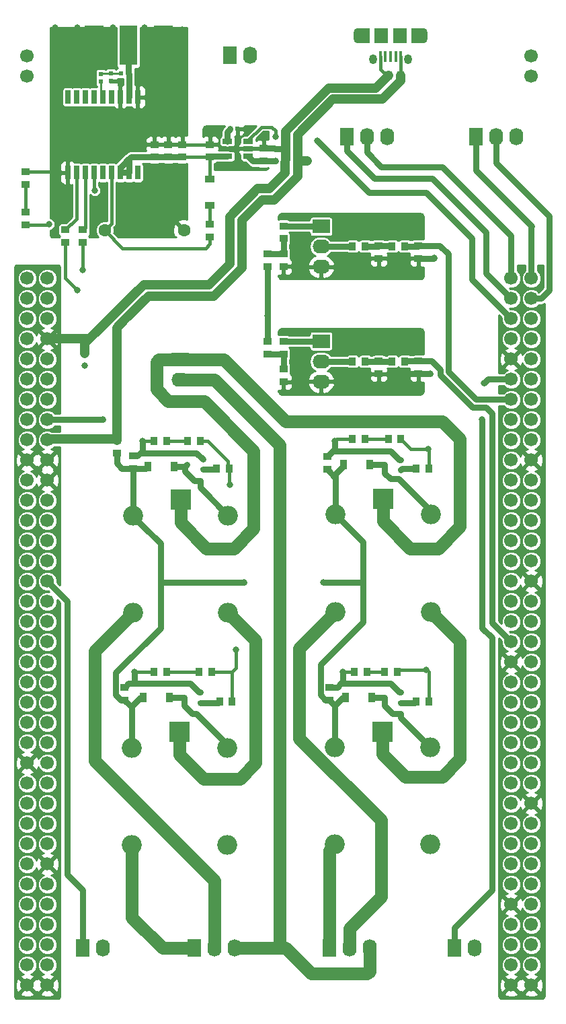
<source format=gtl>
G04 #@! TF.GenerationSoftware,KiCad,Pcbnew,5.0.0-rc2-dev-unknown-54f14b0~63~ubuntu16.04.1*
G04 #@! TF.CreationDate,2018-04-02T00:46:52+01:00*
G04 #@! TF.ProjectId,g5500-ethernet-controller,67353530302D65746865726E65742D63,rev?*
G04 #@! TF.SameCoordinates,Original*
G04 #@! TF.FileFunction,Copper,L1,Top,Signal*
G04 #@! TF.FilePolarity,Positive*
%FSLAX46Y46*%
G04 Gerber Fmt 4.6, Leading zero omitted, Abs format (unit mm)*
G04 Created by KiCad (PCBNEW 5.0.0-rc2-dev-unknown-54f14b0~63~ubuntu16.04.1) date Mon Apr  2 00:46:52 2018*
%MOMM*%
%LPD*%
G01*
G04 APERTURE LIST*
%ADD10R,1.740000X2.200000*%
%ADD11O,1.740000X2.200000*%
%ADD12R,1.000000X0.950000*%
%ADD13O,2.500000X2.500000*%
%ADD14R,2.500000X2.500000*%
%ADD15C,1.700000*%
%ADD16R,0.900000X1.200000*%
%ADD17R,0.400000X1.350000*%
%ADD18O,1.000000X1.250000*%
%ADD19R,1.800000X1.900000*%
%ADD20R,1.575000X1.900000*%
%ADD21O,1.000000X1.900000*%
%ADD22R,0.700000X0.450000*%
%ADD23R,0.700000X1.800000*%
%ADD24R,2.300000X5.000000*%
%ADD25R,2.400000X5.000000*%
%ADD26R,1.220000X0.650000*%
%ADD27R,0.950000X1.000000*%
%ADD28R,0.620000X0.620000*%
%ADD29R,2.200000X1.740000*%
%ADD30O,2.200000X1.740000*%
%ADD31C,1.600000*%
%ADD32R,1.200000X0.900000*%
%ADD33C,0.800000*%
%ADD34C,1.200000*%
%ADD35C,0.400000*%
%ADD36C,0.800000*%
%ADD37C,1.600000*%
%ADD38C,0.250000*%
%ADD39C,0.254000*%
G04 APERTURE END LIST*
D10*
X81750000Y-144500000D03*
D11*
X84290000Y-144500000D03*
X86830000Y-144500000D03*
D12*
X110000000Y-57800000D03*
X110000000Y-56200000D03*
D13*
X85912963Y-119339017D03*
X85912963Y-131539017D03*
X73912963Y-131539017D03*
X73912963Y-119339017D03*
D14*
X79912963Y-117339017D03*
X80039300Y-88130960D03*
D13*
X74039300Y-90130960D03*
X74039300Y-102330960D03*
X86039300Y-102330960D03*
X86039300Y-90130960D03*
D14*
X105585681Y-88010085D03*
D13*
X99585681Y-90010085D03*
X99585681Y-102210085D03*
X111585681Y-102210085D03*
X111585681Y-90010085D03*
X111500000Y-119300000D03*
X111500000Y-131500000D03*
X99500000Y-131500000D03*
X99500000Y-119300000D03*
D14*
X105500000Y-117300000D03*
D15*
X60725001Y-60287500D03*
X63265001Y-60287500D03*
X60725001Y-62827500D03*
X63265001Y-62827500D03*
X60725001Y-65367500D03*
X63265001Y-65367500D03*
X60725001Y-67907500D03*
X63265001Y-67907500D03*
X60725001Y-70447500D03*
X63265001Y-70447500D03*
X60725001Y-72987500D03*
X63265001Y-72987500D03*
X60725001Y-75527500D03*
X63265001Y-75527500D03*
X60725001Y-78067500D03*
X63265001Y-78067500D03*
X60725001Y-80607500D03*
X63265001Y-80607500D03*
X60725001Y-83147500D03*
X63265001Y-83147500D03*
X60725001Y-85687500D03*
X63265001Y-85687500D03*
X60725001Y-88227500D03*
X63265001Y-88227500D03*
X60725001Y-90767500D03*
X63265001Y-90767500D03*
X60725001Y-93307500D03*
X63265001Y-93307500D03*
X60725001Y-95847500D03*
X63265001Y-95847500D03*
X60725001Y-98387500D03*
X63265001Y-98387500D03*
X60725001Y-100927500D03*
X63265001Y-100927500D03*
X60725001Y-103467500D03*
X63265001Y-103467500D03*
X60725001Y-106007500D03*
X63265001Y-106007500D03*
X60725001Y-108547500D03*
X63265001Y-108547500D03*
X60725001Y-111087500D03*
X63265001Y-111087500D03*
X60725001Y-113627500D03*
X63265001Y-113627500D03*
X60725001Y-116167500D03*
X63265001Y-116167500D03*
X60725001Y-118707500D03*
X63265001Y-118707500D03*
X60725001Y-121247500D03*
X63265001Y-121247500D03*
X60725001Y-123787500D03*
X63265001Y-123787500D03*
X60725001Y-126327500D03*
X63265001Y-126327500D03*
X60725001Y-128867500D03*
X63265001Y-128867500D03*
X60725001Y-131407500D03*
X63265001Y-131407500D03*
X60725001Y-133947500D03*
X63265001Y-133947500D03*
X60725001Y-136487500D03*
X63265001Y-136487500D03*
X60725001Y-139027500D03*
X63265001Y-139027500D03*
X60725001Y-141567500D03*
X63265001Y-141567500D03*
X60725001Y-144107500D03*
X63265001Y-144107500D03*
X60725001Y-146647500D03*
X63265001Y-146647500D03*
X60725001Y-149187500D03*
X63265001Y-149187500D03*
X121685001Y-60287500D03*
X124225001Y-60287500D03*
X121685001Y-62827500D03*
X124225001Y-62827500D03*
X121685001Y-65367500D03*
X124225001Y-65367500D03*
X121685001Y-67907500D03*
X124225001Y-67907500D03*
X121685001Y-70447500D03*
X124225001Y-70447500D03*
X121685001Y-72987500D03*
X124225001Y-72987500D03*
X121685001Y-75527500D03*
X124225001Y-75527500D03*
X121685001Y-78067500D03*
X124225001Y-78067500D03*
X121685001Y-80607500D03*
X124225001Y-80607500D03*
X121685001Y-83147500D03*
X124225001Y-83147500D03*
X121685001Y-85687500D03*
X124225001Y-85687500D03*
X121685001Y-88227500D03*
X124225001Y-88227500D03*
X121685001Y-90767500D03*
X124225001Y-90767500D03*
X121685001Y-93307500D03*
X124225001Y-93307500D03*
X121685001Y-95847500D03*
X124225001Y-95847500D03*
X121685001Y-98387500D03*
X124225001Y-98387500D03*
X121685001Y-100927500D03*
X124225001Y-100927500D03*
X121685001Y-103467500D03*
X124225001Y-103467500D03*
X121685001Y-106007500D03*
X124225001Y-106007500D03*
X121685001Y-108547500D03*
X124225001Y-108547500D03*
X121685001Y-111087500D03*
X124225001Y-111087500D03*
X121685001Y-113627500D03*
X124225001Y-113627500D03*
X121685001Y-116167500D03*
X124225001Y-116167500D03*
X121685001Y-118707500D03*
X124225001Y-118707500D03*
X121685001Y-121247500D03*
X124225001Y-121247500D03*
X121685001Y-123787500D03*
X124225001Y-123787500D03*
X121685001Y-126327500D03*
X124225001Y-126327500D03*
X121685001Y-128867500D03*
X124225001Y-128867500D03*
X121685001Y-131407500D03*
X124225001Y-131407500D03*
X121685001Y-133947500D03*
X124225001Y-133947500D03*
X121685001Y-136487500D03*
X124225001Y-136487500D03*
X121685001Y-139027500D03*
X124225001Y-139027500D03*
X121685001Y-141567500D03*
X124225001Y-141567500D03*
X121685001Y-144107500D03*
X124225001Y-144107500D03*
X121685001Y-146647500D03*
X124225001Y-146647500D03*
X121685001Y-149187500D03*
X124225001Y-149187500D03*
X60725001Y-32347500D03*
X60725001Y-34887500D03*
X124225001Y-32347500D03*
X124225001Y-34887500D03*
D16*
X79240888Y-83942609D03*
X75940888Y-83942609D03*
X100600000Y-83750000D03*
X103900000Y-83750000D03*
X75350000Y-113000000D03*
X78650000Y-113000000D03*
X104150000Y-113000000D03*
X100850000Y-113000000D03*
D17*
X106500000Y-32425000D03*
X105850000Y-32425000D03*
X107150000Y-32425000D03*
X107800000Y-32425000D03*
X105200000Y-32425000D03*
D18*
X104275000Y-32750000D03*
X108725000Y-32750000D03*
D19*
X105350000Y-29750000D03*
X107650000Y-29750000D03*
D20*
X103112500Y-29750000D03*
D21*
X102325000Y-29750000D03*
D20*
X109887500Y-29750000D03*
D21*
X110675000Y-29750000D03*
D22*
X107750000Y-113650000D03*
X107750000Y-112350000D03*
X105750000Y-113000000D03*
X80840888Y-83692609D03*
X82840888Y-83042609D03*
X82840888Y-84342609D03*
X105750000Y-83750000D03*
X107750000Y-83100000D03*
X107750000Y-84400000D03*
X82500000Y-113650000D03*
X82500000Y-112350000D03*
X80500000Y-113000000D03*
D23*
X65850000Y-47000000D03*
X66950000Y-47000000D03*
X68050000Y-47000000D03*
X69150000Y-47000000D03*
X70250000Y-47000000D03*
X71350000Y-47000000D03*
X72450000Y-47000000D03*
X73550000Y-47000000D03*
X74650000Y-47000000D03*
X74650000Y-37500000D03*
X73550000Y-37500000D03*
X72450000Y-37500000D03*
X71350000Y-37500000D03*
X70250000Y-37500000D03*
X69150000Y-37500000D03*
X68050000Y-37500000D03*
X66950000Y-37500000D03*
X65850000Y-37500000D03*
D24*
X73500000Y-31000000D03*
D25*
X69125000Y-31000000D03*
X77875000Y-31000000D03*
D26*
X88560000Y-44950000D03*
X88560000Y-44000000D03*
X88560000Y-43050000D03*
X85940000Y-43050000D03*
X85940000Y-44950000D03*
D12*
X93000000Y-57200000D03*
X93000000Y-58800000D03*
X93000000Y-73300000D03*
X93000000Y-71700000D03*
X105000000Y-57800000D03*
X105000000Y-56200000D03*
X105000000Y-72300000D03*
X105000000Y-70700000D03*
X110000000Y-70700000D03*
X110000000Y-72300000D03*
D27*
X106200000Y-34750000D03*
X107800000Y-34750000D03*
D12*
X98750000Y-113300000D03*
X98750000Y-111700000D03*
X74090888Y-84242609D03*
X74090888Y-82642609D03*
X98500000Y-82700000D03*
X98500000Y-84300000D03*
X73000000Y-113300000D03*
X73000000Y-111700000D03*
X90500000Y-43950000D03*
X90500000Y-45550000D03*
X78500000Y-45050000D03*
X78500000Y-43450000D03*
X76750000Y-43450000D03*
X76750000Y-45050000D03*
D28*
X86300000Y-41500000D03*
X87200000Y-41500000D03*
D12*
X83750000Y-45050000D03*
X83750000Y-43450000D03*
D28*
X71250000Y-34550000D03*
X71250000Y-35450000D03*
D12*
X60500000Y-46900000D03*
X60500000Y-48500000D03*
D29*
X97750000Y-53750000D03*
D30*
X97750000Y-56290000D03*
X97750000Y-58830000D03*
X97750000Y-73290000D03*
X97750000Y-70750000D03*
D29*
X97750000Y-68210000D03*
X80000000Y-70500000D03*
D30*
X80000000Y-73040000D03*
D11*
X103830000Y-144500000D03*
X101290000Y-144500000D03*
D10*
X98750000Y-144500000D03*
D28*
X73450000Y-34500000D03*
X72550000Y-34500000D03*
D12*
X91000000Y-58800000D03*
X91000000Y-57200000D03*
X91000000Y-69800000D03*
X91000000Y-68200000D03*
D27*
X108300000Y-56250000D03*
X106700000Y-56250000D03*
X108300000Y-70750000D03*
X106700000Y-70750000D03*
X109700000Y-113500000D03*
X111300000Y-113500000D03*
X86140888Y-84192609D03*
X84540888Y-84192609D03*
X109700000Y-84250000D03*
X111300000Y-84250000D03*
X86550000Y-113500000D03*
X84950000Y-113500000D03*
D12*
X60500000Y-53550000D03*
X60500000Y-51950000D03*
D28*
X70000000Y-35500000D03*
X70000000Y-34600000D03*
D12*
X67750000Y-54200000D03*
X67750000Y-55800000D03*
X65500000Y-54200000D03*
X65500000Y-55800000D03*
X72000000Y-80700000D03*
X72000000Y-82300000D03*
D31*
X70500000Y-54250000D03*
X80500000Y-54250000D03*
D32*
X83750000Y-51150000D03*
X83750000Y-47850000D03*
D12*
X83750000Y-53450000D03*
X83750000Y-55050000D03*
D10*
X86250000Y-32250000D03*
D11*
X88790000Y-32250000D03*
D10*
X100960000Y-42500000D03*
D11*
X103500000Y-42500000D03*
X106040000Y-42500000D03*
X122330000Y-42500000D03*
X119790000Y-42500000D03*
D10*
X117250000Y-42500000D03*
X114500000Y-144500000D03*
D11*
X117040000Y-144500000D03*
D10*
X67750000Y-144500000D03*
D11*
X70290000Y-144500000D03*
D27*
X103550000Y-109750000D03*
X101950000Y-109750000D03*
X76700000Y-80750000D03*
X78300000Y-80750000D03*
X101700000Y-80500000D03*
X103300000Y-80500000D03*
X78300000Y-109750000D03*
X76700000Y-109750000D03*
X105700000Y-109750000D03*
X107300000Y-109750000D03*
X82550000Y-80750000D03*
X80950000Y-80750000D03*
X107800000Y-80500000D03*
X106200000Y-80500000D03*
X82400000Y-109750000D03*
X84000000Y-109750000D03*
D12*
X80250000Y-45050000D03*
X80250000Y-43450000D03*
D27*
X103300000Y-56250000D03*
X101700000Y-56250000D03*
D12*
X93000000Y-53700000D03*
X93000000Y-55300000D03*
X93000000Y-68200000D03*
X93000000Y-69800000D03*
D27*
X103300000Y-70750000D03*
X101700000Y-70750000D03*
D33*
X92000000Y-42500000D03*
X96000000Y-45550000D03*
X92000000Y-45500000D03*
X102500000Y-72250000D03*
X107500000Y-72250000D03*
X102500000Y-52750000D03*
X85000000Y-46250000D03*
X65750000Y-39500000D03*
X67750000Y-39500000D03*
X70000000Y-39500000D03*
X64000000Y-49750000D03*
X64000000Y-52000000D03*
X80250000Y-40000000D03*
X80250000Y-38250000D03*
X80250000Y-36250000D03*
X64250000Y-43500000D03*
X64250000Y-41750000D03*
X64250000Y-39750000D03*
X64250000Y-37750000D03*
X64250000Y-35750000D03*
X79250000Y-46500000D03*
X64250000Y-34000000D03*
X64250000Y-32250000D03*
X64250000Y-30500000D03*
X64250000Y-28750000D03*
X102500000Y-57750000D03*
X107500000Y-57750000D03*
X102500000Y-59750000D03*
X110000000Y-54750000D03*
X110000000Y-69250000D03*
X94500000Y-67000000D03*
X94500000Y-74500000D03*
X94500000Y-69500000D03*
X94500000Y-72000000D03*
X102500000Y-74250000D03*
X105000000Y-74250000D03*
X107500000Y-74250000D03*
X110000000Y-74250000D03*
X110000000Y-67250000D03*
X107250000Y-67250000D03*
X105000000Y-67250000D03*
X102500000Y-67250000D03*
X94250000Y-57500000D03*
X94250000Y-55000000D03*
X94250000Y-52500000D03*
X105000000Y-52750000D03*
X107500000Y-52750000D03*
X110000000Y-52750000D03*
X110000000Y-59750000D03*
X107500000Y-59750000D03*
X105000000Y-59750000D03*
X94250000Y-60000000D03*
X69750000Y-52500000D03*
X69750000Y-50500000D03*
X112000000Y-57750000D03*
X111500000Y-72250000D03*
X75500000Y-39500000D03*
X73250000Y-39500000D03*
X68750000Y-34250000D03*
X68750000Y-35750000D03*
X67000000Y-34000000D03*
X67000000Y-32250000D03*
X67000000Y-30500000D03*
X67000000Y-28750000D03*
X66000000Y-49250000D03*
X64500000Y-47500000D03*
X64500000Y-46500000D03*
X65000000Y-45000000D03*
X66500000Y-45000000D03*
X86750000Y-46000000D03*
X88000000Y-46000000D03*
X90750000Y-42500000D03*
X88750000Y-41500000D03*
X84500000Y-41500000D03*
X83500000Y-41500000D03*
X80250000Y-34250000D03*
X80250000Y-32500000D03*
X80250000Y-30750000D03*
X80250000Y-29000000D03*
X75000000Y-43750000D03*
X80500000Y-41750000D03*
X79000000Y-41750000D03*
X77500000Y-41750000D03*
X76000000Y-41750000D03*
X72250000Y-54250000D03*
X80500000Y-46500000D03*
X77750000Y-46500000D03*
X76250000Y-46500000D03*
X75750000Y-48750000D03*
X74000000Y-48750000D03*
X72500000Y-48750000D03*
X78000000Y-54500000D03*
X80500000Y-52000000D03*
X71500000Y-28750000D03*
X71500000Y-30250000D03*
X71500000Y-31750000D03*
X71500000Y-33500000D03*
X75500000Y-30250000D03*
X75500000Y-31750000D03*
X75500000Y-33250000D03*
X75500000Y-28750000D03*
X72500000Y-35500000D03*
X74750000Y-34250000D03*
X74750000Y-35500000D03*
X76000000Y-38000000D03*
X76000000Y-37000000D03*
X74250000Y-39500000D03*
X72000000Y-39500000D03*
X99500000Y-80750000D03*
X75250000Y-80750000D03*
X74250000Y-109750000D03*
X100500000Y-109750000D03*
X68000000Y-69750000D03*
X68000000Y-71250000D03*
X91000000Y-65000000D03*
X70250000Y-78000000D03*
X86250000Y-86250000D03*
X87000000Y-107000008D03*
X111250000Y-81750000D03*
X111000000Y-109500018D03*
X63500000Y-53500000D03*
X69250000Y-49250000D03*
X98000000Y-98500000D03*
X88000000Y-98500000D03*
X67750000Y-59250000D03*
X67000000Y-61750000D03*
X118000000Y-78000000D03*
X118250000Y-73500000D03*
X97250000Y-43000000D03*
D34*
X94800000Y-42200000D02*
X99250000Y-37750000D01*
X94800000Y-47429913D02*
X94800000Y-42200000D01*
X99250000Y-37750000D02*
X105500000Y-37750000D01*
X107800000Y-35450000D02*
X107800000Y-34750000D01*
X105500000Y-37750000D02*
X107800000Y-35450000D01*
D35*
X88560000Y-42940000D02*
X90250000Y-41250000D01*
X91500000Y-41250000D02*
X92000000Y-41750000D01*
X88560000Y-43050000D02*
X88560000Y-42940000D01*
X90250000Y-41250000D02*
X91500000Y-41250000D01*
X92000000Y-41750000D02*
X92000000Y-42500000D01*
X88845000Y-43050000D02*
X88560000Y-43050000D01*
D34*
X94800000Y-45750000D02*
X94800000Y-47429913D01*
X96000000Y-45550000D02*
X95000000Y-45550000D01*
X95000000Y-45550000D02*
X94800000Y-45750000D01*
X94800000Y-47429913D02*
X91829902Y-50400011D01*
X91829902Y-50400011D02*
X90349989Y-50400011D01*
D36*
X92000000Y-45500000D02*
X90550000Y-45500000D01*
X90550000Y-45500000D02*
X90500000Y-45550000D01*
D34*
X75979912Y-62500000D02*
X73000000Y-65479912D01*
X90349989Y-50400011D02*
X87750000Y-53000000D01*
X87750000Y-59000000D02*
X84250000Y-62500000D01*
X87750000Y-53000000D02*
X87750000Y-59000000D01*
X84250000Y-62500000D02*
X75979912Y-62500000D01*
D36*
X110000000Y-57800000D02*
X111950000Y-57800000D01*
X111950000Y-57800000D02*
X112000000Y-57750000D01*
D35*
X76700000Y-80750000D02*
X75250000Y-80750000D01*
D34*
X93250000Y-41770087D02*
X98670097Y-36349990D01*
X104600010Y-36349990D02*
X106200000Y-34750000D01*
X93250000Y-44000000D02*
X93250000Y-41770087D01*
X98670097Y-36349990D02*
X104600010Y-36349990D01*
D35*
X101950000Y-109750000D02*
X100500000Y-109750000D01*
X76700000Y-109750000D02*
X74250000Y-109750000D01*
X101700000Y-80500000D02*
X99750000Y-80500000D01*
X99750000Y-80500000D02*
X99500000Y-80750000D01*
D36*
X108750000Y-72300000D02*
X111450000Y-72300000D01*
X111450000Y-72300000D02*
X111500000Y-72250000D01*
D35*
X60500000Y-46900000D02*
X64100001Y-46899999D01*
X64100001Y-46899999D02*
X64500000Y-46500000D01*
D36*
X91914227Y-44000000D02*
X93250000Y-44000000D01*
D34*
X93200001Y-47049999D02*
X93250000Y-44000000D01*
D36*
X90500000Y-43950000D02*
X91864227Y-43950000D01*
X91864227Y-43950000D02*
X91914227Y-44000000D01*
D34*
X86250000Y-52520086D02*
X89770086Y-49000000D01*
X83650010Y-61099990D02*
X86250000Y-58500000D01*
X86250000Y-58500000D02*
X86250000Y-52520086D01*
X91250000Y-49000000D02*
X93200001Y-47049999D01*
X68592500Y-67907500D02*
X75400008Y-61099990D01*
X89770086Y-49000000D02*
X91250000Y-49000000D01*
X75400008Y-61099990D02*
X83650010Y-61099990D01*
D35*
X83750000Y-43450000D02*
X80250000Y-43450000D01*
D37*
X86039300Y-102330960D02*
X89500000Y-105791660D01*
X89500000Y-105791660D02*
X89500000Y-121250000D01*
X79912963Y-120189017D02*
X79912963Y-117339017D01*
X89500000Y-121250000D02*
X87500000Y-123250000D01*
X87500000Y-123250000D02*
X82973946Y-123250000D01*
X82973946Y-123250000D02*
X79912963Y-120189017D01*
X105500000Y-120150000D02*
X108350000Y-123000000D01*
X108350000Y-123000000D02*
X113000000Y-123000000D01*
X105500000Y-117300000D02*
X105500000Y-120150000D01*
X113000000Y-123000000D02*
X115250000Y-120750000D01*
X115250000Y-120750000D02*
X115250000Y-105874404D01*
X115250000Y-105874404D02*
X111585681Y-102210085D01*
D34*
X73000000Y-65479912D02*
X72000000Y-66479912D01*
X72000000Y-66479912D02*
X72000000Y-80700000D01*
X63372501Y-80500000D02*
X71800000Y-80500000D01*
X63265001Y-80607500D02*
X63372501Y-80500000D01*
X71800000Y-80500000D02*
X72000000Y-80700000D01*
X73000000Y-65479912D02*
X73000000Y-65500000D01*
D35*
X107800000Y-32425000D02*
X107800000Y-35000000D01*
D36*
X88560000Y-44950000D02*
X89160000Y-45550000D01*
X89160000Y-45550000D02*
X90500000Y-45550000D01*
X74250000Y-111250000D02*
X81275000Y-111250000D01*
X73500000Y-111250000D02*
X74250000Y-111250000D01*
X74250000Y-109750000D02*
X74250000Y-110315685D01*
X74250000Y-110315685D02*
X74250000Y-111250000D01*
X75250000Y-80750000D02*
X75250000Y-82000000D01*
X75250000Y-82000000D02*
X75000000Y-82250000D01*
X99500000Y-80750000D02*
X99500000Y-81725000D01*
X99500000Y-81725000D02*
X99225000Y-82000000D01*
X106500000Y-81975000D02*
X106525000Y-82000000D01*
X100500000Y-109750000D02*
X100500000Y-111000000D01*
X100500000Y-111000000D02*
X100250000Y-111250000D01*
X106525000Y-111250000D02*
X106500000Y-111225000D01*
D34*
X68000000Y-68500000D02*
X68000000Y-69750000D01*
X68592500Y-67907500D02*
X68000000Y-68500000D01*
X68592500Y-67907500D02*
X63265001Y-67907500D01*
D36*
X98500000Y-82700000D02*
X98525000Y-82700000D01*
X98525000Y-82700000D02*
X99225000Y-82000000D01*
X99225000Y-82000000D02*
X106525000Y-82000000D01*
X106525000Y-82000000D02*
X107625000Y-83100000D01*
X107625000Y-83100000D02*
X107750000Y-83100000D01*
X74607391Y-82642609D02*
X75000000Y-82250000D01*
X74090888Y-82642609D02*
X74607391Y-82642609D01*
X75000000Y-82250000D02*
X82048279Y-82250000D01*
X82048279Y-82250000D02*
X82840888Y-83042609D01*
X98750000Y-111700000D02*
X99800000Y-111700000D01*
X99800000Y-111700000D02*
X100250000Y-111250000D01*
X100250000Y-111250000D02*
X106525000Y-111250000D01*
X106525000Y-111250000D02*
X107625000Y-112350000D01*
X107625000Y-112350000D02*
X107750000Y-112350000D01*
D35*
X108750000Y-58300000D02*
X108775000Y-58300000D01*
D36*
X73000000Y-111700000D02*
X73050000Y-111700000D01*
X73050000Y-111700000D02*
X73500000Y-111250000D01*
X81275000Y-111250000D02*
X82375000Y-112350000D01*
X82375000Y-112350000D02*
X82500000Y-112350000D01*
D35*
X105200000Y-32425000D02*
X105200000Y-34000000D01*
X105200000Y-34000000D02*
X106200000Y-35000000D01*
D37*
X77750000Y-144500000D02*
X81750000Y-144500000D01*
X73912963Y-131539017D02*
X73912963Y-140662963D01*
X73912963Y-140662963D02*
X77750000Y-144500000D01*
X115250000Y-91500000D02*
X112500000Y-94250000D01*
X113000000Y-78250000D02*
X115250000Y-80500000D01*
X105585681Y-90860085D02*
X105585681Y-88010085D01*
X115250000Y-80500000D02*
X115250000Y-91500000D01*
X85500000Y-70500000D02*
X93250000Y-78250000D01*
X93250000Y-78250000D02*
X113000000Y-78250000D01*
X80000000Y-70500000D02*
X85500000Y-70500000D01*
X112500000Y-94250000D02*
X108975596Y-94250000D01*
X108975596Y-94250000D02*
X105585681Y-90860085D01*
X89250000Y-82000000D02*
X83000000Y-75750000D01*
X77000000Y-74250000D02*
X77000000Y-70800000D01*
X89250000Y-91750000D02*
X89250000Y-82000000D01*
X78500000Y-75750000D02*
X77000000Y-74250000D01*
X86750000Y-94250000D02*
X89250000Y-91750000D01*
X83308340Y-94250000D02*
X86750000Y-94250000D01*
X80039300Y-90980960D02*
X83308340Y-94250000D01*
X80039300Y-88130960D02*
X80039300Y-90980960D01*
X83000000Y-75750000D02*
X78500000Y-75750000D01*
X77000000Y-70800000D02*
X77300000Y-70500000D01*
X77300000Y-70500000D02*
X80000000Y-70500000D01*
X69250000Y-107120260D02*
X69250000Y-121000000D01*
X69250000Y-121000000D02*
X84290000Y-136040000D01*
X84290000Y-136040000D02*
X84290000Y-144500000D01*
X74039300Y-102330960D02*
X69250000Y-107120260D01*
X101290000Y-142050000D02*
X101290000Y-144500000D01*
X105290000Y-128420002D02*
X105290000Y-138050000D01*
X105290000Y-138050000D02*
X101290000Y-142050000D01*
X105290000Y-128420002D02*
X95000000Y-118130002D01*
X95000000Y-118130002D02*
X95000000Y-106795766D01*
X95000000Y-106795766D02*
X99585681Y-102210085D01*
X99500000Y-131500000D02*
X98750000Y-132250000D01*
X98750000Y-132250000D02*
X98750000Y-144500000D01*
D36*
X107750000Y-113650000D02*
X109550000Y-113650000D01*
X109550000Y-113650000D02*
X109700000Y-113500000D01*
X82840888Y-84342609D02*
X84390888Y-84342609D01*
X84390888Y-84342609D02*
X84540888Y-84192609D01*
X109700000Y-84250000D02*
X107900000Y-84250000D01*
X107900000Y-84250000D02*
X107750000Y-84400000D01*
X82500000Y-113650000D02*
X84800000Y-113650000D01*
X84800000Y-113650000D02*
X84950000Y-113500000D01*
X91000000Y-58800000D02*
X91000000Y-65000000D01*
X91000000Y-68200000D02*
X91000000Y-65000000D01*
X63265001Y-78067500D02*
X70182500Y-78067500D01*
X70182500Y-78067500D02*
X70250000Y-78000000D01*
X112700000Y-56200000D02*
X113750000Y-57250000D01*
X113750000Y-57250000D02*
X113750000Y-72000000D01*
X110000000Y-56200000D02*
X112700000Y-56200000D01*
X113750000Y-72000000D02*
X117277500Y-75527500D01*
X117277500Y-75527500D02*
X121685001Y-75527500D01*
X108300000Y-56250000D02*
X109950000Y-56250000D01*
X109950000Y-56250000D02*
X110000000Y-56200000D01*
X110000000Y-70700000D02*
X108350000Y-70700000D01*
X108350000Y-70700000D02*
X108300000Y-70750000D01*
X112749990Y-72414217D02*
X112749990Y-71749990D01*
X119250000Y-103572499D02*
X119250000Y-77250000D01*
X116863283Y-76527510D02*
X112749990Y-72414217D01*
X121685001Y-106007500D02*
X119250000Y-103572499D01*
X118527510Y-76527510D02*
X116863283Y-76527510D01*
X119250000Y-77250000D02*
X118527510Y-76527510D01*
X112749990Y-71749990D02*
X111700000Y-70700000D01*
X111700000Y-70700000D02*
X110000000Y-70700000D01*
D35*
X86000000Y-83250000D02*
X83500000Y-80750000D01*
X83500000Y-80750000D02*
X83000000Y-80750000D01*
X86140888Y-84167609D02*
X86000000Y-84026721D01*
X86140888Y-84192609D02*
X86140888Y-84167609D01*
X86000000Y-84026721D02*
X86000000Y-83250000D01*
X83000000Y-80750000D02*
X82550000Y-80750000D01*
X86140888Y-86140888D02*
X86250000Y-86250000D01*
X86140888Y-84192609D02*
X86140888Y-86140888D01*
X86550000Y-109750000D02*
X87000000Y-109300000D01*
X87000000Y-109300000D02*
X87000000Y-107565693D01*
X87000000Y-107565693D02*
X87000000Y-107000008D01*
X86550000Y-113500000D02*
X86550000Y-109750000D01*
X84000000Y-109750000D02*
X86550000Y-109750000D01*
X111250000Y-81750000D02*
X109050000Y-81750000D01*
X109050000Y-81750000D02*
X107800000Y-80500000D01*
X111300000Y-81800000D02*
X111250000Y-81750000D01*
X111300000Y-84250000D02*
X111300000Y-81800000D01*
X111300000Y-109800018D02*
X111300000Y-113500000D01*
X111000000Y-109500018D02*
X107549982Y-109500018D01*
X107549982Y-109500018D02*
X107300000Y-109750000D01*
X111300000Y-109800018D02*
X111000000Y-109500018D01*
X66950000Y-47000000D02*
X66950000Y-52775000D01*
X66950000Y-52775000D02*
X65525000Y-54200000D01*
X65525000Y-54200000D02*
X65500000Y-54200000D01*
X68050000Y-47000000D02*
X68050000Y-53900000D01*
X68050000Y-53900000D02*
X67750000Y-54200000D01*
X60500000Y-53550000D02*
X63450000Y-53550000D01*
X63450000Y-53550000D02*
X63500000Y-53500000D01*
X60550000Y-53500000D02*
X60500000Y-53550000D01*
X69150000Y-49150000D02*
X69250000Y-49250000D01*
X69150000Y-47000000D02*
X69150000Y-49150000D01*
D36*
X85940000Y-44950000D02*
X83850000Y-44950000D01*
X83850000Y-44950000D02*
X83750000Y-45050000D01*
D35*
X80250000Y-45050000D02*
X83750000Y-45050000D01*
X83750000Y-47850000D02*
X83750000Y-45050000D01*
D36*
X72450000Y-47000000D02*
X73550000Y-47000000D01*
X73550000Y-45300000D02*
X73450000Y-45300000D01*
X73450000Y-45300000D02*
X72500000Y-46250000D01*
X76750000Y-45050000D02*
X73800000Y-45050000D01*
X73800000Y-45050000D02*
X73550000Y-45300000D01*
X73550000Y-45300000D02*
X73550000Y-47000000D01*
X78500000Y-45050000D02*
X76750000Y-45050000D01*
X80250000Y-45050000D02*
X78500000Y-45050000D01*
X73500000Y-31000000D02*
X73500000Y-34460001D01*
X73500000Y-34460001D02*
X73460001Y-34500000D01*
X73550000Y-37500000D02*
X73550000Y-34589999D01*
X73550000Y-34589999D02*
X73460001Y-34500000D01*
D38*
X70000000Y-35500000D02*
X70000000Y-37250000D01*
X70000000Y-37250000D02*
X70250000Y-37500000D01*
D36*
X85940000Y-43050000D02*
X85940000Y-41925000D01*
X85940000Y-41925000D02*
X86289999Y-41575001D01*
X86289999Y-41575001D02*
X86289999Y-41500000D01*
X93000000Y-57200000D02*
X91000000Y-57200000D01*
X93000000Y-55300000D02*
X93000000Y-57200000D01*
X93000000Y-69800000D02*
X91000000Y-69800000D01*
X93000000Y-69800000D02*
X93000000Y-71700000D01*
X80590888Y-84590888D02*
X81750000Y-85750000D01*
X80590888Y-83942609D02*
X80590888Y-84590888D01*
X81750000Y-85750000D02*
X82500000Y-85750000D01*
X82500000Y-85750000D02*
X82500000Y-86591660D01*
X82500000Y-86591660D02*
X86039300Y-90130960D01*
X105750000Y-114025000D02*
X106725000Y-115000000D01*
X105750000Y-113000000D02*
X105750000Y-114025000D01*
X106725000Y-115000000D02*
X107750000Y-115000000D01*
X107750000Y-115000000D02*
X107750000Y-115550000D01*
X107750000Y-115550000D02*
X111500000Y-119300000D01*
X80500000Y-114000000D02*
X81500000Y-115000000D01*
X81500000Y-115000000D02*
X82000000Y-115000000D01*
X85912963Y-118912963D02*
X85912963Y-119339017D01*
X80500000Y-113000000D02*
X80500000Y-114000000D01*
X82000000Y-115000000D02*
X85912963Y-118912963D01*
X105750000Y-84775000D02*
X106475000Y-85500000D01*
X105750000Y-83750000D02*
X105750000Y-84775000D01*
X106475000Y-85500000D02*
X107500000Y-85500000D01*
X107500000Y-85500000D02*
X111585681Y-89585681D01*
X111585681Y-89585681D02*
X111585681Y-90010085D01*
X93000000Y-68200000D02*
X97740000Y-68200000D01*
X97740000Y-68200000D02*
X97750000Y-68210000D01*
D35*
X97790000Y-68250000D02*
X97750000Y-68210000D01*
D36*
X105000000Y-56200000D02*
X106650000Y-56200000D01*
X106650000Y-56200000D02*
X106700000Y-56250000D01*
X103300000Y-56250000D02*
X104950000Y-56250000D01*
X104950000Y-56250000D02*
X105000000Y-56200000D01*
X103300000Y-70750000D02*
X104950000Y-70750000D01*
X104950000Y-70750000D02*
X105000000Y-70700000D01*
X106700000Y-70750000D02*
X105050000Y-70750000D01*
X105050000Y-70750000D02*
X105000000Y-70700000D01*
X104900000Y-70700000D02*
X104950000Y-70750000D01*
X74090888Y-84242609D02*
X72667609Y-84242609D01*
X72000000Y-83575000D02*
X72000000Y-82300000D01*
X72667609Y-84242609D02*
X72000000Y-83575000D01*
X103000000Y-103500000D02*
X103000000Y-98500000D01*
X103000000Y-98500000D02*
X98000000Y-98500000D01*
X103000000Y-98500000D02*
X103000000Y-93424404D01*
X77500000Y-104250000D02*
X77500000Y-98500000D01*
X77500000Y-98500000D02*
X77500000Y-93591660D01*
X77500000Y-98500000D02*
X88000000Y-98500000D01*
X100600000Y-83900000D02*
X99585681Y-84914319D01*
X99585681Y-84914319D02*
X99585681Y-85385681D01*
X100600000Y-83750000D02*
X100600000Y-83900000D01*
X99585681Y-90010085D02*
X99585681Y-85385681D01*
X99585681Y-85385681D02*
X98500000Y-84300000D01*
X74090888Y-84242609D02*
X75640888Y-84242609D01*
X75640888Y-84242609D02*
X75940888Y-83942609D01*
X74039300Y-90130960D02*
X74039300Y-84294197D01*
X74039300Y-84294197D02*
X74090888Y-84242609D01*
X103000000Y-93424404D02*
X99585681Y-90010085D01*
X97649999Y-108850001D02*
X103000000Y-103500000D01*
X98294998Y-113300000D02*
X97649999Y-112655001D01*
X97649999Y-112655001D02*
X97649999Y-108850001D01*
X98750000Y-113300000D02*
X98294998Y-113300000D01*
X100500000Y-113000000D02*
X99500000Y-114000000D01*
X99500000Y-114000000D02*
X99500000Y-114050000D01*
X100850000Y-113000000D02*
X100500000Y-113000000D01*
X99500000Y-119300000D02*
X99500000Y-114050000D01*
X99500000Y-114050000D02*
X98750000Y-113300000D01*
X77500000Y-93591660D02*
X75289299Y-91380959D01*
X71899999Y-109850001D02*
X77500000Y-104250000D01*
X75289299Y-91380959D02*
X74039300Y-90130960D01*
X71899999Y-112655001D02*
X71899999Y-109850001D01*
X73000000Y-113300000D02*
X72544998Y-113300000D01*
X72544998Y-113300000D02*
X71899999Y-112655001D01*
X73912963Y-114087037D02*
X75000000Y-113000000D01*
X73912963Y-114212963D02*
X73912963Y-114087037D01*
X75000000Y-113000000D02*
X75350000Y-113000000D01*
X73912963Y-119339017D02*
X73912963Y-114212963D01*
X73912963Y-114212963D02*
X73000000Y-113300000D01*
D38*
X71250000Y-34550000D02*
X70050000Y-34550000D01*
X70050000Y-34550000D02*
X70000000Y-34600000D01*
X72550000Y-34500000D02*
X71300000Y-34500000D01*
X71300000Y-34500000D02*
X71250000Y-34550000D01*
D36*
X79240888Y-83942609D02*
X80590888Y-83942609D01*
X80590888Y-83942609D02*
X80840888Y-83692609D01*
X105750000Y-83750000D02*
X103900000Y-83750000D01*
X78650000Y-113000000D02*
X80500000Y-113000000D01*
X104150000Y-113000000D02*
X105750000Y-113000000D01*
D35*
X60500000Y-48500000D02*
X60500000Y-51950000D01*
D37*
X103830000Y-144500000D02*
X103830000Y-147450000D01*
X92500000Y-144500000D02*
X93250000Y-144500000D01*
X93250000Y-144500000D02*
X96500000Y-147750000D01*
X96500000Y-147750000D02*
X103530000Y-147750000D01*
X103530000Y-147750000D02*
X103830000Y-147450000D01*
X86830000Y-144500000D02*
X92500000Y-144500000D01*
X80000000Y-73040000D02*
X84300000Y-73040000D01*
X84300000Y-73040000D02*
X92500000Y-81240000D01*
X92500000Y-81240000D02*
X92500000Y-144500000D01*
D35*
X67750000Y-55800000D02*
X67750000Y-59250000D01*
X65500000Y-55800000D02*
X65500000Y-60250000D01*
X65500000Y-60250000D02*
X67000000Y-61750000D01*
X83175000Y-56500000D02*
X72750000Y-56500000D01*
X72750000Y-56500000D02*
X70500000Y-54250000D01*
X83750000Y-55050000D02*
X83750000Y-55925000D01*
X83750000Y-55925000D02*
X83175000Y-56500000D01*
X71350000Y-47000000D02*
X71350000Y-53400000D01*
X71350000Y-53400000D02*
X70500000Y-54250000D01*
X83750000Y-51150000D02*
X83750000Y-53450000D01*
D36*
X65750000Y-135250000D02*
X67750000Y-137250000D01*
X67750000Y-137250000D02*
X67750000Y-144500000D01*
X65750000Y-100872499D02*
X65750000Y-135250000D01*
X63265001Y-98387500D02*
X65750000Y-100872499D01*
X118000000Y-104250000D02*
X119250000Y-105500000D01*
X118000000Y-78000000D02*
X118000000Y-104250000D01*
X119250000Y-105500000D02*
X119250000Y-137250000D01*
X119250000Y-137250000D02*
X114500000Y-142000000D01*
X114500000Y-142000000D02*
X114500000Y-144500000D01*
X118762500Y-72987500D02*
X118250000Y-73500000D01*
X121685001Y-72987500D02*
X118762500Y-72987500D01*
X116750000Y-55250000D02*
X116750000Y-60432499D01*
X116750000Y-60432499D02*
X121685001Y-65367500D01*
X111000000Y-49500000D02*
X116750000Y-55250000D01*
X103750000Y-49500000D02*
X111000000Y-49500000D01*
X97250000Y-43000000D02*
X103750000Y-49500000D01*
X111750000Y-47750000D02*
X118500000Y-54500000D01*
X104500000Y-47750000D02*
X111750000Y-47750000D01*
X101000000Y-44250000D02*
X104500000Y-47750000D01*
X100960000Y-42500000D02*
X100960000Y-43274225D01*
X101000000Y-43314225D02*
X101000000Y-44250000D01*
X118500000Y-54500000D02*
X118500000Y-59642499D01*
X118500000Y-59642499D02*
X121685001Y-62827500D01*
X100960000Y-43274225D02*
X101000000Y-43314225D01*
X103500000Y-44400000D02*
X105350000Y-46250000D01*
X103500000Y-42500000D02*
X103500000Y-44400000D01*
X105350000Y-46250000D02*
X113000000Y-46250000D01*
X113000000Y-46250000D02*
X121685001Y-54935001D01*
X121685001Y-54935001D02*
X121685001Y-60287500D01*
X126500000Y-52500000D02*
X119790000Y-45790000D01*
X119790000Y-45790000D02*
X119790000Y-42500000D01*
X126500000Y-61754582D02*
X126500000Y-52500000D01*
X124225001Y-62827500D02*
X125427082Y-62827500D01*
X125427082Y-62827500D02*
X126500000Y-61754582D01*
X124250000Y-53750000D02*
X124225001Y-53774999D01*
X124225001Y-53774999D02*
X124225001Y-60287500D01*
X117250000Y-46750000D02*
X124250000Y-53750000D01*
X117250000Y-42500000D02*
X117250000Y-46750000D01*
D35*
X105700000Y-109750000D02*
X103550000Y-109750000D01*
X80950000Y-80750000D02*
X78300000Y-80750000D01*
X106200000Y-80500000D02*
X103300000Y-80500000D01*
X82400000Y-109750000D02*
X78300000Y-109750000D01*
D36*
X97750000Y-53750000D02*
X93050000Y-53750000D01*
X93050000Y-53750000D02*
X93000000Y-53700000D01*
X97750000Y-56290000D02*
X101369992Y-56290000D01*
X101369992Y-56290000D02*
X101409992Y-56250000D01*
X101700000Y-70750000D02*
X97750000Y-70750000D01*
D39*
G36*
X70769001Y-53083119D02*
X70734915Y-53069000D01*
X70265085Y-53069000D01*
X69831017Y-53248797D01*
X69498797Y-53581017D01*
X69319000Y-54015085D01*
X69319000Y-54484915D01*
X69498797Y-54918983D01*
X69702814Y-55123000D01*
X68573253Y-55123000D01*
X68524686Y-55050314D01*
X68449385Y-55000000D01*
X68524686Y-54949686D01*
X68608894Y-54823659D01*
X68638464Y-54675000D01*
X68638464Y-53919693D01*
X68642381Y-53900001D01*
X68638464Y-53880309D01*
X68638464Y-53725000D01*
X68631000Y-53687476D01*
X68631000Y-49735501D01*
X68807599Y-49912100D01*
X69094649Y-50031000D01*
X69405351Y-50031000D01*
X69692401Y-49912100D01*
X69912100Y-49692401D01*
X70031000Y-49405351D01*
X70031000Y-49094649D01*
X69912100Y-48807599D01*
X69731000Y-48626499D01*
X69731000Y-48245303D01*
X69751341Y-48258894D01*
X69900000Y-48288464D01*
X70600000Y-48288464D01*
X70748659Y-48258894D01*
X70769000Y-48245303D01*
X70769001Y-53083119D01*
X70769001Y-53083119D01*
G37*
X70769001Y-53083119D02*
X70734915Y-53069000D01*
X70265085Y-53069000D01*
X69831017Y-53248797D01*
X69498797Y-53581017D01*
X69319000Y-54015085D01*
X69319000Y-54484915D01*
X69498797Y-54918983D01*
X69702814Y-55123000D01*
X68573253Y-55123000D01*
X68524686Y-55050314D01*
X68449385Y-55000000D01*
X68524686Y-54949686D01*
X68608894Y-54823659D01*
X68638464Y-54675000D01*
X68638464Y-53919693D01*
X68642381Y-53900001D01*
X68638464Y-53880309D01*
X68638464Y-53725000D01*
X68631000Y-53687476D01*
X68631000Y-49735501D01*
X68807599Y-49912100D01*
X69094649Y-50031000D01*
X69405351Y-50031000D01*
X69692401Y-49912100D01*
X69912100Y-49692401D01*
X70031000Y-49405351D01*
X70031000Y-49094649D01*
X69912100Y-48807599D01*
X69731000Y-48626499D01*
X69731000Y-48245303D01*
X69751341Y-48258894D01*
X69900000Y-48288464D01*
X70600000Y-48288464D01*
X70748659Y-48258894D01*
X70769000Y-48245303D01*
X70769001Y-53083119D01*
G36*
X76101341Y-45883894D02*
X76250000Y-45913464D01*
X77250000Y-45913464D01*
X77398659Y-45883894D01*
X77477821Y-45831000D01*
X77772179Y-45831000D01*
X77851341Y-45883894D01*
X78000000Y-45913464D01*
X79000000Y-45913464D01*
X79148659Y-45883894D01*
X79227821Y-45831000D01*
X79522179Y-45831000D01*
X79601341Y-45883894D01*
X79750000Y-45913464D01*
X80750000Y-45913464D01*
X80873000Y-45888998D01*
X80873000Y-52859188D01*
X80716777Y-52803035D01*
X80146546Y-52830222D01*
X79745995Y-52996136D01*
X79671861Y-53242255D01*
X80500000Y-54070395D01*
X80514143Y-54056253D01*
X80693748Y-54235858D01*
X80679605Y-54250000D01*
X80693748Y-54264143D01*
X80514143Y-54443748D01*
X80500000Y-54429605D01*
X80485858Y-54443748D01*
X80306252Y-54264142D01*
X80320395Y-54250000D01*
X79492255Y-53421861D01*
X79246136Y-53495995D01*
X79053035Y-54033223D01*
X79080222Y-54603454D01*
X79246136Y-55004005D01*
X79492253Y-55078139D01*
X79447392Y-55123000D01*
X72194657Y-55123000D01*
X71644556Y-54572899D01*
X71681000Y-54484915D01*
X71681000Y-54015085D01*
X71644556Y-53927102D01*
X71720368Y-53851290D01*
X71768877Y-53818877D01*
X71897290Y-53626695D01*
X71931000Y-53457222D01*
X71931000Y-53457218D01*
X71942381Y-53400000D01*
X71931000Y-53342782D01*
X71931000Y-48245303D01*
X71951341Y-48258894D01*
X72100000Y-48288464D01*
X72800000Y-48288464D01*
X72948659Y-48258894D01*
X73000000Y-48224589D01*
X73051341Y-48258894D01*
X73200000Y-48288464D01*
X73900000Y-48288464D01*
X74048659Y-48258894D01*
X74100000Y-48224589D01*
X74151341Y-48258894D01*
X74300000Y-48288464D01*
X75000000Y-48288464D01*
X75148659Y-48258894D01*
X75274686Y-48174686D01*
X75358894Y-48048659D01*
X75388464Y-47900000D01*
X75388464Y-46100000D01*
X75358894Y-45951341D01*
X75278485Y-45831000D01*
X76022179Y-45831000D01*
X76101341Y-45883894D01*
X76101341Y-45883894D01*
G37*
X76101341Y-45883894D02*
X76250000Y-45913464D01*
X77250000Y-45913464D01*
X77398659Y-45883894D01*
X77477821Y-45831000D01*
X77772179Y-45831000D01*
X77851341Y-45883894D01*
X78000000Y-45913464D01*
X79000000Y-45913464D01*
X79148659Y-45883894D01*
X79227821Y-45831000D01*
X79522179Y-45831000D01*
X79601341Y-45883894D01*
X79750000Y-45913464D01*
X80750000Y-45913464D01*
X80873000Y-45888998D01*
X80873000Y-52859188D01*
X80716777Y-52803035D01*
X80146546Y-52830222D01*
X79745995Y-52996136D01*
X79671861Y-53242255D01*
X80500000Y-54070395D01*
X80514143Y-54056253D01*
X80693748Y-54235858D01*
X80679605Y-54250000D01*
X80693748Y-54264143D01*
X80514143Y-54443748D01*
X80500000Y-54429605D01*
X80485858Y-54443748D01*
X80306252Y-54264142D01*
X80320395Y-54250000D01*
X79492255Y-53421861D01*
X79246136Y-53495995D01*
X79053035Y-54033223D01*
X79080222Y-54603454D01*
X79246136Y-55004005D01*
X79492253Y-55078139D01*
X79447392Y-55123000D01*
X72194657Y-55123000D01*
X71644556Y-54572899D01*
X71681000Y-54484915D01*
X71681000Y-54015085D01*
X71644556Y-53927102D01*
X71720368Y-53851290D01*
X71768877Y-53818877D01*
X71897290Y-53626695D01*
X71931000Y-53457222D01*
X71931000Y-53457218D01*
X71942381Y-53400000D01*
X71931000Y-53342782D01*
X71931000Y-48245303D01*
X71951341Y-48258894D01*
X72100000Y-48288464D01*
X72800000Y-48288464D01*
X72948659Y-48258894D01*
X73000000Y-48224589D01*
X73051341Y-48258894D01*
X73200000Y-48288464D01*
X73900000Y-48288464D01*
X74048659Y-48258894D01*
X74100000Y-48224589D01*
X74151341Y-48258894D01*
X74300000Y-48288464D01*
X75000000Y-48288464D01*
X75148659Y-48258894D01*
X75274686Y-48174686D01*
X75358894Y-48048659D01*
X75388464Y-47900000D01*
X75388464Y-46100000D01*
X75358894Y-45951341D01*
X75278485Y-45831000D01*
X76022179Y-45831000D01*
X76101341Y-45883894D01*
G36*
X71961536Y-33500000D02*
X71991106Y-33648659D01*
X72075314Y-33774686D01*
X72144059Y-33820620D01*
X72091341Y-33831106D01*
X71965314Y-33915314D01*
X71912738Y-33994000D01*
X71853853Y-33994000D01*
X71834686Y-33965314D01*
X71708659Y-33881106D01*
X71560000Y-33851536D01*
X70940000Y-33851536D01*
X70791341Y-33881106D01*
X70665314Y-33965314D01*
X70612738Y-34044000D01*
X70603853Y-34044000D01*
X70584686Y-34015314D01*
X70458659Y-33931106D01*
X70310000Y-33901536D01*
X69690000Y-33901536D01*
X69541341Y-33931106D01*
X69415314Y-34015314D01*
X69331106Y-34141341D01*
X69301536Y-34290000D01*
X69301536Y-34910000D01*
X69329384Y-35050000D01*
X69301536Y-35190000D01*
X69301536Y-35810000D01*
X69331106Y-35958659D01*
X69415314Y-36084686D01*
X69494000Y-36137262D01*
X69494000Y-36211536D01*
X68800000Y-36211536D01*
X68651341Y-36241106D01*
X68600000Y-36275411D01*
X68548659Y-36241106D01*
X68400000Y-36211536D01*
X67700000Y-36211536D01*
X67551341Y-36241106D01*
X67500000Y-36275411D01*
X67448659Y-36241106D01*
X67300000Y-36211536D01*
X66600000Y-36211536D01*
X66451341Y-36241106D01*
X66400000Y-36275411D01*
X66348659Y-36241106D01*
X66200000Y-36211536D01*
X65500000Y-36211536D01*
X65351341Y-36241106D01*
X65225314Y-36325314D01*
X65141106Y-36451341D01*
X65111536Y-36600000D01*
X65111536Y-38400000D01*
X65141106Y-38548659D01*
X65225314Y-38674686D01*
X65351341Y-38758894D01*
X65500000Y-38788464D01*
X66200000Y-38788464D01*
X66348659Y-38758894D01*
X66400000Y-38724589D01*
X66451341Y-38758894D01*
X66600000Y-38788464D01*
X67300000Y-38788464D01*
X67448659Y-38758894D01*
X67500000Y-38724589D01*
X67551341Y-38758894D01*
X67700000Y-38788464D01*
X68400000Y-38788464D01*
X68548659Y-38758894D01*
X68600000Y-38724589D01*
X68651341Y-38758894D01*
X68800000Y-38788464D01*
X69500000Y-38788464D01*
X69648659Y-38758894D01*
X69700000Y-38724589D01*
X69751341Y-38758894D01*
X69900000Y-38788464D01*
X70600000Y-38788464D01*
X70748659Y-38758894D01*
X70800000Y-38724589D01*
X70851341Y-38758894D01*
X71000000Y-38788464D01*
X71590439Y-38788464D01*
X71740301Y-38938327D01*
X71973690Y-39035000D01*
X72164250Y-39035000D01*
X72323000Y-38876250D01*
X72323000Y-37627000D01*
X72303000Y-37627000D01*
X72303000Y-37373000D01*
X72323000Y-37373000D01*
X72323000Y-36123750D01*
X72164250Y-35965000D01*
X72162405Y-35965000D01*
X72195000Y-35886309D01*
X72195000Y-35735750D01*
X72036250Y-35577000D01*
X71377000Y-35577000D01*
X71377000Y-35597000D01*
X71123000Y-35597000D01*
X71123000Y-35577000D01*
X71103000Y-35577000D01*
X71103000Y-35323000D01*
X71123000Y-35323000D01*
X71123000Y-35303000D01*
X71377000Y-35303000D01*
X71377000Y-35323000D01*
X72036250Y-35323000D01*
X72173928Y-35185322D01*
X72240000Y-35198464D01*
X72769001Y-35198464D01*
X72769001Y-35965000D01*
X72735750Y-35965000D01*
X72577000Y-36123750D01*
X72577000Y-37373000D01*
X72597000Y-37373000D01*
X72597000Y-37627000D01*
X72577000Y-37627000D01*
X72577000Y-38876250D01*
X72735750Y-39035000D01*
X72926310Y-39035000D01*
X73159699Y-38938327D01*
X73309561Y-38788464D01*
X73790439Y-38788464D01*
X73940301Y-38938327D01*
X74173690Y-39035000D01*
X74364250Y-39035000D01*
X74523000Y-38876250D01*
X74523000Y-37627000D01*
X74777000Y-37627000D01*
X74777000Y-38876250D01*
X74935750Y-39035000D01*
X75126310Y-39035000D01*
X75359699Y-38938327D01*
X75538327Y-38759698D01*
X75635000Y-38526309D01*
X75635000Y-37785750D01*
X75476250Y-37627000D01*
X74777000Y-37627000D01*
X74523000Y-37627000D01*
X74503000Y-37627000D01*
X74503000Y-37373000D01*
X74523000Y-37373000D01*
X74523000Y-36123750D01*
X74777000Y-36123750D01*
X74777000Y-37373000D01*
X75476250Y-37373000D01*
X75635000Y-37214250D01*
X75635000Y-36473691D01*
X75538327Y-36240302D01*
X75359699Y-36061673D01*
X75126310Y-35965000D01*
X74935750Y-35965000D01*
X74777000Y-36123750D01*
X74523000Y-36123750D01*
X74364250Y-35965000D01*
X74331000Y-35965000D01*
X74331000Y-34666913D01*
X74346299Y-34589999D01*
X74331000Y-34513085D01*
X74331000Y-34513081D01*
X74285685Y-34285268D01*
X74281000Y-34278256D01*
X74281000Y-33888464D01*
X74650000Y-33888464D01*
X74798659Y-33858894D01*
X74924686Y-33774686D01*
X75008894Y-33648659D01*
X75038464Y-33500000D01*
X75038464Y-28731000D01*
X80863429Y-28731000D01*
X80873000Y-28766721D01*
X80873000Y-42340000D01*
X80535750Y-42340000D01*
X80377000Y-42498750D01*
X80377000Y-43323000D01*
X80397000Y-43323000D01*
X80397000Y-43577000D01*
X80377000Y-43577000D01*
X80377000Y-43597000D01*
X80123000Y-43597000D01*
X80123000Y-43577000D01*
X78627000Y-43577000D01*
X78627000Y-43597000D01*
X78373000Y-43597000D01*
X78373000Y-43577000D01*
X76877000Y-43577000D01*
X76877000Y-43597000D01*
X76623000Y-43597000D01*
X76623000Y-43577000D01*
X75773750Y-43577000D01*
X75615000Y-43735750D01*
X75615000Y-44051309D01*
X75705171Y-44269000D01*
X73876912Y-44269000D01*
X73799999Y-44253701D01*
X73723087Y-44269000D01*
X73723082Y-44269000D01*
X73495269Y-44314315D01*
X73236931Y-44486931D01*
X73193359Y-44552141D01*
X73190103Y-44555397D01*
X73145269Y-44564315D01*
X72886931Y-44736931D01*
X72843361Y-44802138D01*
X71893361Y-45752139D01*
X71884660Y-45765161D01*
X71848659Y-45741106D01*
X71700000Y-45711536D01*
X71000000Y-45711536D01*
X70851341Y-45741106D01*
X70800000Y-45775411D01*
X70748659Y-45741106D01*
X70600000Y-45711536D01*
X69900000Y-45711536D01*
X69751341Y-45741106D01*
X69700000Y-45775411D01*
X69648659Y-45741106D01*
X69500000Y-45711536D01*
X68800000Y-45711536D01*
X68651341Y-45741106D01*
X68600000Y-45775411D01*
X68548659Y-45741106D01*
X68400000Y-45711536D01*
X67700000Y-45711536D01*
X67551341Y-45741106D01*
X67500000Y-45775411D01*
X67448659Y-45741106D01*
X67300000Y-45711536D01*
X66709561Y-45711536D01*
X66559699Y-45561673D01*
X66326310Y-45465000D01*
X66135750Y-45465000D01*
X65977000Y-45623750D01*
X65977000Y-46873000D01*
X65997000Y-46873000D01*
X65997000Y-47127000D01*
X65977000Y-47127000D01*
X65977000Y-48376250D01*
X66135750Y-48535000D01*
X66326310Y-48535000D01*
X66369000Y-48517317D01*
X66369001Y-52534341D01*
X65566807Y-53336536D01*
X65000000Y-53336536D01*
X64851341Y-53366106D01*
X64725314Y-53450314D01*
X64641106Y-53576341D01*
X64611536Y-53725000D01*
X64611536Y-54675000D01*
X64641106Y-54823659D01*
X64725314Y-54949686D01*
X64800615Y-55000000D01*
X64725314Y-55050314D01*
X64676747Y-55123000D01*
X64016721Y-55123000D01*
X63815741Y-55069148D01*
X63680852Y-54934259D01*
X63627000Y-54733279D01*
X63627000Y-54281000D01*
X63655351Y-54281000D01*
X63942401Y-54162100D01*
X64162100Y-53942401D01*
X64281000Y-53655351D01*
X64281000Y-53344649D01*
X64162100Y-53057599D01*
X63942401Y-52837900D01*
X63655351Y-52719000D01*
X63627000Y-52719000D01*
X63627000Y-47285750D01*
X64865000Y-47285750D01*
X64865000Y-48026309D01*
X64961673Y-48259698D01*
X65140301Y-48438327D01*
X65373690Y-48535000D01*
X65564250Y-48535000D01*
X65723000Y-48376250D01*
X65723000Y-47127000D01*
X65023750Y-47127000D01*
X64865000Y-47285750D01*
X63627000Y-47285750D01*
X63627000Y-45973691D01*
X64865000Y-45973691D01*
X64865000Y-46714250D01*
X65023750Y-46873000D01*
X65723000Y-46873000D01*
X65723000Y-45623750D01*
X65564250Y-45465000D01*
X65373690Y-45465000D01*
X65140301Y-45561673D01*
X64961673Y-45740302D01*
X64865000Y-45973691D01*
X63627000Y-45973691D01*
X63627000Y-42848691D01*
X75615000Y-42848691D01*
X75615000Y-43164250D01*
X75773750Y-43323000D01*
X76623000Y-43323000D01*
X76623000Y-42498750D01*
X76877000Y-42498750D01*
X76877000Y-43323000D01*
X78373000Y-43323000D01*
X78373000Y-42498750D01*
X78627000Y-42498750D01*
X78627000Y-43323000D01*
X80123000Y-43323000D01*
X80123000Y-42498750D01*
X79964250Y-42340000D01*
X79623690Y-42340000D01*
X79390301Y-42436673D01*
X79375000Y-42451974D01*
X79359699Y-42436673D01*
X79126310Y-42340000D01*
X78785750Y-42340000D01*
X78627000Y-42498750D01*
X78373000Y-42498750D01*
X78214250Y-42340000D01*
X77873690Y-42340000D01*
X77640301Y-42436673D01*
X77625000Y-42451974D01*
X77609699Y-42436673D01*
X77376310Y-42340000D01*
X77035750Y-42340000D01*
X76877000Y-42498750D01*
X76623000Y-42498750D01*
X76464250Y-42340000D01*
X76123690Y-42340000D01*
X75890301Y-42436673D01*
X75711673Y-42615302D01*
X75615000Y-42848691D01*
X63627000Y-42848691D01*
X63627000Y-28766721D01*
X63636571Y-28731000D01*
X71961536Y-28731000D01*
X71961536Y-33500000D01*
X71961536Y-33500000D01*
G37*
X71961536Y-33500000D02*
X71991106Y-33648659D01*
X72075314Y-33774686D01*
X72144059Y-33820620D01*
X72091341Y-33831106D01*
X71965314Y-33915314D01*
X71912738Y-33994000D01*
X71853853Y-33994000D01*
X71834686Y-33965314D01*
X71708659Y-33881106D01*
X71560000Y-33851536D01*
X70940000Y-33851536D01*
X70791341Y-33881106D01*
X70665314Y-33965314D01*
X70612738Y-34044000D01*
X70603853Y-34044000D01*
X70584686Y-34015314D01*
X70458659Y-33931106D01*
X70310000Y-33901536D01*
X69690000Y-33901536D01*
X69541341Y-33931106D01*
X69415314Y-34015314D01*
X69331106Y-34141341D01*
X69301536Y-34290000D01*
X69301536Y-34910000D01*
X69329384Y-35050000D01*
X69301536Y-35190000D01*
X69301536Y-35810000D01*
X69331106Y-35958659D01*
X69415314Y-36084686D01*
X69494000Y-36137262D01*
X69494000Y-36211536D01*
X68800000Y-36211536D01*
X68651341Y-36241106D01*
X68600000Y-36275411D01*
X68548659Y-36241106D01*
X68400000Y-36211536D01*
X67700000Y-36211536D01*
X67551341Y-36241106D01*
X67500000Y-36275411D01*
X67448659Y-36241106D01*
X67300000Y-36211536D01*
X66600000Y-36211536D01*
X66451341Y-36241106D01*
X66400000Y-36275411D01*
X66348659Y-36241106D01*
X66200000Y-36211536D01*
X65500000Y-36211536D01*
X65351341Y-36241106D01*
X65225314Y-36325314D01*
X65141106Y-36451341D01*
X65111536Y-36600000D01*
X65111536Y-38400000D01*
X65141106Y-38548659D01*
X65225314Y-38674686D01*
X65351341Y-38758894D01*
X65500000Y-38788464D01*
X66200000Y-38788464D01*
X66348659Y-38758894D01*
X66400000Y-38724589D01*
X66451341Y-38758894D01*
X66600000Y-38788464D01*
X67300000Y-38788464D01*
X67448659Y-38758894D01*
X67500000Y-38724589D01*
X67551341Y-38758894D01*
X67700000Y-38788464D01*
X68400000Y-38788464D01*
X68548659Y-38758894D01*
X68600000Y-38724589D01*
X68651341Y-38758894D01*
X68800000Y-38788464D01*
X69500000Y-38788464D01*
X69648659Y-38758894D01*
X69700000Y-38724589D01*
X69751341Y-38758894D01*
X69900000Y-38788464D01*
X70600000Y-38788464D01*
X70748659Y-38758894D01*
X70800000Y-38724589D01*
X70851341Y-38758894D01*
X71000000Y-38788464D01*
X71590439Y-38788464D01*
X71740301Y-38938327D01*
X71973690Y-39035000D01*
X72164250Y-39035000D01*
X72323000Y-38876250D01*
X72323000Y-37627000D01*
X72303000Y-37627000D01*
X72303000Y-37373000D01*
X72323000Y-37373000D01*
X72323000Y-36123750D01*
X72164250Y-35965000D01*
X72162405Y-35965000D01*
X72195000Y-35886309D01*
X72195000Y-35735750D01*
X72036250Y-35577000D01*
X71377000Y-35577000D01*
X71377000Y-35597000D01*
X71123000Y-35597000D01*
X71123000Y-35577000D01*
X71103000Y-35577000D01*
X71103000Y-35323000D01*
X71123000Y-35323000D01*
X71123000Y-35303000D01*
X71377000Y-35303000D01*
X71377000Y-35323000D01*
X72036250Y-35323000D01*
X72173928Y-35185322D01*
X72240000Y-35198464D01*
X72769001Y-35198464D01*
X72769001Y-35965000D01*
X72735750Y-35965000D01*
X72577000Y-36123750D01*
X72577000Y-37373000D01*
X72597000Y-37373000D01*
X72597000Y-37627000D01*
X72577000Y-37627000D01*
X72577000Y-38876250D01*
X72735750Y-39035000D01*
X72926310Y-39035000D01*
X73159699Y-38938327D01*
X73309561Y-38788464D01*
X73790439Y-38788464D01*
X73940301Y-38938327D01*
X74173690Y-39035000D01*
X74364250Y-39035000D01*
X74523000Y-38876250D01*
X74523000Y-37627000D01*
X74777000Y-37627000D01*
X74777000Y-38876250D01*
X74935750Y-39035000D01*
X75126310Y-39035000D01*
X75359699Y-38938327D01*
X75538327Y-38759698D01*
X75635000Y-38526309D01*
X75635000Y-37785750D01*
X75476250Y-37627000D01*
X74777000Y-37627000D01*
X74523000Y-37627000D01*
X74503000Y-37627000D01*
X74503000Y-37373000D01*
X74523000Y-37373000D01*
X74523000Y-36123750D01*
X74777000Y-36123750D01*
X74777000Y-37373000D01*
X75476250Y-37373000D01*
X75635000Y-37214250D01*
X75635000Y-36473691D01*
X75538327Y-36240302D01*
X75359699Y-36061673D01*
X75126310Y-35965000D01*
X74935750Y-35965000D01*
X74777000Y-36123750D01*
X74523000Y-36123750D01*
X74364250Y-35965000D01*
X74331000Y-35965000D01*
X74331000Y-34666913D01*
X74346299Y-34589999D01*
X74331000Y-34513085D01*
X74331000Y-34513081D01*
X74285685Y-34285268D01*
X74281000Y-34278256D01*
X74281000Y-33888464D01*
X74650000Y-33888464D01*
X74798659Y-33858894D01*
X74924686Y-33774686D01*
X75008894Y-33648659D01*
X75038464Y-33500000D01*
X75038464Y-28731000D01*
X80863429Y-28731000D01*
X80873000Y-28766721D01*
X80873000Y-42340000D01*
X80535750Y-42340000D01*
X80377000Y-42498750D01*
X80377000Y-43323000D01*
X80397000Y-43323000D01*
X80397000Y-43577000D01*
X80377000Y-43577000D01*
X80377000Y-43597000D01*
X80123000Y-43597000D01*
X80123000Y-43577000D01*
X78627000Y-43577000D01*
X78627000Y-43597000D01*
X78373000Y-43597000D01*
X78373000Y-43577000D01*
X76877000Y-43577000D01*
X76877000Y-43597000D01*
X76623000Y-43597000D01*
X76623000Y-43577000D01*
X75773750Y-43577000D01*
X75615000Y-43735750D01*
X75615000Y-44051309D01*
X75705171Y-44269000D01*
X73876912Y-44269000D01*
X73799999Y-44253701D01*
X73723087Y-44269000D01*
X73723082Y-44269000D01*
X73495269Y-44314315D01*
X73236931Y-44486931D01*
X73193359Y-44552141D01*
X73190103Y-44555397D01*
X73145269Y-44564315D01*
X72886931Y-44736931D01*
X72843361Y-44802138D01*
X71893361Y-45752139D01*
X71884660Y-45765161D01*
X71848659Y-45741106D01*
X71700000Y-45711536D01*
X71000000Y-45711536D01*
X70851341Y-45741106D01*
X70800000Y-45775411D01*
X70748659Y-45741106D01*
X70600000Y-45711536D01*
X69900000Y-45711536D01*
X69751341Y-45741106D01*
X69700000Y-45775411D01*
X69648659Y-45741106D01*
X69500000Y-45711536D01*
X68800000Y-45711536D01*
X68651341Y-45741106D01*
X68600000Y-45775411D01*
X68548659Y-45741106D01*
X68400000Y-45711536D01*
X67700000Y-45711536D01*
X67551341Y-45741106D01*
X67500000Y-45775411D01*
X67448659Y-45741106D01*
X67300000Y-45711536D01*
X66709561Y-45711536D01*
X66559699Y-45561673D01*
X66326310Y-45465000D01*
X66135750Y-45465000D01*
X65977000Y-45623750D01*
X65977000Y-46873000D01*
X65997000Y-46873000D01*
X65997000Y-47127000D01*
X65977000Y-47127000D01*
X65977000Y-48376250D01*
X66135750Y-48535000D01*
X66326310Y-48535000D01*
X66369000Y-48517317D01*
X66369001Y-52534341D01*
X65566807Y-53336536D01*
X65000000Y-53336536D01*
X64851341Y-53366106D01*
X64725314Y-53450314D01*
X64641106Y-53576341D01*
X64611536Y-53725000D01*
X64611536Y-54675000D01*
X64641106Y-54823659D01*
X64725314Y-54949686D01*
X64800615Y-55000000D01*
X64725314Y-55050314D01*
X64676747Y-55123000D01*
X64016721Y-55123000D01*
X63815741Y-55069148D01*
X63680852Y-54934259D01*
X63627000Y-54733279D01*
X63627000Y-54281000D01*
X63655351Y-54281000D01*
X63942401Y-54162100D01*
X64162100Y-53942401D01*
X64281000Y-53655351D01*
X64281000Y-53344649D01*
X64162100Y-53057599D01*
X63942401Y-52837900D01*
X63655351Y-52719000D01*
X63627000Y-52719000D01*
X63627000Y-47285750D01*
X64865000Y-47285750D01*
X64865000Y-48026309D01*
X64961673Y-48259698D01*
X65140301Y-48438327D01*
X65373690Y-48535000D01*
X65564250Y-48535000D01*
X65723000Y-48376250D01*
X65723000Y-47127000D01*
X65023750Y-47127000D01*
X64865000Y-47285750D01*
X63627000Y-47285750D01*
X63627000Y-45973691D01*
X64865000Y-45973691D01*
X64865000Y-46714250D01*
X65023750Y-46873000D01*
X65723000Y-46873000D01*
X65723000Y-45623750D01*
X65564250Y-45465000D01*
X65373690Y-45465000D01*
X65140301Y-45561673D01*
X64961673Y-45740302D01*
X64865000Y-45973691D01*
X63627000Y-45973691D01*
X63627000Y-42848691D01*
X75615000Y-42848691D01*
X75615000Y-43164250D01*
X75773750Y-43323000D01*
X76623000Y-43323000D01*
X76623000Y-42498750D01*
X76877000Y-42498750D01*
X76877000Y-43323000D01*
X78373000Y-43323000D01*
X78373000Y-42498750D01*
X78627000Y-42498750D01*
X78627000Y-43323000D01*
X80123000Y-43323000D01*
X80123000Y-42498750D01*
X79964250Y-42340000D01*
X79623690Y-42340000D01*
X79390301Y-42436673D01*
X79375000Y-42451974D01*
X79359699Y-42436673D01*
X79126310Y-42340000D01*
X78785750Y-42340000D01*
X78627000Y-42498750D01*
X78373000Y-42498750D01*
X78214250Y-42340000D01*
X77873690Y-42340000D01*
X77640301Y-42436673D01*
X77625000Y-42451974D01*
X77609699Y-42436673D01*
X77376310Y-42340000D01*
X77035750Y-42340000D01*
X76877000Y-42498750D01*
X76623000Y-42498750D01*
X76464250Y-42340000D01*
X76123690Y-42340000D01*
X75890301Y-42436673D01*
X75711673Y-42615302D01*
X75615000Y-42848691D01*
X63627000Y-42848691D01*
X63627000Y-28766721D01*
X63636571Y-28731000D01*
X71961536Y-28731000D01*
X71961536Y-33500000D01*
G36*
X85554314Y-41195269D02*
X85551603Y-41208897D01*
X85442139Y-41318361D01*
X85376932Y-41361931D01*
X85333362Y-41427138D01*
X85333361Y-41427139D01*
X85204315Y-41620270D01*
X85143701Y-41925000D01*
X85159001Y-42001918D01*
X85159001Y-42381033D01*
X85055314Y-42450314D01*
X84971106Y-42576341D01*
X84941536Y-42725000D01*
X84941536Y-43375000D01*
X84971106Y-43523659D01*
X85055314Y-43649686D01*
X85181341Y-43733894D01*
X85330000Y-43763464D01*
X85602013Y-43763464D01*
X85635269Y-43785685D01*
X85940000Y-43846300D01*
X86244730Y-43785685D01*
X86277986Y-43763464D01*
X86550000Y-43763464D01*
X86698659Y-43733894D01*
X86824686Y-43649686D01*
X86908894Y-43523659D01*
X86938464Y-43375000D01*
X86938464Y-42725000D01*
X86908894Y-42576341D01*
X86824686Y-42450314D01*
X86816733Y-42445000D01*
X86914250Y-42445000D01*
X87073000Y-42286250D01*
X87073000Y-41641855D01*
X87086298Y-41575002D01*
X87070999Y-41498089D01*
X87070999Y-41423083D01*
X87061037Y-41373000D01*
X87073000Y-41373000D01*
X87073000Y-41353000D01*
X87327000Y-41353000D01*
X87327000Y-41373000D01*
X87986250Y-41373000D01*
X88145000Y-41214250D01*
X88145000Y-41127000D01*
X89551342Y-41127000D01*
X88341807Y-42336536D01*
X87950000Y-42336536D01*
X87850274Y-42356373D01*
X87869698Y-42348327D01*
X88048327Y-42169699D01*
X88145000Y-41936310D01*
X88145000Y-41785750D01*
X87986250Y-41627000D01*
X87327000Y-41627000D01*
X87327000Y-42286250D01*
X87485750Y-42445000D01*
X87636309Y-42445000D01*
X87759856Y-42393825D01*
X87675314Y-42450314D01*
X87591106Y-42576341D01*
X87561536Y-42725000D01*
X87561536Y-43165439D01*
X87411673Y-43315301D01*
X87315000Y-43548690D01*
X87315000Y-43714250D01*
X87473750Y-43873000D01*
X88433000Y-43873000D01*
X88433000Y-43853000D01*
X88687000Y-43853000D01*
X88687000Y-43873000D01*
X89646250Y-43873000D01*
X89696250Y-43823000D01*
X90373000Y-43823000D01*
X90373000Y-42998750D01*
X90214250Y-42840000D01*
X89873690Y-42840000D01*
X89640301Y-42936673D01*
X89558464Y-43018510D01*
X89558464Y-42763193D01*
X90490658Y-41831000D01*
X91123000Y-41831000D01*
X91123000Y-42840000D01*
X90785750Y-42840000D01*
X90627000Y-42998750D01*
X90627000Y-43823000D01*
X90647000Y-43823000D01*
X90647000Y-44077000D01*
X90627000Y-44077000D01*
X90627000Y-44097000D01*
X90373000Y-44097000D01*
X90373000Y-44077000D01*
X89523750Y-44077000D01*
X89473750Y-44127000D01*
X88687000Y-44127000D01*
X88687000Y-44147000D01*
X88433000Y-44147000D01*
X88433000Y-44127000D01*
X87473750Y-44127000D01*
X87315000Y-44285750D01*
X87315000Y-44451310D01*
X87411673Y-44684699D01*
X87561536Y-44834561D01*
X87561536Y-45275000D01*
X87591106Y-45423659D01*
X87675314Y-45549686D01*
X87801341Y-45633894D01*
X87950000Y-45663464D01*
X88168964Y-45663464D01*
X88553361Y-46047862D01*
X88596931Y-46113069D01*
X88855269Y-46285685D01*
X89083082Y-46331000D01*
X89083085Y-46331000D01*
X89159999Y-46346299D01*
X89236913Y-46331000D01*
X89772179Y-46331000D01*
X89851341Y-46383894D01*
X90000000Y-46413464D01*
X91000000Y-46413464D01*
X91078927Y-46397765D01*
X91069148Y-46434259D01*
X90934259Y-46569148D01*
X90733279Y-46623000D01*
X84331000Y-46623000D01*
X84331000Y-45897352D01*
X84398659Y-45883894D01*
X84524686Y-45799686D01*
X84570580Y-45731000D01*
X86016918Y-45731000D01*
X86244731Y-45685685D01*
X86277987Y-45663464D01*
X86550000Y-45663464D01*
X86698659Y-45633894D01*
X86824686Y-45549686D01*
X86908894Y-45423659D01*
X86938464Y-45275000D01*
X86938464Y-44625000D01*
X86908894Y-44476341D01*
X86824686Y-44350314D01*
X86698659Y-44266106D01*
X86550000Y-44236536D01*
X86277987Y-44236536D01*
X86244731Y-44214315D01*
X86016918Y-44169000D01*
X84836251Y-44169000D01*
X84885000Y-44051309D01*
X84885000Y-43735750D01*
X84726250Y-43577000D01*
X83877000Y-43577000D01*
X83877000Y-43597000D01*
X83623000Y-43597000D01*
X83623000Y-43577000D01*
X83603000Y-43577000D01*
X83603000Y-43323000D01*
X83623000Y-43323000D01*
X83623000Y-42498750D01*
X83877000Y-42498750D01*
X83877000Y-43323000D01*
X84726250Y-43323000D01*
X84885000Y-43164250D01*
X84885000Y-42848691D01*
X84788327Y-42615302D01*
X84609699Y-42436673D01*
X84376310Y-42340000D01*
X84035750Y-42340000D01*
X83877000Y-42498750D01*
X83623000Y-42498750D01*
X83464250Y-42340000D01*
X83123690Y-42340000D01*
X82890301Y-42436673D01*
X82877000Y-42449974D01*
X82877000Y-41516721D01*
X82930852Y-41315741D01*
X83065741Y-41180852D01*
X83266721Y-41127000D01*
X85599930Y-41127000D01*
X85554314Y-41195269D01*
X85554314Y-41195269D01*
G37*
X85554314Y-41195269D02*
X85551603Y-41208897D01*
X85442139Y-41318361D01*
X85376932Y-41361931D01*
X85333362Y-41427138D01*
X85333361Y-41427139D01*
X85204315Y-41620270D01*
X85143701Y-41925000D01*
X85159001Y-42001918D01*
X85159001Y-42381033D01*
X85055314Y-42450314D01*
X84971106Y-42576341D01*
X84941536Y-42725000D01*
X84941536Y-43375000D01*
X84971106Y-43523659D01*
X85055314Y-43649686D01*
X85181341Y-43733894D01*
X85330000Y-43763464D01*
X85602013Y-43763464D01*
X85635269Y-43785685D01*
X85940000Y-43846300D01*
X86244730Y-43785685D01*
X86277986Y-43763464D01*
X86550000Y-43763464D01*
X86698659Y-43733894D01*
X86824686Y-43649686D01*
X86908894Y-43523659D01*
X86938464Y-43375000D01*
X86938464Y-42725000D01*
X86908894Y-42576341D01*
X86824686Y-42450314D01*
X86816733Y-42445000D01*
X86914250Y-42445000D01*
X87073000Y-42286250D01*
X87073000Y-41641855D01*
X87086298Y-41575002D01*
X87070999Y-41498089D01*
X87070999Y-41423083D01*
X87061037Y-41373000D01*
X87073000Y-41373000D01*
X87073000Y-41353000D01*
X87327000Y-41353000D01*
X87327000Y-41373000D01*
X87986250Y-41373000D01*
X88145000Y-41214250D01*
X88145000Y-41127000D01*
X89551342Y-41127000D01*
X88341807Y-42336536D01*
X87950000Y-42336536D01*
X87850274Y-42356373D01*
X87869698Y-42348327D01*
X88048327Y-42169699D01*
X88145000Y-41936310D01*
X88145000Y-41785750D01*
X87986250Y-41627000D01*
X87327000Y-41627000D01*
X87327000Y-42286250D01*
X87485750Y-42445000D01*
X87636309Y-42445000D01*
X87759856Y-42393825D01*
X87675314Y-42450314D01*
X87591106Y-42576341D01*
X87561536Y-42725000D01*
X87561536Y-43165439D01*
X87411673Y-43315301D01*
X87315000Y-43548690D01*
X87315000Y-43714250D01*
X87473750Y-43873000D01*
X88433000Y-43873000D01*
X88433000Y-43853000D01*
X88687000Y-43853000D01*
X88687000Y-43873000D01*
X89646250Y-43873000D01*
X89696250Y-43823000D01*
X90373000Y-43823000D01*
X90373000Y-42998750D01*
X90214250Y-42840000D01*
X89873690Y-42840000D01*
X89640301Y-42936673D01*
X89558464Y-43018510D01*
X89558464Y-42763193D01*
X90490658Y-41831000D01*
X91123000Y-41831000D01*
X91123000Y-42840000D01*
X90785750Y-42840000D01*
X90627000Y-42998750D01*
X90627000Y-43823000D01*
X90647000Y-43823000D01*
X90647000Y-44077000D01*
X90627000Y-44077000D01*
X90627000Y-44097000D01*
X90373000Y-44097000D01*
X90373000Y-44077000D01*
X89523750Y-44077000D01*
X89473750Y-44127000D01*
X88687000Y-44127000D01*
X88687000Y-44147000D01*
X88433000Y-44147000D01*
X88433000Y-44127000D01*
X87473750Y-44127000D01*
X87315000Y-44285750D01*
X87315000Y-44451310D01*
X87411673Y-44684699D01*
X87561536Y-44834561D01*
X87561536Y-45275000D01*
X87591106Y-45423659D01*
X87675314Y-45549686D01*
X87801341Y-45633894D01*
X87950000Y-45663464D01*
X88168964Y-45663464D01*
X88553361Y-46047862D01*
X88596931Y-46113069D01*
X88855269Y-46285685D01*
X89083082Y-46331000D01*
X89083085Y-46331000D01*
X89159999Y-46346299D01*
X89236913Y-46331000D01*
X89772179Y-46331000D01*
X89851341Y-46383894D01*
X90000000Y-46413464D01*
X91000000Y-46413464D01*
X91078927Y-46397765D01*
X91069148Y-46434259D01*
X90934259Y-46569148D01*
X90733279Y-46623000D01*
X84331000Y-46623000D01*
X84331000Y-45897352D01*
X84398659Y-45883894D01*
X84524686Y-45799686D01*
X84570580Y-45731000D01*
X86016918Y-45731000D01*
X86244731Y-45685685D01*
X86277987Y-45663464D01*
X86550000Y-45663464D01*
X86698659Y-45633894D01*
X86824686Y-45549686D01*
X86908894Y-45423659D01*
X86938464Y-45275000D01*
X86938464Y-44625000D01*
X86908894Y-44476341D01*
X86824686Y-44350314D01*
X86698659Y-44266106D01*
X86550000Y-44236536D01*
X86277987Y-44236536D01*
X86244731Y-44214315D01*
X86016918Y-44169000D01*
X84836251Y-44169000D01*
X84885000Y-44051309D01*
X84885000Y-43735750D01*
X84726250Y-43577000D01*
X83877000Y-43577000D01*
X83877000Y-43597000D01*
X83623000Y-43597000D01*
X83623000Y-43577000D01*
X83603000Y-43577000D01*
X83603000Y-43323000D01*
X83623000Y-43323000D01*
X83623000Y-42498750D01*
X83877000Y-42498750D01*
X83877000Y-43323000D01*
X84726250Y-43323000D01*
X84885000Y-43164250D01*
X84885000Y-42848691D01*
X84788327Y-42615302D01*
X84609699Y-42436673D01*
X84376310Y-42340000D01*
X84035750Y-42340000D01*
X83877000Y-42498750D01*
X83623000Y-42498750D01*
X83464250Y-42340000D01*
X83123690Y-42340000D01*
X82890301Y-42436673D01*
X82877000Y-42449974D01*
X82877000Y-41516721D01*
X82930852Y-41315741D01*
X83065741Y-41180852D01*
X83266721Y-41127000D01*
X85599930Y-41127000D01*
X85554314Y-41195269D01*
G36*
X64684259Y-58680852D02*
X64819148Y-58815741D01*
X64873000Y-59016721D01*
X64873000Y-77286500D01*
X64224899Y-77286500D01*
X63962307Y-77023908D01*
X63509862Y-76836500D01*
X63020140Y-76836500D01*
X62567695Y-77023908D01*
X62221409Y-77370194D01*
X62034001Y-77822639D01*
X62034001Y-78312361D01*
X62221409Y-78764806D01*
X62567695Y-79111092D01*
X63020140Y-79298500D01*
X63509862Y-79298500D01*
X63962307Y-79111092D01*
X64224899Y-78848500D01*
X64873000Y-78848500D01*
X64873000Y-79519000D01*
X63853889Y-79519000D01*
X63509862Y-79376500D01*
X63020140Y-79376500D01*
X62567695Y-79563908D01*
X62221409Y-79910194D01*
X62034001Y-80362639D01*
X62034001Y-80852361D01*
X62221409Y-81304806D01*
X62567695Y-81651092D01*
X62767117Y-81733695D01*
X62480921Y-81852241D01*
X62400648Y-82103542D01*
X63265001Y-82967895D01*
X64129354Y-82103542D01*
X64049081Y-81852241D01*
X63743930Y-81741546D01*
X63962307Y-81651092D01*
X64132399Y-81481000D01*
X64873000Y-81481000D01*
X64873000Y-98890999D01*
X64496001Y-98514000D01*
X64496001Y-98142639D01*
X64308593Y-97690194D01*
X63962307Y-97343908D01*
X63509862Y-97156500D01*
X63020140Y-97156500D01*
X62567695Y-97343908D01*
X62221409Y-97690194D01*
X62034001Y-98142639D01*
X62034001Y-98632361D01*
X62221409Y-99084806D01*
X62567695Y-99431092D01*
X63020140Y-99618500D01*
X63391501Y-99618500D01*
X63469501Y-99696500D01*
X63020140Y-99696500D01*
X62567695Y-99883908D01*
X62221409Y-100230194D01*
X62034001Y-100682639D01*
X62034001Y-101172361D01*
X62221409Y-101624806D01*
X62567695Y-101971092D01*
X63020140Y-102158500D01*
X63509862Y-102158500D01*
X63962307Y-101971092D01*
X64308593Y-101624806D01*
X64496001Y-101172361D01*
X64496001Y-100723001D01*
X64873000Y-101100000D01*
X64873000Y-150483279D01*
X64819148Y-150684259D01*
X64684259Y-150819148D01*
X64483279Y-150873000D01*
X59516721Y-150873000D01*
X59315741Y-150819148D01*
X59180852Y-150684259D01*
X59127000Y-150483279D01*
X59127000Y-150231458D01*
X59860648Y-150231458D01*
X59940921Y-150482759D01*
X60496280Y-150684218D01*
X61086459Y-150657815D01*
X61509081Y-150482759D01*
X61589354Y-150231458D01*
X62400648Y-150231458D01*
X62480921Y-150482759D01*
X63036280Y-150684218D01*
X63626459Y-150657815D01*
X64049081Y-150482759D01*
X64129354Y-150231458D01*
X63265001Y-149367105D01*
X62400648Y-150231458D01*
X61589354Y-150231458D01*
X60725001Y-149367105D01*
X59860648Y-150231458D01*
X59127000Y-150231458D01*
X59127000Y-148958779D01*
X59228283Y-148958779D01*
X59254686Y-149548958D01*
X59429742Y-149971580D01*
X59681043Y-150051853D01*
X60545396Y-149187500D01*
X60904606Y-149187500D01*
X61768959Y-150051853D01*
X61995001Y-149979648D01*
X62221043Y-150051853D01*
X63085396Y-149187500D01*
X63444606Y-149187500D01*
X64308959Y-150051853D01*
X64560260Y-149971580D01*
X64761719Y-149416221D01*
X64735316Y-148826042D01*
X64560260Y-148403420D01*
X64308959Y-148323147D01*
X63444606Y-149187500D01*
X63085396Y-149187500D01*
X62221043Y-148323147D01*
X61995001Y-148395352D01*
X61768959Y-148323147D01*
X60904606Y-149187500D01*
X60545396Y-149187500D01*
X59681043Y-148323147D01*
X59429742Y-148403420D01*
X59228283Y-148958779D01*
X59127000Y-148958779D01*
X59127000Y-146402639D01*
X59494001Y-146402639D01*
X59494001Y-146892361D01*
X59681409Y-147344806D01*
X60027695Y-147691092D01*
X60227117Y-147773695D01*
X59940921Y-147892241D01*
X59860648Y-148143542D01*
X60725001Y-149007895D01*
X61589354Y-148143542D01*
X61509081Y-147892241D01*
X61203930Y-147781546D01*
X61422307Y-147691092D01*
X61768593Y-147344806D01*
X61956001Y-146892361D01*
X61956001Y-146402639D01*
X62034001Y-146402639D01*
X62034001Y-146892361D01*
X62221409Y-147344806D01*
X62567695Y-147691092D01*
X62767117Y-147773695D01*
X62480921Y-147892241D01*
X62400648Y-148143542D01*
X63265001Y-149007895D01*
X64129354Y-148143542D01*
X64049081Y-147892241D01*
X63743930Y-147781546D01*
X63962307Y-147691092D01*
X64308593Y-147344806D01*
X64496001Y-146892361D01*
X64496001Y-146402639D01*
X64308593Y-145950194D01*
X63962307Y-145603908D01*
X63509862Y-145416500D01*
X63020140Y-145416500D01*
X62567695Y-145603908D01*
X62221409Y-145950194D01*
X62034001Y-146402639D01*
X61956001Y-146402639D01*
X61768593Y-145950194D01*
X61422307Y-145603908D01*
X60969862Y-145416500D01*
X60480140Y-145416500D01*
X60027695Y-145603908D01*
X59681409Y-145950194D01*
X59494001Y-146402639D01*
X59127000Y-146402639D01*
X59127000Y-143862639D01*
X59494001Y-143862639D01*
X59494001Y-144352361D01*
X59681409Y-144804806D01*
X60027695Y-145151092D01*
X60480140Y-145338500D01*
X60969862Y-145338500D01*
X61422307Y-145151092D01*
X61768593Y-144804806D01*
X61956001Y-144352361D01*
X61956001Y-143862639D01*
X62034001Y-143862639D01*
X62034001Y-144352361D01*
X62221409Y-144804806D01*
X62567695Y-145151092D01*
X63020140Y-145338500D01*
X63509862Y-145338500D01*
X63962307Y-145151092D01*
X64308593Y-144804806D01*
X64496001Y-144352361D01*
X64496001Y-143862639D01*
X64308593Y-143410194D01*
X63962307Y-143063908D01*
X63509862Y-142876500D01*
X63020140Y-142876500D01*
X62567695Y-143063908D01*
X62221409Y-143410194D01*
X62034001Y-143862639D01*
X61956001Y-143862639D01*
X61768593Y-143410194D01*
X61422307Y-143063908D01*
X60969862Y-142876500D01*
X60480140Y-142876500D01*
X60027695Y-143063908D01*
X59681409Y-143410194D01*
X59494001Y-143862639D01*
X59127000Y-143862639D01*
X59127000Y-141322639D01*
X59494001Y-141322639D01*
X59494001Y-141812361D01*
X59681409Y-142264806D01*
X60027695Y-142611092D01*
X60480140Y-142798500D01*
X60969862Y-142798500D01*
X61422307Y-142611092D01*
X61768593Y-142264806D01*
X61956001Y-141812361D01*
X61956001Y-141322639D01*
X62034001Y-141322639D01*
X62034001Y-141812361D01*
X62221409Y-142264806D01*
X62567695Y-142611092D01*
X63020140Y-142798500D01*
X63509862Y-142798500D01*
X63962307Y-142611092D01*
X64308593Y-142264806D01*
X64496001Y-141812361D01*
X64496001Y-141322639D01*
X64308593Y-140870194D01*
X63962307Y-140523908D01*
X63509862Y-140336500D01*
X63020140Y-140336500D01*
X62567695Y-140523908D01*
X62221409Y-140870194D01*
X62034001Y-141322639D01*
X61956001Y-141322639D01*
X61768593Y-140870194D01*
X61422307Y-140523908D01*
X60969862Y-140336500D01*
X60480140Y-140336500D01*
X60027695Y-140523908D01*
X59681409Y-140870194D01*
X59494001Y-141322639D01*
X59127000Y-141322639D01*
X59127000Y-138782639D01*
X59494001Y-138782639D01*
X59494001Y-139272361D01*
X59681409Y-139724806D01*
X60027695Y-140071092D01*
X60480140Y-140258500D01*
X60969862Y-140258500D01*
X61422307Y-140071092D01*
X61768593Y-139724806D01*
X61956001Y-139272361D01*
X61956001Y-138782639D01*
X62034001Y-138782639D01*
X62034001Y-139272361D01*
X62221409Y-139724806D01*
X62567695Y-140071092D01*
X63020140Y-140258500D01*
X63509862Y-140258500D01*
X63962307Y-140071092D01*
X64308593Y-139724806D01*
X64496001Y-139272361D01*
X64496001Y-138782639D01*
X64308593Y-138330194D01*
X63962307Y-137983908D01*
X63509862Y-137796500D01*
X63020140Y-137796500D01*
X62567695Y-137983908D01*
X62221409Y-138330194D01*
X62034001Y-138782639D01*
X61956001Y-138782639D01*
X61768593Y-138330194D01*
X61422307Y-137983908D01*
X60969862Y-137796500D01*
X60480140Y-137796500D01*
X60027695Y-137983908D01*
X59681409Y-138330194D01*
X59494001Y-138782639D01*
X59127000Y-138782639D01*
X59127000Y-136242639D01*
X59494001Y-136242639D01*
X59494001Y-136732361D01*
X59681409Y-137184806D01*
X60027695Y-137531092D01*
X60480140Y-137718500D01*
X60969862Y-137718500D01*
X61422307Y-137531092D01*
X61768593Y-137184806D01*
X61956001Y-136732361D01*
X61956001Y-136242639D01*
X62034001Y-136242639D01*
X62034001Y-136732361D01*
X62221409Y-137184806D01*
X62567695Y-137531092D01*
X63020140Y-137718500D01*
X63509862Y-137718500D01*
X63962307Y-137531092D01*
X64308593Y-137184806D01*
X64496001Y-136732361D01*
X64496001Y-136242639D01*
X64308593Y-135790194D01*
X63962307Y-135443908D01*
X63762885Y-135361305D01*
X64049081Y-135242759D01*
X64129354Y-134991458D01*
X63265001Y-134127105D01*
X62400648Y-134991458D01*
X62480921Y-135242759D01*
X62786072Y-135353454D01*
X62567695Y-135443908D01*
X62221409Y-135790194D01*
X62034001Y-136242639D01*
X61956001Y-136242639D01*
X61768593Y-135790194D01*
X61422307Y-135443908D01*
X60969862Y-135256500D01*
X60480140Y-135256500D01*
X60027695Y-135443908D01*
X59681409Y-135790194D01*
X59494001Y-136242639D01*
X59127000Y-136242639D01*
X59127000Y-133702639D01*
X59494001Y-133702639D01*
X59494001Y-134192361D01*
X59681409Y-134644806D01*
X60027695Y-134991092D01*
X60480140Y-135178500D01*
X60969862Y-135178500D01*
X61422307Y-134991092D01*
X61768593Y-134644806D01*
X61851196Y-134445384D01*
X61969742Y-134731580D01*
X62221043Y-134811853D01*
X63085396Y-133947500D01*
X63444606Y-133947500D01*
X64308959Y-134811853D01*
X64560260Y-134731580D01*
X64761719Y-134176221D01*
X64735316Y-133586042D01*
X64560260Y-133163420D01*
X64308959Y-133083147D01*
X63444606Y-133947500D01*
X63085396Y-133947500D01*
X62221043Y-133083147D01*
X61969742Y-133163420D01*
X61859047Y-133468571D01*
X61768593Y-133250194D01*
X61422307Y-132903908D01*
X60969862Y-132716500D01*
X60480140Y-132716500D01*
X60027695Y-132903908D01*
X59681409Y-133250194D01*
X59494001Y-133702639D01*
X59127000Y-133702639D01*
X59127000Y-131162639D01*
X59494001Y-131162639D01*
X59494001Y-131652361D01*
X59681409Y-132104806D01*
X60027695Y-132451092D01*
X60480140Y-132638500D01*
X60969862Y-132638500D01*
X61422307Y-132451092D01*
X61768593Y-132104806D01*
X61956001Y-131652361D01*
X61956001Y-131162639D01*
X62034001Y-131162639D01*
X62034001Y-131652361D01*
X62221409Y-132104806D01*
X62567695Y-132451092D01*
X62767117Y-132533695D01*
X62480921Y-132652241D01*
X62400648Y-132903542D01*
X63265001Y-133767895D01*
X64129354Y-132903542D01*
X64049081Y-132652241D01*
X63743930Y-132541546D01*
X63962307Y-132451092D01*
X64308593Y-132104806D01*
X64496001Y-131652361D01*
X64496001Y-131162639D01*
X64308593Y-130710194D01*
X63962307Y-130363908D01*
X63509862Y-130176500D01*
X63020140Y-130176500D01*
X62567695Y-130363908D01*
X62221409Y-130710194D01*
X62034001Y-131162639D01*
X61956001Y-131162639D01*
X61768593Y-130710194D01*
X61422307Y-130363908D01*
X60969862Y-130176500D01*
X60480140Y-130176500D01*
X60027695Y-130363908D01*
X59681409Y-130710194D01*
X59494001Y-131162639D01*
X59127000Y-131162639D01*
X59127000Y-128622639D01*
X59494001Y-128622639D01*
X59494001Y-129112361D01*
X59681409Y-129564806D01*
X60027695Y-129911092D01*
X60480140Y-130098500D01*
X60969862Y-130098500D01*
X61422307Y-129911092D01*
X61768593Y-129564806D01*
X61956001Y-129112361D01*
X61956001Y-128622639D01*
X62034001Y-128622639D01*
X62034001Y-129112361D01*
X62221409Y-129564806D01*
X62567695Y-129911092D01*
X63020140Y-130098500D01*
X63509862Y-130098500D01*
X63962307Y-129911092D01*
X64308593Y-129564806D01*
X64496001Y-129112361D01*
X64496001Y-128622639D01*
X64308593Y-128170194D01*
X63962307Y-127823908D01*
X63509862Y-127636500D01*
X63020140Y-127636500D01*
X62567695Y-127823908D01*
X62221409Y-128170194D01*
X62034001Y-128622639D01*
X61956001Y-128622639D01*
X61768593Y-128170194D01*
X61422307Y-127823908D01*
X60969862Y-127636500D01*
X60480140Y-127636500D01*
X60027695Y-127823908D01*
X59681409Y-128170194D01*
X59494001Y-128622639D01*
X59127000Y-128622639D01*
X59127000Y-126082639D01*
X59494001Y-126082639D01*
X59494001Y-126572361D01*
X59681409Y-127024806D01*
X60027695Y-127371092D01*
X60480140Y-127558500D01*
X60969862Y-127558500D01*
X61422307Y-127371092D01*
X61768593Y-127024806D01*
X61956001Y-126572361D01*
X61956001Y-126082639D01*
X62034001Y-126082639D01*
X62034001Y-126572361D01*
X62221409Y-127024806D01*
X62567695Y-127371092D01*
X63020140Y-127558500D01*
X63509862Y-127558500D01*
X63962307Y-127371092D01*
X64308593Y-127024806D01*
X64496001Y-126572361D01*
X64496001Y-126082639D01*
X64308593Y-125630194D01*
X63962307Y-125283908D01*
X63509862Y-125096500D01*
X63020140Y-125096500D01*
X62567695Y-125283908D01*
X62221409Y-125630194D01*
X62034001Y-126082639D01*
X61956001Y-126082639D01*
X61768593Y-125630194D01*
X61422307Y-125283908D01*
X60969862Y-125096500D01*
X60480140Y-125096500D01*
X60027695Y-125283908D01*
X59681409Y-125630194D01*
X59494001Y-126082639D01*
X59127000Y-126082639D01*
X59127000Y-123542639D01*
X59494001Y-123542639D01*
X59494001Y-124032361D01*
X59681409Y-124484806D01*
X60027695Y-124831092D01*
X60480140Y-125018500D01*
X60969862Y-125018500D01*
X61422307Y-124831092D01*
X61768593Y-124484806D01*
X61956001Y-124032361D01*
X61956001Y-123542639D01*
X62034001Y-123542639D01*
X62034001Y-124032361D01*
X62221409Y-124484806D01*
X62567695Y-124831092D01*
X63020140Y-125018500D01*
X63509862Y-125018500D01*
X63962307Y-124831092D01*
X64308593Y-124484806D01*
X64496001Y-124032361D01*
X64496001Y-123542639D01*
X64308593Y-123090194D01*
X63962307Y-122743908D01*
X63509862Y-122556500D01*
X63020140Y-122556500D01*
X62567695Y-122743908D01*
X62221409Y-123090194D01*
X62034001Y-123542639D01*
X61956001Y-123542639D01*
X61768593Y-123090194D01*
X61422307Y-122743908D01*
X61222885Y-122661305D01*
X61509081Y-122542759D01*
X61589354Y-122291458D01*
X60725001Y-121427105D01*
X59860648Y-122291458D01*
X59940921Y-122542759D01*
X60246072Y-122653454D01*
X60027695Y-122743908D01*
X59681409Y-123090194D01*
X59494001Y-123542639D01*
X59127000Y-123542639D01*
X59127000Y-121018779D01*
X59228283Y-121018779D01*
X59254686Y-121608958D01*
X59429742Y-122031580D01*
X59681043Y-122111853D01*
X60545396Y-121247500D01*
X60904606Y-121247500D01*
X61768959Y-122111853D01*
X62020260Y-122031580D01*
X62130955Y-121726429D01*
X62221409Y-121944806D01*
X62567695Y-122291092D01*
X63020140Y-122478500D01*
X63509862Y-122478500D01*
X63962307Y-122291092D01*
X64308593Y-121944806D01*
X64496001Y-121492361D01*
X64496001Y-121002639D01*
X64308593Y-120550194D01*
X63962307Y-120203908D01*
X63509862Y-120016500D01*
X63020140Y-120016500D01*
X62567695Y-120203908D01*
X62221409Y-120550194D01*
X62138806Y-120749616D01*
X62020260Y-120463420D01*
X61768959Y-120383147D01*
X60904606Y-121247500D01*
X60545396Y-121247500D01*
X59681043Y-120383147D01*
X59429742Y-120463420D01*
X59228283Y-121018779D01*
X59127000Y-121018779D01*
X59127000Y-118462639D01*
X59494001Y-118462639D01*
X59494001Y-118952361D01*
X59681409Y-119404806D01*
X60027695Y-119751092D01*
X60227117Y-119833695D01*
X59940921Y-119952241D01*
X59860648Y-120203542D01*
X60725001Y-121067895D01*
X61589354Y-120203542D01*
X61509081Y-119952241D01*
X61203930Y-119841546D01*
X61422307Y-119751092D01*
X61768593Y-119404806D01*
X61956001Y-118952361D01*
X61956001Y-118462639D01*
X62034001Y-118462639D01*
X62034001Y-118952361D01*
X62221409Y-119404806D01*
X62567695Y-119751092D01*
X63020140Y-119938500D01*
X63509862Y-119938500D01*
X63962307Y-119751092D01*
X64308593Y-119404806D01*
X64496001Y-118952361D01*
X64496001Y-118462639D01*
X64308593Y-118010194D01*
X63962307Y-117663908D01*
X63509862Y-117476500D01*
X63020140Y-117476500D01*
X62567695Y-117663908D01*
X62221409Y-118010194D01*
X62034001Y-118462639D01*
X61956001Y-118462639D01*
X61768593Y-118010194D01*
X61422307Y-117663908D01*
X60969862Y-117476500D01*
X60480140Y-117476500D01*
X60027695Y-117663908D01*
X59681409Y-118010194D01*
X59494001Y-118462639D01*
X59127000Y-118462639D01*
X59127000Y-115922639D01*
X59494001Y-115922639D01*
X59494001Y-116412361D01*
X59681409Y-116864806D01*
X60027695Y-117211092D01*
X60480140Y-117398500D01*
X60969862Y-117398500D01*
X61422307Y-117211092D01*
X61768593Y-116864806D01*
X61956001Y-116412361D01*
X61956001Y-115922639D01*
X62034001Y-115922639D01*
X62034001Y-116412361D01*
X62221409Y-116864806D01*
X62567695Y-117211092D01*
X63020140Y-117398500D01*
X63509862Y-117398500D01*
X63962307Y-117211092D01*
X64308593Y-116864806D01*
X64496001Y-116412361D01*
X64496001Y-115922639D01*
X64308593Y-115470194D01*
X63962307Y-115123908D01*
X63509862Y-114936500D01*
X63020140Y-114936500D01*
X62567695Y-115123908D01*
X62221409Y-115470194D01*
X62034001Y-115922639D01*
X61956001Y-115922639D01*
X61768593Y-115470194D01*
X61422307Y-115123908D01*
X60969862Y-114936500D01*
X60480140Y-114936500D01*
X60027695Y-115123908D01*
X59681409Y-115470194D01*
X59494001Y-115922639D01*
X59127000Y-115922639D01*
X59127000Y-113382639D01*
X59494001Y-113382639D01*
X59494001Y-113872361D01*
X59681409Y-114324806D01*
X60027695Y-114671092D01*
X60480140Y-114858500D01*
X60969862Y-114858500D01*
X61422307Y-114671092D01*
X61768593Y-114324806D01*
X61956001Y-113872361D01*
X61956001Y-113382639D01*
X62034001Y-113382639D01*
X62034001Y-113872361D01*
X62221409Y-114324806D01*
X62567695Y-114671092D01*
X63020140Y-114858500D01*
X63509862Y-114858500D01*
X63962307Y-114671092D01*
X64308593Y-114324806D01*
X64496001Y-113872361D01*
X64496001Y-113382639D01*
X64308593Y-112930194D01*
X63962307Y-112583908D01*
X63509862Y-112396500D01*
X63020140Y-112396500D01*
X62567695Y-112583908D01*
X62221409Y-112930194D01*
X62034001Y-113382639D01*
X61956001Y-113382639D01*
X61768593Y-112930194D01*
X61422307Y-112583908D01*
X60969862Y-112396500D01*
X60480140Y-112396500D01*
X60027695Y-112583908D01*
X59681409Y-112930194D01*
X59494001Y-113382639D01*
X59127000Y-113382639D01*
X59127000Y-110842639D01*
X59494001Y-110842639D01*
X59494001Y-111332361D01*
X59681409Y-111784806D01*
X60027695Y-112131092D01*
X60480140Y-112318500D01*
X60969862Y-112318500D01*
X61422307Y-112131092D01*
X61768593Y-111784806D01*
X61956001Y-111332361D01*
X61956001Y-110842639D01*
X62034001Y-110842639D01*
X62034001Y-111332361D01*
X62221409Y-111784806D01*
X62567695Y-112131092D01*
X63020140Y-112318500D01*
X63509862Y-112318500D01*
X63962307Y-112131092D01*
X64308593Y-111784806D01*
X64496001Y-111332361D01*
X64496001Y-110842639D01*
X64308593Y-110390194D01*
X63962307Y-110043908D01*
X63509862Y-109856500D01*
X63020140Y-109856500D01*
X62567695Y-110043908D01*
X62221409Y-110390194D01*
X62034001Y-110842639D01*
X61956001Y-110842639D01*
X61768593Y-110390194D01*
X61422307Y-110043908D01*
X60969862Y-109856500D01*
X60480140Y-109856500D01*
X60027695Y-110043908D01*
X59681409Y-110390194D01*
X59494001Y-110842639D01*
X59127000Y-110842639D01*
X59127000Y-108302639D01*
X59494001Y-108302639D01*
X59494001Y-108792361D01*
X59681409Y-109244806D01*
X60027695Y-109591092D01*
X60480140Y-109778500D01*
X60969862Y-109778500D01*
X61422307Y-109591092D01*
X61768593Y-109244806D01*
X61956001Y-108792361D01*
X61956001Y-108302639D01*
X62034001Y-108302639D01*
X62034001Y-108792361D01*
X62221409Y-109244806D01*
X62567695Y-109591092D01*
X63020140Y-109778500D01*
X63509862Y-109778500D01*
X63962307Y-109591092D01*
X64308593Y-109244806D01*
X64496001Y-108792361D01*
X64496001Y-108302639D01*
X64308593Y-107850194D01*
X63962307Y-107503908D01*
X63509862Y-107316500D01*
X63020140Y-107316500D01*
X62567695Y-107503908D01*
X62221409Y-107850194D01*
X62034001Y-108302639D01*
X61956001Y-108302639D01*
X61768593Y-107850194D01*
X61422307Y-107503908D01*
X60969862Y-107316500D01*
X60480140Y-107316500D01*
X60027695Y-107503908D01*
X59681409Y-107850194D01*
X59494001Y-108302639D01*
X59127000Y-108302639D01*
X59127000Y-105762639D01*
X59494001Y-105762639D01*
X59494001Y-106252361D01*
X59681409Y-106704806D01*
X60027695Y-107051092D01*
X60480140Y-107238500D01*
X60969862Y-107238500D01*
X61422307Y-107051092D01*
X61768593Y-106704806D01*
X61956001Y-106252361D01*
X61956001Y-105762639D01*
X62034001Y-105762639D01*
X62034001Y-106252361D01*
X62221409Y-106704806D01*
X62567695Y-107051092D01*
X63020140Y-107238500D01*
X63509862Y-107238500D01*
X63962307Y-107051092D01*
X64308593Y-106704806D01*
X64496001Y-106252361D01*
X64496001Y-105762639D01*
X64308593Y-105310194D01*
X63962307Y-104963908D01*
X63509862Y-104776500D01*
X63020140Y-104776500D01*
X62567695Y-104963908D01*
X62221409Y-105310194D01*
X62034001Y-105762639D01*
X61956001Y-105762639D01*
X61768593Y-105310194D01*
X61422307Y-104963908D01*
X60969862Y-104776500D01*
X60480140Y-104776500D01*
X60027695Y-104963908D01*
X59681409Y-105310194D01*
X59494001Y-105762639D01*
X59127000Y-105762639D01*
X59127000Y-103222639D01*
X59494001Y-103222639D01*
X59494001Y-103712361D01*
X59681409Y-104164806D01*
X60027695Y-104511092D01*
X60480140Y-104698500D01*
X60969862Y-104698500D01*
X61422307Y-104511092D01*
X61768593Y-104164806D01*
X61956001Y-103712361D01*
X61956001Y-103222639D01*
X62034001Y-103222639D01*
X62034001Y-103712361D01*
X62221409Y-104164806D01*
X62567695Y-104511092D01*
X63020140Y-104698500D01*
X63509862Y-104698500D01*
X63962307Y-104511092D01*
X64308593Y-104164806D01*
X64496001Y-103712361D01*
X64496001Y-103222639D01*
X64308593Y-102770194D01*
X63962307Y-102423908D01*
X63509862Y-102236500D01*
X63020140Y-102236500D01*
X62567695Y-102423908D01*
X62221409Y-102770194D01*
X62034001Y-103222639D01*
X61956001Y-103222639D01*
X61768593Y-102770194D01*
X61422307Y-102423908D01*
X60969862Y-102236500D01*
X60480140Y-102236500D01*
X60027695Y-102423908D01*
X59681409Y-102770194D01*
X59494001Y-103222639D01*
X59127000Y-103222639D01*
X59127000Y-100682639D01*
X59494001Y-100682639D01*
X59494001Y-101172361D01*
X59681409Y-101624806D01*
X60027695Y-101971092D01*
X60480140Y-102158500D01*
X60969862Y-102158500D01*
X61422307Y-101971092D01*
X61768593Y-101624806D01*
X61956001Y-101172361D01*
X61956001Y-100682639D01*
X61768593Y-100230194D01*
X61422307Y-99883908D01*
X60969862Y-99696500D01*
X60480140Y-99696500D01*
X60027695Y-99883908D01*
X59681409Y-100230194D01*
X59494001Y-100682639D01*
X59127000Y-100682639D01*
X59127000Y-98142639D01*
X59494001Y-98142639D01*
X59494001Y-98632361D01*
X59681409Y-99084806D01*
X60027695Y-99431092D01*
X60480140Y-99618500D01*
X60969862Y-99618500D01*
X61422307Y-99431092D01*
X61768593Y-99084806D01*
X61956001Y-98632361D01*
X61956001Y-98142639D01*
X61768593Y-97690194D01*
X61422307Y-97343908D01*
X60969862Y-97156500D01*
X60480140Y-97156500D01*
X60027695Y-97343908D01*
X59681409Y-97690194D01*
X59494001Y-98142639D01*
X59127000Y-98142639D01*
X59127000Y-95602639D01*
X59494001Y-95602639D01*
X59494001Y-96092361D01*
X59681409Y-96544806D01*
X60027695Y-96891092D01*
X60480140Y-97078500D01*
X60969862Y-97078500D01*
X61422307Y-96891092D01*
X61768593Y-96544806D01*
X61956001Y-96092361D01*
X61956001Y-95602639D01*
X62034001Y-95602639D01*
X62034001Y-96092361D01*
X62221409Y-96544806D01*
X62567695Y-96891092D01*
X63020140Y-97078500D01*
X63509862Y-97078500D01*
X63962307Y-96891092D01*
X64308593Y-96544806D01*
X64496001Y-96092361D01*
X64496001Y-95602639D01*
X64308593Y-95150194D01*
X63962307Y-94803908D01*
X63509862Y-94616500D01*
X63020140Y-94616500D01*
X62567695Y-94803908D01*
X62221409Y-95150194D01*
X62034001Y-95602639D01*
X61956001Y-95602639D01*
X61768593Y-95150194D01*
X61422307Y-94803908D01*
X60969862Y-94616500D01*
X60480140Y-94616500D01*
X60027695Y-94803908D01*
X59681409Y-95150194D01*
X59494001Y-95602639D01*
X59127000Y-95602639D01*
X59127000Y-93062639D01*
X59494001Y-93062639D01*
X59494001Y-93552361D01*
X59681409Y-94004806D01*
X60027695Y-94351092D01*
X60480140Y-94538500D01*
X60969862Y-94538500D01*
X61422307Y-94351092D01*
X61768593Y-94004806D01*
X61956001Y-93552361D01*
X61956001Y-93062639D01*
X62034001Y-93062639D01*
X62034001Y-93552361D01*
X62221409Y-94004806D01*
X62567695Y-94351092D01*
X63020140Y-94538500D01*
X63509862Y-94538500D01*
X63962307Y-94351092D01*
X64308593Y-94004806D01*
X64496001Y-93552361D01*
X64496001Y-93062639D01*
X64308593Y-92610194D01*
X63962307Y-92263908D01*
X63509862Y-92076500D01*
X63020140Y-92076500D01*
X62567695Y-92263908D01*
X62221409Y-92610194D01*
X62034001Y-93062639D01*
X61956001Y-93062639D01*
X61768593Y-92610194D01*
X61422307Y-92263908D01*
X60969862Y-92076500D01*
X60480140Y-92076500D01*
X60027695Y-92263908D01*
X59681409Y-92610194D01*
X59494001Y-93062639D01*
X59127000Y-93062639D01*
X59127000Y-90522639D01*
X59494001Y-90522639D01*
X59494001Y-91012361D01*
X59681409Y-91464806D01*
X60027695Y-91811092D01*
X60480140Y-91998500D01*
X60969862Y-91998500D01*
X61422307Y-91811092D01*
X61768593Y-91464806D01*
X61956001Y-91012361D01*
X61956001Y-90522639D01*
X62034001Y-90522639D01*
X62034001Y-91012361D01*
X62221409Y-91464806D01*
X62567695Y-91811092D01*
X63020140Y-91998500D01*
X63509862Y-91998500D01*
X63962307Y-91811092D01*
X64308593Y-91464806D01*
X64496001Y-91012361D01*
X64496001Y-90522639D01*
X64308593Y-90070194D01*
X63962307Y-89723908D01*
X63509862Y-89536500D01*
X63020140Y-89536500D01*
X62567695Y-89723908D01*
X62221409Y-90070194D01*
X62034001Y-90522639D01*
X61956001Y-90522639D01*
X61768593Y-90070194D01*
X61422307Y-89723908D01*
X60969862Y-89536500D01*
X60480140Y-89536500D01*
X60027695Y-89723908D01*
X59681409Y-90070194D01*
X59494001Y-90522639D01*
X59127000Y-90522639D01*
X59127000Y-87982639D01*
X59494001Y-87982639D01*
X59494001Y-88472361D01*
X59681409Y-88924806D01*
X60027695Y-89271092D01*
X60480140Y-89458500D01*
X60969862Y-89458500D01*
X61422307Y-89271092D01*
X61768593Y-88924806D01*
X61956001Y-88472361D01*
X61956001Y-87982639D01*
X62034001Y-87982639D01*
X62034001Y-88472361D01*
X62221409Y-88924806D01*
X62567695Y-89271092D01*
X63020140Y-89458500D01*
X63509862Y-89458500D01*
X63962307Y-89271092D01*
X64308593Y-88924806D01*
X64496001Y-88472361D01*
X64496001Y-87982639D01*
X64308593Y-87530194D01*
X63962307Y-87183908D01*
X63762885Y-87101305D01*
X64049081Y-86982759D01*
X64129354Y-86731458D01*
X63265001Y-85867105D01*
X62400648Y-86731458D01*
X62480921Y-86982759D01*
X62786072Y-87093454D01*
X62567695Y-87183908D01*
X62221409Y-87530194D01*
X62034001Y-87982639D01*
X61956001Y-87982639D01*
X61768593Y-87530194D01*
X61422307Y-87183908D01*
X60969862Y-86996500D01*
X60480140Y-86996500D01*
X60027695Y-87183908D01*
X59681409Y-87530194D01*
X59494001Y-87982639D01*
X59127000Y-87982639D01*
X59127000Y-85442639D01*
X59494001Y-85442639D01*
X59494001Y-85932361D01*
X59681409Y-86384806D01*
X60027695Y-86731092D01*
X60480140Y-86918500D01*
X60969862Y-86918500D01*
X61422307Y-86731092D01*
X61768593Y-86384806D01*
X61851196Y-86185384D01*
X61969742Y-86471580D01*
X62221043Y-86551853D01*
X63085396Y-85687500D01*
X63444606Y-85687500D01*
X64308959Y-86551853D01*
X64560260Y-86471580D01*
X64761719Y-85916221D01*
X64735316Y-85326042D01*
X64560260Y-84903420D01*
X64308959Y-84823147D01*
X63444606Y-85687500D01*
X63085396Y-85687500D01*
X62221043Y-84823147D01*
X61969742Y-84903420D01*
X61859047Y-85208571D01*
X61768593Y-84990194D01*
X61422307Y-84643908D01*
X61222885Y-84561305D01*
X61509081Y-84442759D01*
X61589354Y-84191458D01*
X62400648Y-84191458D01*
X62472853Y-84417500D01*
X62400648Y-84643542D01*
X63265001Y-85507895D01*
X64129354Y-84643542D01*
X64057149Y-84417500D01*
X64129354Y-84191458D01*
X63265001Y-83327105D01*
X62400648Y-84191458D01*
X61589354Y-84191458D01*
X60725001Y-83327105D01*
X59860648Y-84191458D01*
X59940921Y-84442759D01*
X60246072Y-84553454D01*
X60027695Y-84643908D01*
X59681409Y-84990194D01*
X59494001Y-85442639D01*
X59127000Y-85442639D01*
X59127000Y-82918779D01*
X59228283Y-82918779D01*
X59254686Y-83508958D01*
X59429742Y-83931580D01*
X59681043Y-84011853D01*
X60545396Y-83147500D01*
X60904606Y-83147500D01*
X61768959Y-84011853D01*
X61995001Y-83939648D01*
X62221043Y-84011853D01*
X63085396Y-83147500D01*
X63444606Y-83147500D01*
X64308959Y-84011853D01*
X64560260Y-83931580D01*
X64761719Y-83376221D01*
X64735316Y-82786042D01*
X64560260Y-82363420D01*
X64308959Y-82283147D01*
X63444606Y-83147500D01*
X63085396Y-83147500D01*
X62221043Y-82283147D01*
X61995001Y-82355352D01*
X61768959Y-82283147D01*
X60904606Y-83147500D01*
X60545396Y-83147500D01*
X59681043Y-82283147D01*
X59429742Y-82363420D01*
X59228283Y-82918779D01*
X59127000Y-82918779D01*
X59127000Y-80362639D01*
X59494001Y-80362639D01*
X59494001Y-80852361D01*
X59681409Y-81304806D01*
X60027695Y-81651092D01*
X60227117Y-81733695D01*
X59940921Y-81852241D01*
X59860648Y-82103542D01*
X60725001Y-82967895D01*
X61589354Y-82103542D01*
X61509081Y-81852241D01*
X61203930Y-81741546D01*
X61422307Y-81651092D01*
X61768593Y-81304806D01*
X61956001Y-80852361D01*
X61956001Y-80362639D01*
X61768593Y-79910194D01*
X61422307Y-79563908D01*
X60969862Y-79376500D01*
X60480140Y-79376500D01*
X60027695Y-79563908D01*
X59681409Y-79910194D01*
X59494001Y-80362639D01*
X59127000Y-80362639D01*
X59127000Y-77822639D01*
X59494001Y-77822639D01*
X59494001Y-78312361D01*
X59681409Y-78764806D01*
X60027695Y-79111092D01*
X60480140Y-79298500D01*
X60969862Y-79298500D01*
X61422307Y-79111092D01*
X61768593Y-78764806D01*
X61956001Y-78312361D01*
X61956001Y-77822639D01*
X61768593Y-77370194D01*
X61422307Y-77023908D01*
X60969862Y-76836500D01*
X60480140Y-76836500D01*
X60027695Y-77023908D01*
X59681409Y-77370194D01*
X59494001Y-77822639D01*
X59127000Y-77822639D01*
X59127000Y-75282639D01*
X59494001Y-75282639D01*
X59494001Y-75772361D01*
X59681409Y-76224806D01*
X60027695Y-76571092D01*
X60480140Y-76758500D01*
X60969862Y-76758500D01*
X61422307Y-76571092D01*
X61768593Y-76224806D01*
X61956001Y-75772361D01*
X61956001Y-75282639D01*
X62034001Y-75282639D01*
X62034001Y-75772361D01*
X62221409Y-76224806D01*
X62567695Y-76571092D01*
X63020140Y-76758500D01*
X63509862Y-76758500D01*
X63962307Y-76571092D01*
X64308593Y-76224806D01*
X64496001Y-75772361D01*
X64496001Y-75282639D01*
X64308593Y-74830194D01*
X63962307Y-74483908D01*
X63509862Y-74296500D01*
X63020140Y-74296500D01*
X62567695Y-74483908D01*
X62221409Y-74830194D01*
X62034001Y-75282639D01*
X61956001Y-75282639D01*
X61768593Y-74830194D01*
X61422307Y-74483908D01*
X60969862Y-74296500D01*
X60480140Y-74296500D01*
X60027695Y-74483908D01*
X59681409Y-74830194D01*
X59494001Y-75282639D01*
X59127000Y-75282639D01*
X59127000Y-72742639D01*
X59494001Y-72742639D01*
X59494001Y-73232361D01*
X59681409Y-73684806D01*
X60027695Y-74031092D01*
X60480140Y-74218500D01*
X60969862Y-74218500D01*
X61422307Y-74031092D01*
X61768593Y-73684806D01*
X61956001Y-73232361D01*
X61956001Y-72742639D01*
X62034001Y-72742639D01*
X62034001Y-73232361D01*
X62221409Y-73684806D01*
X62567695Y-74031092D01*
X63020140Y-74218500D01*
X63509862Y-74218500D01*
X63962307Y-74031092D01*
X64308593Y-73684806D01*
X64496001Y-73232361D01*
X64496001Y-72742639D01*
X64308593Y-72290194D01*
X63962307Y-71943908D01*
X63509862Y-71756500D01*
X63020140Y-71756500D01*
X62567695Y-71943908D01*
X62221409Y-72290194D01*
X62034001Y-72742639D01*
X61956001Y-72742639D01*
X61768593Y-72290194D01*
X61422307Y-71943908D01*
X60969862Y-71756500D01*
X60480140Y-71756500D01*
X60027695Y-71943908D01*
X59681409Y-72290194D01*
X59494001Y-72742639D01*
X59127000Y-72742639D01*
X59127000Y-70202639D01*
X59494001Y-70202639D01*
X59494001Y-70692361D01*
X59681409Y-71144806D01*
X60027695Y-71491092D01*
X60480140Y-71678500D01*
X60969862Y-71678500D01*
X61422307Y-71491092D01*
X61768593Y-71144806D01*
X61956001Y-70692361D01*
X61956001Y-70202639D01*
X62034001Y-70202639D01*
X62034001Y-70692361D01*
X62221409Y-71144806D01*
X62567695Y-71491092D01*
X63020140Y-71678500D01*
X63509862Y-71678500D01*
X63962307Y-71491092D01*
X64308593Y-71144806D01*
X64496001Y-70692361D01*
X64496001Y-70202639D01*
X64308593Y-69750194D01*
X63962307Y-69403908D01*
X63762885Y-69321305D01*
X64049081Y-69202759D01*
X64129354Y-68951458D01*
X63265001Y-68087105D01*
X62400648Y-68951458D01*
X62480921Y-69202759D01*
X62786072Y-69313454D01*
X62567695Y-69403908D01*
X62221409Y-69750194D01*
X62034001Y-70202639D01*
X61956001Y-70202639D01*
X61768593Y-69750194D01*
X61422307Y-69403908D01*
X60969862Y-69216500D01*
X60480140Y-69216500D01*
X60027695Y-69403908D01*
X59681409Y-69750194D01*
X59494001Y-70202639D01*
X59127000Y-70202639D01*
X59127000Y-67662639D01*
X59494001Y-67662639D01*
X59494001Y-68152361D01*
X59681409Y-68604806D01*
X60027695Y-68951092D01*
X60480140Y-69138500D01*
X60969862Y-69138500D01*
X61422307Y-68951092D01*
X61768593Y-68604806D01*
X61851196Y-68405384D01*
X61969742Y-68691580D01*
X62221043Y-68771853D01*
X63085396Y-67907500D01*
X63444606Y-67907500D01*
X64308959Y-68771853D01*
X64560260Y-68691580D01*
X64761719Y-68136221D01*
X64735316Y-67546042D01*
X64560260Y-67123420D01*
X64308959Y-67043147D01*
X63444606Y-67907500D01*
X63085396Y-67907500D01*
X62221043Y-67043147D01*
X61969742Y-67123420D01*
X61859047Y-67428571D01*
X61768593Y-67210194D01*
X61422307Y-66863908D01*
X60969862Y-66676500D01*
X60480140Y-66676500D01*
X60027695Y-66863908D01*
X59681409Y-67210194D01*
X59494001Y-67662639D01*
X59127000Y-67662639D01*
X59127000Y-65122639D01*
X59494001Y-65122639D01*
X59494001Y-65612361D01*
X59681409Y-66064806D01*
X60027695Y-66411092D01*
X60480140Y-66598500D01*
X60969862Y-66598500D01*
X61422307Y-66411092D01*
X61768593Y-66064806D01*
X61956001Y-65612361D01*
X61956001Y-65122639D01*
X62034001Y-65122639D01*
X62034001Y-65612361D01*
X62221409Y-66064806D01*
X62567695Y-66411092D01*
X62767117Y-66493695D01*
X62480921Y-66612241D01*
X62400648Y-66863542D01*
X63265001Y-67727895D01*
X64129354Y-66863542D01*
X64049081Y-66612241D01*
X63743930Y-66501546D01*
X63962307Y-66411092D01*
X64308593Y-66064806D01*
X64496001Y-65612361D01*
X64496001Y-65122639D01*
X64308593Y-64670194D01*
X63962307Y-64323908D01*
X63509862Y-64136500D01*
X63020140Y-64136500D01*
X62567695Y-64323908D01*
X62221409Y-64670194D01*
X62034001Y-65122639D01*
X61956001Y-65122639D01*
X61768593Y-64670194D01*
X61422307Y-64323908D01*
X60969862Y-64136500D01*
X60480140Y-64136500D01*
X60027695Y-64323908D01*
X59681409Y-64670194D01*
X59494001Y-65122639D01*
X59127000Y-65122639D01*
X59127000Y-62582639D01*
X59494001Y-62582639D01*
X59494001Y-63072361D01*
X59681409Y-63524806D01*
X60027695Y-63871092D01*
X60480140Y-64058500D01*
X60969862Y-64058500D01*
X61422307Y-63871092D01*
X61768593Y-63524806D01*
X61956001Y-63072361D01*
X61956001Y-62582639D01*
X62034001Y-62582639D01*
X62034001Y-63072361D01*
X62221409Y-63524806D01*
X62567695Y-63871092D01*
X63020140Y-64058500D01*
X63509862Y-64058500D01*
X63962307Y-63871092D01*
X64308593Y-63524806D01*
X64496001Y-63072361D01*
X64496001Y-62582639D01*
X64308593Y-62130194D01*
X63962307Y-61783908D01*
X63509862Y-61596500D01*
X63020140Y-61596500D01*
X62567695Y-61783908D01*
X62221409Y-62130194D01*
X62034001Y-62582639D01*
X61956001Y-62582639D01*
X61768593Y-62130194D01*
X61422307Y-61783908D01*
X60969862Y-61596500D01*
X60480140Y-61596500D01*
X60027695Y-61783908D01*
X59681409Y-62130194D01*
X59494001Y-62582639D01*
X59127000Y-62582639D01*
X59127000Y-60042639D01*
X59494001Y-60042639D01*
X59494001Y-60532361D01*
X59681409Y-60984806D01*
X60027695Y-61331092D01*
X60480140Y-61518500D01*
X60969862Y-61518500D01*
X61422307Y-61331092D01*
X61768593Y-60984806D01*
X61956001Y-60532361D01*
X61956001Y-60042639D01*
X62034001Y-60042639D01*
X62034001Y-60532361D01*
X62221409Y-60984806D01*
X62567695Y-61331092D01*
X63020140Y-61518500D01*
X63509862Y-61518500D01*
X63962307Y-61331092D01*
X64308593Y-60984806D01*
X64496001Y-60532361D01*
X64496001Y-60042639D01*
X64308593Y-59590194D01*
X63962307Y-59243908D01*
X63509862Y-59056500D01*
X63020140Y-59056500D01*
X62567695Y-59243908D01*
X62221409Y-59590194D01*
X62034001Y-60042639D01*
X61956001Y-60042639D01*
X61768593Y-59590194D01*
X61422307Y-59243908D01*
X60969862Y-59056500D01*
X60480140Y-59056500D01*
X60027695Y-59243908D01*
X59681409Y-59590194D01*
X59494001Y-60042639D01*
X59127000Y-60042639D01*
X59127000Y-59016721D01*
X59180852Y-58815741D01*
X59315741Y-58680852D01*
X59516721Y-58627000D01*
X64483279Y-58627000D01*
X64684259Y-58680852D01*
X64684259Y-58680852D01*
G37*
X64684259Y-58680852D02*
X64819148Y-58815741D01*
X64873000Y-59016721D01*
X64873000Y-77286500D01*
X64224899Y-77286500D01*
X63962307Y-77023908D01*
X63509862Y-76836500D01*
X63020140Y-76836500D01*
X62567695Y-77023908D01*
X62221409Y-77370194D01*
X62034001Y-77822639D01*
X62034001Y-78312361D01*
X62221409Y-78764806D01*
X62567695Y-79111092D01*
X63020140Y-79298500D01*
X63509862Y-79298500D01*
X63962307Y-79111092D01*
X64224899Y-78848500D01*
X64873000Y-78848500D01*
X64873000Y-79519000D01*
X63853889Y-79519000D01*
X63509862Y-79376500D01*
X63020140Y-79376500D01*
X62567695Y-79563908D01*
X62221409Y-79910194D01*
X62034001Y-80362639D01*
X62034001Y-80852361D01*
X62221409Y-81304806D01*
X62567695Y-81651092D01*
X62767117Y-81733695D01*
X62480921Y-81852241D01*
X62400648Y-82103542D01*
X63265001Y-82967895D01*
X64129354Y-82103542D01*
X64049081Y-81852241D01*
X63743930Y-81741546D01*
X63962307Y-81651092D01*
X64132399Y-81481000D01*
X64873000Y-81481000D01*
X64873000Y-98890999D01*
X64496001Y-98514000D01*
X64496001Y-98142639D01*
X64308593Y-97690194D01*
X63962307Y-97343908D01*
X63509862Y-97156500D01*
X63020140Y-97156500D01*
X62567695Y-97343908D01*
X62221409Y-97690194D01*
X62034001Y-98142639D01*
X62034001Y-98632361D01*
X62221409Y-99084806D01*
X62567695Y-99431092D01*
X63020140Y-99618500D01*
X63391501Y-99618500D01*
X63469501Y-99696500D01*
X63020140Y-99696500D01*
X62567695Y-99883908D01*
X62221409Y-100230194D01*
X62034001Y-100682639D01*
X62034001Y-101172361D01*
X62221409Y-101624806D01*
X62567695Y-101971092D01*
X63020140Y-102158500D01*
X63509862Y-102158500D01*
X63962307Y-101971092D01*
X64308593Y-101624806D01*
X64496001Y-101172361D01*
X64496001Y-100723001D01*
X64873000Y-101100000D01*
X64873000Y-150483279D01*
X64819148Y-150684259D01*
X64684259Y-150819148D01*
X64483279Y-150873000D01*
X59516721Y-150873000D01*
X59315741Y-150819148D01*
X59180852Y-150684259D01*
X59127000Y-150483279D01*
X59127000Y-150231458D01*
X59860648Y-150231458D01*
X59940921Y-150482759D01*
X60496280Y-150684218D01*
X61086459Y-150657815D01*
X61509081Y-150482759D01*
X61589354Y-150231458D01*
X62400648Y-150231458D01*
X62480921Y-150482759D01*
X63036280Y-150684218D01*
X63626459Y-150657815D01*
X64049081Y-150482759D01*
X64129354Y-150231458D01*
X63265001Y-149367105D01*
X62400648Y-150231458D01*
X61589354Y-150231458D01*
X60725001Y-149367105D01*
X59860648Y-150231458D01*
X59127000Y-150231458D01*
X59127000Y-148958779D01*
X59228283Y-148958779D01*
X59254686Y-149548958D01*
X59429742Y-149971580D01*
X59681043Y-150051853D01*
X60545396Y-149187500D01*
X60904606Y-149187500D01*
X61768959Y-150051853D01*
X61995001Y-149979648D01*
X62221043Y-150051853D01*
X63085396Y-149187500D01*
X63444606Y-149187500D01*
X64308959Y-150051853D01*
X64560260Y-149971580D01*
X64761719Y-149416221D01*
X64735316Y-148826042D01*
X64560260Y-148403420D01*
X64308959Y-148323147D01*
X63444606Y-149187500D01*
X63085396Y-149187500D01*
X62221043Y-148323147D01*
X61995001Y-148395352D01*
X61768959Y-148323147D01*
X60904606Y-149187500D01*
X60545396Y-149187500D01*
X59681043Y-148323147D01*
X59429742Y-148403420D01*
X59228283Y-148958779D01*
X59127000Y-148958779D01*
X59127000Y-146402639D01*
X59494001Y-146402639D01*
X59494001Y-146892361D01*
X59681409Y-147344806D01*
X60027695Y-147691092D01*
X60227117Y-147773695D01*
X59940921Y-147892241D01*
X59860648Y-148143542D01*
X60725001Y-149007895D01*
X61589354Y-148143542D01*
X61509081Y-147892241D01*
X61203930Y-147781546D01*
X61422307Y-147691092D01*
X61768593Y-147344806D01*
X61956001Y-146892361D01*
X61956001Y-146402639D01*
X62034001Y-146402639D01*
X62034001Y-146892361D01*
X62221409Y-147344806D01*
X62567695Y-147691092D01*
X62767117Y-147773695D01*
X62480921Y-147892241D01*
X62400648Y-148143542D01*
X63265001Y-149007895D01*
X64129354Y-148143542D01*
X64049081Y-147892241D01*
X63743930Y-147781546D01*
X63962307Y-147691092D01*
X64308593Y-147344806D01*
X64496001Y-146892361D01*
X64496001Y-146402639D01*
X64308593Y-145950194D01*
X63962307Y-145603908D01*
X63509862Y-145416500D01*
X63020140Y-145416500D01*
X62567695Y-145603908D01*
X62221409Y-145950194D01*
X62034001Y-146402639D01*
X61956001Y-146402639D01*
X61768593Y-145950194D01*
X61422307Y-145603908D01*
X60969862Y-145416500D01*
X60480140Y-145416500D01*
X60027695Y-145603908D01*
X59681409Y-145950194D01*
X59494001Y-146402639D01*
X59127000Y-146402639D01*
X59127000Y-143862639D01*
X59494001Y-143862639D01*
X59494001Y-144352361D01*
X59681409Y-144804806D01*
X60027695Y-145151092D01*
X60480140Y-145338500D01*
X60969862Y-145338500D01*
X61422307Y-145151092D01*
X61768593Y-144804806D01*
X61956001Y-144352361D01*
X61956001Y-143862639D01*
X62034001Y-143862639D01*
X62034001Y-144352361D01*
X62221409Y-144804806D01*
X62567695Y-145151092D01*
X63020140Y-145338500D01*
X63509862Y-145338500D01*
X63962307Y-145151092D01*
X64308593Y-144804806D01*
X64496001Y-144352361D01*
X64496001Y-143862639D01*
X64308593Y-143410194D01*
X63962307Y-143063908D01*
X63509862Y-142876500D01*
X63020140Y-142876500D01*
X62567695Y-143063908D01*
X62221409Y-143410194D01*
X62034001Y-143862639D01*
X61956001Y-143862639D01*
X61768593Y-143410194D01*
X61422307Y-143063908D01*
X60969862Y-142876500D01*
X60480140Y-142876500D01*
X60027695Y-143063908D01*
X59681409Y-143410194D01*
X59494001Y-143862639D01*
X59127000Y-143862639D01*
X59127000Y-141322639D01*
X59494001Y-141322639D01*
X59494001Y-141812361D01*
X59681409Y-142264806D01*
X60027695Y-142611092D01*
X60480140Y-142798500D01*
X60969862Y-142798500D01*
X61422307Y-142611092D01*
X61768593Y-142264806D01*
X61956001Y-141812361D01*
X61956001Y-141322639D01*
X62034001Y-141322639D01*
X62034001Y-141812361D01*
X62221409Y-142264806D01*
X62567695Y-142611092D01*
X63020140Y-142798500D01*
X63509862Y-142798500D01*
X63962307Y-142611092D01*
X64308593Y-142264806D01*
X64496001Y-141812361D01*
X64496001Y-141322639D01*
X64308593Y-140870194D01*
X63962307Y-140523908D01*
X63509862Y-140336500D01*
X63020140Y-140336500D01*
X62567695Y-140523908D01*
X62221409Y-140870194D01*
X62034001Y-141322639D01*
X61956001Y-141322639D01*
X61768593Y-140870194D01*
X61422307Y-140523908D01*
X60969862Y-140336500D01*
X60480140Y-140336500D01*
X60027695Y-140523908D01*
X59681409Y-140870194D01*
X59494001Y-141322639D01*
X59127000Y-141322639D01*
X59127000Y-138782639D01*
X59494001Y-138782639D01*
X59494001Y-139272361D01*
X59681409Y-139724806D01*
X60027695Y-140071092D01*
X60480140Y-140258500D01*
X60969862Y-140258500D01*
X61422307Y-140071092D01*
X61768593Y-139724806D01*
X61956001Y-139272361D01*
X61956001Y-138782639D01*
X62034001Y-138782639D01*
X62034001Y-139272361D01*
X62221409Y-139724806D01*
X62567695Y-140071092D01*
X63020140Y-140258500D01*
X63509862Y-140258500D01*
X63962307Y-140071092D01*
X64308593Y-139724806D01*
X64496001Y-139272361D01*
X64496001Y-138782639D01*
X64308593Y-138330194D01*
X63962307Y-137983908D01*
X63509862Y-137796500D01*
X63020140Y-137796500D01*
X62567695Y-137983908D01*
X62221409Y-138330194D01*
X62034001Y-138782639D01*
X61956001Y-138782639D01*
X61768593Y-138330194D01*
X61422307Y-137983908D01*
X60969862Y-137796500D01*
X60480140Y-137796500D01*
X60027695Y-137983908D01*
X59681409Y-138330194D01*
X59494001Y-138782639D01*
X59127000Y-138782639D01*
X59127000Y-136242639D01*
X59494001Y-136242639D01*
X59494001Y-136732361D01*
X59681409Y-137184806D01*
X60027695Y-137531092D01*
X60480140Y-137718500D01*
X60969862Y-137718500D01*
X61422307Y-137531092D01*
X61768593Y-137184806D01*
X61956001Y-136732361D01*
X61956001Y-136242639D01*
X62034001Y-136242639D01*
X62034001Y-136732361D01*
X62221409Y-137184806D01*
X62567695Y-137531092D01*
X63020140Y-137718500D01*
X63509862Y-137718500D01*
X63962307Y-137531092D01*
X64308593Y-137184806D01*
X64496001Y-136732361D01*
X64496001Y-136242639D01*
X64308593Y-135790194D01*
X63962307Y-135443908D01*
X63762885Y-135361305D01*
X64049081Y-135242759D01*
X64129354Y-134991458D01*
X63265001Y-134127105D01*
X62400648Y-134991458D01*
X62480921Y-135242759D01*
X62786072Y-135353454D01*
X62567695Y-135443908D01*
X62221409Y-135790194D01*
X62034001Y-136242639D01*
X61956001Y-136242639D01*
X61768593Y-135790194D01*
X61422307Y-135443908D01*
X60969862Y-135256500D01*
X60480140Y-135256500D01*
X60027695Y-135443908D01*
X59681409Y-135790194D01*
X59494001Y-136242639D01*
X59127000Y-136242639D01*
X59127000Y-133702639D01*
X59494001Y-133702639D01*
X59494001Y-134192361D01*
X59681409Y-134644806D01*
X60027695Y-134991092D01*
X60480140Y-135178500D01*
X60969862Y-135178500D01*
X61422307Y-134991092D01*
X61768593Y-134644806D01*
X61851196Y-134445384D01*
X61969742Y-134731580D01*
X62221043Y-134811853D01*
X63085396Y-133947500D01*
X63444606Y-133947500D01*
X64308959Y-134811853D01*
X64560260Y-134731580D01*
X64761719Y-134176221D01*
X64735316Y-133586042D01*
X64560260Y-133163420D01*
X64308959Y-133083147D01*
X63444606Y-133947500D01*
X63085396Y-133947500D01*
X62221043Y-133083147D01*
X61969742Y-133163420D01*
X61859047Y-133468571D01*
X61768593Y-133250194D01*
X61422307Y-132903908D01*
X60969862Y-132716500D01*
X60480140Y-132716500D01*
X60027695Y-132903908D01*
X59681409Y-133250194D01*
X59494001Y-133702639D01*
X59127000Y-133702639D01*
X59127000Y-131162639D01*
X59494001Y-131162639D01*
X59494001Y-131652361D01*
X59681409Y-132104806D01*
X60027695Y-132451092D01*
X60480140Y-132638500D01*
X60969862Y-132638500D01*
X61422307Y-132451092D01*
X61768593Y-132104806D01*
X61956001Y-131652361D01*
X61956001Y-131162639D01*
X62034001Y-131162639D01*
X62034001Y-131652361D01*
X62221409Y-132104806D01*
X62567695Y-132451092D01*
X62767117Y-132533695D01*
X62480921Y-132652241D01*
X62400648Y-132903542D01*
X63265001Y-133767895D01*
X64129354Y-132903542D01*
X64049081Y-132652241D01*
X63743930Y-132541546D01*
X63962307Y-132451092D01*
X64308593Y-132104806D01*
X64496001Y-131652361D01*
X64496001Y-131162639D01*
X64308593Y-130710194D01*
X63962307Y-130363908D01*
X63509862Y-130176500D01*
X63020140Y-130176500D01*
X62567695Y-130363908D01*
X62221409Y-130710194D01*
X62034001Y-131162639D01*
X61956001Y-131162639D01*
X61768593Y-130710194D01*
X61422307Y-130363908D01*
X60969862Y-130176500D01*
X60480140Y-130176500D01*
X60027695Y-130363908D01*
X59681409Y-130710194D01*
X59494001Y-131162639D01*
X59127000Y-131162639D01*
X59127000Y-128622639D01*
X59494001Y-128622639D01*
X59494001Y-129112361D01*
X59681409Y-129564806D01*
X60027695Y-129911092D01*
X60480140Y-130098500D01*
X60969862Y-130098500D01*
X61422307Y-129911092D01*
X61768593Y-129564806D01*
X61956001Y-129112361D01*
X61956001Y-128622639D01*
X62034001Y-128622639D01*
X62034001Y-129112361D01*
X62221409Y-129564806D01*
X62567695Y-129911092D01*
X63020140Y-130098500D01*
X63509862Y-130098500D01*
X63962307Y-129911092D01*
X64308593Y-129564806D01*
X64496001Y-129112361D01*
X64496001Y-128622639D01*
X64308593Y-128170194D01*
X63962307Y-127823908D01*
X63509862Y-127636500D01*
X63020140Y-127636500D01*
X62567695Y-127823908D01*
X62221409Y-128170194D01*
X62034001Y-128622639D01*
X61956001Y-128622639D01*
X61768593Y-128170194D01*
X61422307Y-127823908D01*
X60969862Y-127636500D01*
X60480140Y-127636500D01*
X60027695Y-127823908D01*
X59681409Y-128170194D01*
X59494001Y-128622639D01*
X59127000Y-128622639D01*
X59127000Y-126082639D01*
X59494001Y-126082639D01*
X59494001Y-126572361D01*
X59681409Y-127024806D01*
X60027695Y-127371092D01*
X60480140Y-127558500D01*
X60969862Y-127558500D01*
X61422307Y-127371092D01*
X61768593Y-127024806D01*
X61956001Y-126572361D01*
X61956001Y-126082639D01*
X62034001Y-126082639D01*
X62034001Y-126572361D01*
X62221409Y-127024806D01*
X62567695Y-127371092D01*
X63020140Y-127558500D01*
X63509862Y-127558500D01*
X63962307Y-127371092D01*
X64308593Y-127024806D01*
X64496001Y-126572361D01*
X64496001Y-126082639D01*
X64308593Y-125630194D01*
X63962307Y-125283908D01*
X63509862Y-125096500D01*
X63020140Y-125096500D01*
X62567695Y-125283908D01*
X62221409Y-125630194D01*
X62034001Y-126082639D01*
X61956001Y-126082639D01*
X61768593Y-125630194D01*
X61422307Y-125283908D01*
X60969862Y-125096500D01*
X60480140Y-125096500D01*
X60027695Y-125283908D01*
X59681409Y-125630194D01*
X59494001Y-126082639D01*
X59127000Y-126082639D01*
X59127000Y-123542639D01*
X59494001Y-123542639D01*
X59494001Y-124032361D01*
X59681409Y-124484806D01*
X60027695Y-124831092D01*
X60480140Y-125018500D01*
X60969862Y-125018500D01*
X61422307Y-124831092D01*
X61768593Y-124484806D01*
X61956001Y-124032361D01*
X61956001Y-123542639D01*
X62034001Y-123542639D01*
X62034001Y-124032361D01*
X62221409Y-124484806D01*
X62567695Y-124831092D01*
X63020140Y-125018500D01*
X63509862Y-125018500D01*
X63962307Y-124831092D01*
X64308593Y-124484806D01*
X64496001Y-124032361D01*
X64496001Y-123542639D01*
X64308593Y-123090194D01*
X63962307Y-122743908D01*
X63509862Y-122556500D01*
X63020140Y-122556500D01*
X62567695Y-122743908D01*
X62221409Y-123090194D01*
X62034001Y-123542639D01*
X61956001Y-123542639D01*
X61768593Y-123090194D01*
X61422307Y-122743908D01*
X61222885Y-122661305D01*
X61509081Y-122542759D01*
X61589354Y-122291458D01*
X60725001Y-121427105D01*
X59860648Y-122291458D01*
X59940921Y-122542759D01*
X60246072Y-122653454D01*
X60027695Y-122743908D01*
X59681409Y-123090194D01*
X59494001Y-123542639D01*
X59127000Y-123542639D01*
X59127000Y-121018779D01*
X59228283Y-121018779D01*
X59254686Y-121608958D01*
X59429742Y-122031580D01*
X59681043Y-122111853D01*
X60545396Y-121247500D01*
X60904606Y-121247500D01*
X61768959Y-122111853D01*
X62020260Y-122031580D01*
X62130955Y-121726429D01*
X62221409Y-121944806D01*
X62567695Y-122291092D01*
X63020140Y-122478500D01*
X63509862Y-122478500D01*
X63962307Y-122291092D01*
X64308593Y-121944806D01*
X64496001Y-121492361D01*
X64496001Y-121002639D01*
X64308593Y-120550194D01*
X63962307Y-120203908D01*
X63509862Y-120016500D01*
X63020140Y-120016500D01*
X62567695Y-120203908D01*
X62221409Y-120550194D01*
X62138806Y-120749616D01*
X62020260Y-120463420D01*
X61768959Y-120383147D01*
X60904606Y-121247500D01*
X60545396Y-121247500D01*
X59681043Y-120383147D01*
X59429742Y-120463420D01*
X59228283Y-121018779D01*
X59127000Y-121018779D01*
X59127000Y-118462639D01*
X59494001Y-118462639D01*
X59494001Y-118952361D01*
X59681409Y-119404806D01*
X60027695Y-119751092D01*
X60227117Y-119833695D01*
X59940921Y-119952241D01*
X59860648Y-120203542D01*
X60725001Y-121067895D01*
X61589354Y-120203542D01*
X61509081Y-119952241D01*
X61203930Y-119841546D01*
X61422307Y-119751092D01*
X61768593Y-119404806D01*
X61956001Y-118952361D01*
X61956001Y-118462639D01*
X62034001Y-118462639D01*
X62034001Y-118952361D01*
X62221409Y-119404806D01*
X62567695Y-119751092D01*
X63020140Y-119938500D01*
X63509862Y-119938500D01*
X63962307Y-119751092D01*
X64308593Y-119404806D01*
X64496001Y-118952361D01*
X64496001Y-118462639D01*
X64308593Y-118010194D01*
X63962307Y-117663908D01*
X63509862Y-117476500D01*
X63020140Y-117476500D01*
X62567695Y-117663908D01*
X62221409Y-118010194D01*
X62034001Y-118462639D01*
X61956001Y-118462639D01*
X61768593Y-118010194D01*
X61422307Y-117663908D01*
X60969862Y-117476500D01*
X60480140Y-117476500D01*
X60027695Y-117663908D01*
X59681409Y-118010194D01*
X59494001Y-118462639D01*
X59127000Y-118462639D01*
X59127000Y-115922639D01*
X59494001Y-115922639D01*
X59494001Y-116412361D01*
X59681409Y-116864806D01*
X60027695Y-117211092D01*
X60480140Y-117398500D01*
X60969862Y-117398500D01*
X61422307Y-117211092D01*
X61768593Y-116864806D01*
X61956001Y-116412361D01*
X61956001Y-115922639D01*
X62034001Y-115922639D01*
X62034001Y-116412361D01*
X62221409Y-116864806D01*
X62567695Y-117211092D01*
X63020140Y-117398500D01*
X63509862Y-117398500D01*
X63962307Y-117211092D01*
X64308593Y-116864806D01*
X64496001Y-116412361D01*
X64496001Y-115922639D01*
X64308593Y-115470194D01*
X63962307Y-115123908D01*
X63509862Y-114936500D01*
X63020140Y-114936500D01*
X62567695Y-115123908D01*
X62221409Y-115470194D01*
X62034001Y-115922639D01*
X61956001Y-115922639D01*
X61768593Y-115470194D01*
X61422307Y-115123908D01*
X60969862Y-114936500D01*
X60480140Y-114936500D01*
X60027695Y-115123908D01*
X59681409Y-115470194D01*
X59494001Y-115922639D01*
X59127000Y-115922639D01*
X59127000Y-113382639D01*
X59494001Y-113382639D01*
X59494001Y-113872361D01*
X59681409Y-114324806D01*
X60027695Y-114671092D01*
X60480140Y-114858500D01*
X60969862Y-114858500D01*
X61422307Y-114671092D01*
X61768593Y-114324806D01*
X61956001Y-113872361D01*
X61956001Y-113382639D01*
X62034001Y-113382639D01*
X62034001Y-113872361D01*
X62221409Y-114324806D01*
X62567695Y-114671092D01*
X63020140Y-114858500D01*
X63509862Y-114858500D01*
X63962307Y-114671092D01*
X64308593Y-114324806D01*
X64496001Y-113872361D01*
X64496001Y-113382639D01*
X64308593Y-112930194D01*
X63962307Y-112583908D01*
X63509862Y-112396500D01*
X63020140Y-112396500D01*
X62567695Y-112583908D01*
X62221409Y-112930194D01*
X62034001Y-113382639D01*
X61956001Y-113382639D01*
X61768593Y-112930194D01*
X61422307Y-112583908D01*
X60969862Y-112396500D01*
X60480140Y-112396500D01*
X60027695Y-112583908D01*
X59681409Y-112930194D01*
X59494001Y-113382639D01*
X59127000Y-113382639D01*
X59127000Y-110842639D01*
X59494001Y-110842639D01*
X59494001Y-111332361D01*
X59681409Y-111784806D01*
X60027695Y-112131092D01*
X60480140Y-112318500D01*
X60969862Y-112318500D01*
X61422307Y-112131092D01*
X61768593Y-111784806D01*
X61956001Y-111332361D01*
X61956001Y-110842639D01*
X62034001Y-110842639D01*
X62034001Y-111332361D01*
X62221409Y-111784806D01*
X62567695Y-112131092D01*
X63020140Y-112318500D01*
X63509862Y-112318500D01*
X63962307Y-112131092D01*
X64308593Y-111784806D01*
X64496001Y-111332361D01*
X64496001Y-110842639D01*
X64308593Y-110390194D01*
X63962307Y-110043908D01*
X63509862Y-109856500D01*
X63020140Y-109856500D01*
X62567695Y-110043908D01*
X62221409Y-110390194D01*
X62034001Y-110842639D01*
X61956001Y-110842639D01*
X61768593Y-110390194D01*
X61422307Y-110043908D01*
X60969862Y-109856500D01*
X60480140Y-109856500D01*
X60027695Y-110043908D01*
X59681409Y-110390194D01*
X59494001Y-110842639D01*
X59127000Y-110842639D01*
X59127000Y-108302639D01*
X59494001Y-108302639D01*
X59494001Y-108792361D01*
X59681409Y-109244806D01*
X60027695Y-109591092D01*
X60480140Y-109778500D01*
X60969862Y-109778500D01*
X61422307Y-109591092D01*
X61768593Y-109244806D01*
X61956001Y-108792361D01*
X61956001Y-108302639D01*
X62034001Y-108302639D01*
X62034001Y-108792361D01*
X62221409Y-109244806D01*
X62567695Y-109591092D01*
X63020140Y-109778500D01*
X63509862Y-109778500D01*
X63962307Y-109591092D01*
X64308593Y-109244806D01*
X64496001Y-108792361D01*
X64496001Y-108302639D01*
X64308593Y-107850194D01*
X63962307Y-107503908D01*
X63509862Y-107316500D01*
X63020140Y-107316500D01*
X62567695Y-107503908D01*
X62221409Y-107850194D01*
X62034001Y-108302639D01*
X61956001Y-108302639D01*
X61768593Y-107850194D01*
X61422307Y-107503908D01*
X60969862Y-107316500D01*
X60480140Y-107316500D01*
X60027695Y-107503908D01*
X59681409Y-107850194D01*
X59494001Y-108302639D01*
X59127000Y-108302639D01*
X59127000Y-105762639D01*
X59494001Y-105762639D01*
X59494001Y-106252361D01*
X59681409Y-106704806D01*
X60027695Y-107051092D01*
X60480140Y-107238500D01*
X60969862Y-107238500D01*
X61422307Y-107051092D01*
X61768593Y-106704806D01*
X61956001Y-106252361D01*
X61956001Y-105762639D01*
X62034001Y-105762639D01*
X62034001Y-106252361D01*
X62221409Y-106704806D01*
X62567695Y-107051092D01*
X63020140Y-107238500D01*
X63509862Y-107238500D01*
X63962307Y-107051092D01*
X64308593Y-106704806D01*
X64496001Y-106252361D01*
X64496001Y-105762639D01*
X64308593Y-105310194D01*
X63962307Y-104963908D01*
X63509862Y-104776500D01*
X63020140Y-104776500D01*
X62567695Y-104963908D01*
X62221409Y-105310194D01*
X62034001Y-105762639D01*
X61956001Y-105762639D01*
X61768593Y-105310194D01*
X61422307Y-104963908D01*
X60969862Y-104776500D01*
X60480140Y-104776500D01*
X60027695Y-104963908D01*
X59681409Y-105310194D01*
X59494001Y-105762639D01*
X59127000Y-105762639D01*
X59127000Y-103222639D01*
X59494001Y-103222639D01*
X59494001Y-103712361D01*
X59681409Y-104164806D01*
X60027695Y-104511092D01*
X60480140Y-104698500D01*
X60969862Y-104698500D01*
X61422307Y-104511092D01*
X61768593Y-104164806D01*
X61956001Y-103712361D01*
X61956001Y-103222639D01*
X62034001Y-103222639D01*
X62034001Y-103712361D01*
X62221409Y-104164806D01*
X62567695Y-104511092D01*
X63020140Y-104698500D01*
X63509862Y-104698500D01*
X63962307Y-104511092D01*
X64308593Y-104164806D01*
X64496001Y-103712361D01*
X64496001Y-103222639D01*
X64308593Y-102770194D01*
X63962307Y-102423908D01*
X63509862Y-102236500D01*
X63020140Y-102236500D01*
X62567695Y-102423908D01*
X62221409Y-102770194D01*
X62034001Y-103222639D01*
X61956001Y-103222639D01*
X61768593Y-102770194D01*
X61422307Y-102423908D01*
X60969862Y-102236500D01*
X60480140Y-102236500D01*
X60027695Y-102423908D01*
X59681409Y-102770194D01*
X59494001Y-103222639D01*
X59127000Y-103222639D01*
X59127000Y-100682639D01*
X59494001Y-100682639D01*
X59494001Y-101172361D01*
X59681409Y-101624806D01*
X60027695Y-101971092D01*
X60480140Y-102158500D01*
X60969862Y-102158500D01*
X61422307Y-101971092D01*
X61768593Y-101624806D01*
X61956001Y-101172361D01*
X61956001Y-100682639D01*
X61768593Y-100230194D01*
X61422307Y-99883908D01*
X60969862Y-99696500D01*
X60480140Y-99696500D01*
X60027695Y-99883908D01*
X59681409Y-100230194D01*
X59494001Y-100682639D01*
X59127000Y-100682639D01*
X59127000Y-98142639D01*
X59494001Y-98142639D01*
X59494001Y-98632361D01*
X59681409Y-99084806D01*
X60027695Y-99431092D01*
X60480140Y-99618500D01*
X60969862Y-99618500D01*
X61422307Y-99431092D01*
X61768593Y-99084806D01*
X61956001Y-98632361D01*
X61956001Y-98142639D01*
X61768593Y-97690194D01*
X61422307Y-97343908D01*
X60969862Y-97156500D01*
X60480140Y-97156500D01*
X60027695Y-97343908D01*
X59681409Y-97690194D01*
X59494001Y-98142639D01*
X59127000Y-98142639D01*
X59127000Y-95602639D01*
X59494001Y-95602639D01*
X59494001Y-96092361D01*
X59681409Y-96544806D01*
X60027695Y-96891092D01*
X60480140Y-97078500D01*
X60969862Y-97078500D01*
X61422307Y-96891092D01*
X61768593Y-96544806D01*
X61956001Y-96092361D01*
X61956001Y-95602639D01*
X62034001Y-95602639D01*
X62034001Y-96092361D01*
X62221409Y-96544806D01*
X62567695Y-96891092D01*
X63020140Y-97078500D01*
X63509862Y-97078500D01*
X63962307Y-96891092D01*
X64308593Y-96544806D01*
X64496001Y-96092361D01*
X64496001Y-95602639D01*
X64308593Y-95150194D01*
X63962307Y-94803908D01*
X63509862Y-94616500D01*
X63020140Y-94616500D01*
X62567695Y-94803908D01*
X62221409Y-95150194D01*
X62034001Y-95602639D01*
X61956001Y-95602639D01*
X61768593Y-95150194D01*
X61422307Y-94803908D01*
X60969862Y-94616500D01*
X60480140Y-94616500D01*
X60027695Y-94803908D01*
X59681409Y-95150194D01*
X59494001Y-95602639D01*
X59127000Y-95602639D01*
X59127000Y-93062639D01*
X59494001Y-93062639D01*
X59494001Y-93552361D01*
X59681409Y-94004806D01*
X60027695Y-94351092D01*
X60480140Y-94538500D01*
X60969862Y-94538500D01*
X61422307Y-94351092D01*
X61768593Y-94004806D01*
X61956001Y-93552361D01*
X61956001Y-93062639D01*
X62034001Y-93062639D01*
X62034001Y-93552361D01*
X62221409Y-94004806D01*
X62567695Y-94351092D01*
X63020140Y-94538500D01*
X63509862Y-94538500D01*
X63962307Y-94351092D01*
X64308593Y-94004806D01*
X64496001Y-93552361D01*
X64496001Y-93062639D01*
X64308593Y-92610194D01*
X63962307Y-92263908D01*
X63509862Y-92076500D01*
X63020140Y-92076500D01*
X62567695Y-92263908D01*
X62221409Y-92610194D01*
X62034001Y-93062639D01*
X61956001Y-93062639D01*
X61768593Y-92610194D01*
X61422307Y-92263908D01*
X60969862Y-92076500D01*
X60480140Y-92076500D01*
X60027695Y-92263908D01*
X59681409Y-92610194D01*
X59494001Y-93062639D01*
X59127000Y-93062639D01*
X59127000Y-90522639D01*
X59494001Y-90522639D01*
X59494001Y-91012361D01*
X59681409Y-91464806D01*
X60027695Y-91811092D01*
X60480140Y-91998500D01*
X60969862Y-91998500D01*
X61422307Y-91811092D01*
X61768593Y-91464806D01*
X61956001Y-91012361D01*
X61956001Y-90522639D01*
X62034001Y-90522639D01*
X62034001Y-91012361D01*
X62221409Y-91464806D01*
X62567695Y-91811092D01*
X63020140Y-91998500D01*
X63509862Y-91998500D01*
X63962307Y-91811092D01*
X64308593Y-91464806D01*
X64496001Y-91012361D01*
X64496001Y-90522639D01*
X64308593Y-90070194D01*
X63962307Y-89723908D01*
X63509862Y-89536500D01*
X63020140Y-89536500D01*
X62567695Y-89723908D01*
X62221409Y-90070194D01*
X62034001Y-90522639D01*
X61956001Y-90522639D01*
X61768593Y-90070194D01*
X61422307Y-89723908D01*
X60969862Y-89536500D01*
X60480140Y-89536500D01*
X60027695Y-89723908D01*
X59681409Y-90070194D01*
X59494001Y-90522639D01*
X59127000Y-90522639D01*
X59127000Y-87982639D01*
X59494001Y-87982639D01*
X59494001Y-88472361D01*
X59681409Y-88924806D01*
X60027695Y-89271092D01*
X60480140Y-89458500D01*
X60969862Y-89458500D01*
X61422307Y-89271092D01*
X61768593Y-88924806D01*
X61956001Y-88472361D01*
X61956001Y-87982639D01*
X62034001Y-87982639D01*
X62034001Y-88472361D01*
X62221409Y-88924806D01*
X62567695Y-89271092D01*
X63020140Y-89458500D01*
X63509862Y-89458500D01*
X63962307Y-89271092D01*
X64308593Y-88924806D01*
X64496001Y-88472361D01*
X64496001Y-87982639D01*
X64308593Y-87530194D01*
X63962307Y-87183908D01*
X63762885Y-87101305D01*
X64049081Y-86982759D01*
X64129354Y-86731458D01*
X63265001Y-85867105D01*
X62400648Y-86731458D01*
X62480921Y-86982759D01*
X62786072Y-87093454D01*
X62567695Y-87183908D01*
X62221409Y-87530194D01*
X62034001Y-87982639D01*
X61956001Y-87982639D01*
X61768593Y-87530194D01*
X61422307Y-87183908D01*
X60969862Y-86996500D01*
X60480140Y-86996500D01*
X60027695Y-87183908D01*
X59681409Y-87530194D01*
X59494001Y-87982639D01*
X59127000Y-87982639D01*
X59127000Y-85442639D01*
X59494001Y-85442639D01*
X59494001Y-85932361D01*
X59681409Y-86384806D01*
X60027695Y-86731092D01*
X60480140Y-86918500D01*
X60969862Y-86918500D01*
X61422307Y-86731092D01*
X61768593Y-86384806D01*
X61851196Y-86185384D01*
X61969742Y-86471580D01*
X62221043Y-86551853D01*
X63085396Y-85687500D01*
X63444606Y-85687500D01*
X64308959Y-86551853D01*
X64560260Y-86471580D01*
X64761719Y-85916221D01*
X64735316Y-85326042D01*
X64560260Y-84903420D01*
X64308959Y-84823147D01*
X63444606Y-85687500D01*
X63085396Y-85687500D01*
X62221043Y-84823147D01*
X61969742Y-84903420D01*
X61859047Y-85208571D01*
X61768593Y-84990194D01*
X61422307Y-84643908D01*
X61222885Y-84561305D01*
X61509081Y-84442759D01*
X61589354Y-84191458D01*
X62400648Y-84191458D01*
X62472853Y-84417500D01*
X62400648Y-84643542D01*
X63265001Y-85507895D01*
X64129354Y-84643542D01*
X64057149Y-84417500D01*
X64129354Y-84191458D01*
X63265001Y-83327105D01*
X62400648Y-84191458D01*
X61589354Y-84191458D01*
X60725001Y-83327105D01*
X59860648Y-84191458D01*
X59940921Y-84442759D01*
X60246072Y-84553454D01*
X60027695Y-84643908D01*
X59681409Y-84990194D01*
X59494001Y-85442639D01*
X59127000Y-85442639D01*
X59127000Y-82918779D01*
X59228283Y-82918779D01*
X59254686Y-83508958D01*
X59429742Y-83931580D01*
X59681043Y-84011853D01*
X60545396Y-83147500D01*
X60904606Y-83147500D01*
X61768959Y-84011853D01*
X61995001Y-83939648D01*
X62221043Y-84011853D01*
X63085396Y-83147500D01*
X63444606Y-83147500D01*
X64308959Y-84011853D01*
X64560260Y-83931580D01*
X64761719Y-83376221D01*
X64735316Y-82786042D01*
X64560260Y-82363420D01*
X64308959Y-82283147D01*
X63444606Y-83147500D01*
X63085396Y-83147500D01*
X62221043Y-82283147D01*
X61995001Y-82355352D01*
X61768959Y-82283147D01*
X60904606Y-83147500D01*
X60545396Y-83147500D01*
X59681043Y-82283147D01*
X59429742Y-82363420D01*
X59228283Y-82918779D01*
X59127000Y-82918779D01*
X59127000Y-80362639D01*
X59494001Y-80362639D01*
X59494001Y-80852361D01*
X59681409Y-81304806D01*
X60027695Y-81651092D01*
X60227117Y-81733695D01*
X59940921Y-81852241D01*
X59860648Y-82103542D01*
X60725001Y-82967895D01*
X61589354Y-82103542D01*
X61509081Y-81852241D01*
X61203930Y-81741546D01*
X61422307Y-81651092D01*
X61768593Y-81304806D01*
X61956001Y-80852361D01*
X61956001Y-80362639D01*
X61768593Y-79910194D01*
X61422307Y-79563908D01*
X60969862Y-79376500D01*
X60480140Y-79376500D01*
X60027695Y-79563908D01*
X59681409Y-79910194D01*
X59494001Y-80362639D01*
X59127000Y-80362639D01*
X59127000Y-77822639D01*
X59494001Y-77822639D01*
X59494001Y-78312361D01*
X59681409Y-78764806D01*
X60027695Y-79111092D01*
X60480140Y-79298500D01*
X60969862Y-79298500D01*
X61422307Y-79111092D01*
X61768593Y-78764806D01*
X61956001Y-78312361D01*
X61956001Y-77822639D01*
X61768593Y-77370194D01*
X61422307Y-77023908D01*
X60969862Y-76836500D01*
X60480140Y-76836500D01*
X60027695Y-77023908D01*
X59681409Y-77370194D01*
X59494001Y-77822639D01*
X59127000Y-77822639D01*
X59127000Y-75282639D01*
X59494001Y-75282639D01*
X59494001Y-75772361D01*
X59681409Y-76224806D01*
X60027695Y-76571092D01*
X60480140Y-76758500D01*
X60969862Y-76758500D01*
X61422307Y-76571092D01*
X61768593Y-76224806D01*
X61956001Y-75772361D01*
X61956001Y-75282639D01*
X62034001Y-75282639D01*
X62034001Y-75772361D01*
X62221409Y-76224806D01*
X62567695Y-76571092D01*
X63020140Y-76758500D01*
X63509862Y-76758500D01*
X63962307Y-76571092D01*
X64308593Y-76224806D01*
X64496001Y-75772361D01*
X64496001Y-75282639D01*
X64308593Y-74830194D01*
X63962307Y-74483908D01*
X63509862Y-74296500D01*
X63020140Y-74296500D01*
X62567695Y-74483908D01*
X62221409Y-74830194D01*
X62034001Y-75282639D01*
X61956001Y-75282639D01*
X61768593Y-74830194D01*
X61422307Y-74483908D01*
X60969862Y-74296500D01*
X60480140Y-74296500D01*
X60027695Y-74483908D01*
X59681409Y-74830194D01*
X59494001Y-75282639D01*
X59127000Y-75282639D01*
X59127000Y-72742639D01*
X59494001Y-72742639D01*
X59494001Y-73232361D01*
X59681409Y-73684806D01*
X60027695Y-74031092D01*
X60480140Y-74218500D01*
X60969862Y-74218500D01*
X61422307Y-74031092D01*
X61768593Y-73684806D01*
X61956001Y-73232361D01*
X61956001Y-72742639D01*
X62034001Y-72742639D01*
X62034001Y-73232361D01*
X62221409Y-73684806D01*
X62567695Y-74031092D01*
X63020140Y-74218500D01*
X63509862Y-74218500D01*
X63962307Y-74031092D01*
X64308593Y-73684806D01*
X64496001Y-73232361D01*
X64496001Y-72742639D01*
X64308593Y-72290194D01*
X63962307Y-71943908D01*
X63509862Y-71756500D01*
X63020140Y-71756500D01*
X62567695Y-71943908D01*
X62221409Y-72290194D01*
X62034001Y-72742639D01*
X61956001Y-72742639D01*
X61768593Y-72290194D01*
X61422307Y-71943908D01*
X60969862Y-71756500D01*
X60480140Y-71756500D01*
X60027695Y-71943908D01*
X59681409Y-72290194D01*
X59494001Y-72742639D01*
X59127000Y-72742639D01*
X59127000Y-70202639D01*
X59494001Y-70202639D01*
X59494001Y-70692361D01*
X59681409Y-71144806D01*
X60027695Y-71491092D01*
X60480140Y-71678500D01*
X60969862Y-71678500D01*
X61422307Y-71491092D01*
X61768593Y-71144806D01*
X61956001Y-70692361D01*
X61956001Y-70202639D01*
X62034001Y-70202639D01*
X62034001Y-70692361D01*
X62221409Y-71144806D01*
X62567695Y-71491092D01*
X63020140Y-71678500D01*
X63509862Y-71678500D01*
X63962307Y-71491092D01*
X64308593Y-71144806D01*
X64496001Y-70692361D01*
X64496001Y-70202639D01*
X64308593Y-69750194D01*
X63962307Y-69403908D01*
X63762885Y-69321305D01*
X64049081Y-69202759D01*
X64129354Y-68951458D01*
X63265001Y-68087105D01*
X62400648Y-68951458D01*
X62480921Y-69202759D01*
X62786072Y-69313454D01*
X62567695Y-69403908D01*
X62221409Y-69750194D01*
X62034001Y-70202639D01*
X61956001Y-70202639D01*
X61768593Y-69750194D01*
X61422307Y-69403908D01*
X60969862Y-69216500D01*
X60480140Y-69216500D01*
X60027695Y-69403908D01*
X59681409Y-69750194D01*
X59494001Y-70202639D01*
X59127000Y-70202639D01*
X59127000Y-67662639D01*
X59494001Y-67662639D01*
X59494001Y-68152361D01*
X59681409Y-68604806D01*
X60027695Y-68951092D01*
X60480140Y-69138500D01*
X60969862Y-69138500D01*
X61422307Y-68951092D01*
X61768593Y-68604806D01*
X61851196Y-68405384D01*
X61969742Y-68691580D01*
X62221043Y-68771853D01*
X63085396Y-67907500D01*
X63444606Y-67907500D01*
X64308959Y-68771853D01*
X64560260Y-68691580D01*
X64761719Y-68136221D01*
X64735316Y-67546042D01*
X64560260Y-67123420D01*
X64308959Y-67043147D01*
X63444606Y-67907500D01*
X63085396Y-67907500D01*
X62221043Y-67043147D01*
X61969742Y-67123420D01*
X61859047Y-67428571D01*
X61768593Y-67210194D01*
X61422307Y-66863908D01*
X60969862Y-66676500D01*
X60480140Y-66676500D01*
X60027695Y-66863908D01*
X59681409Y-67210194D01*
X59494001Y-67662639D01*
X59127000Y-67662639D01*
X59127000Y-65122639D01*
X59494001Y-65122639D01*
X59494001Y-65612361D01*
X59681409Y-66064806D01*
X60027695Y-66411092D01*
X60480140Y-66598500D01*
X60969862Y-66598500D01*
X61422307Y-66411092D01*
X61768593Y-66064806D01*
X61956001Y-65612361D01*
X61956001Y-65122639D01*
X62034001Y-65122639D01*
X62034001Y-65612361D01*
X62221409Y-66064806D01*
X62567695Y-66411092D01*
X62767117Y-66493695D01*
X62480921Y-66612241D01*
X62400648Y-66863542D01*
X63265001Y-67727895D01*
X64129354Y-66863542D01*
X64049081Y-66612241D01*
X63743930Y-66501546D01*
X63962307Y-66411092D01*
X64308593Y-66064806D01*
X64496001Y-65612361D01*
X64496001Y-65122639D01*
X64308593Y-64670194D01*
X63962307Y-64323908D01*
X63509862Y-64136500D01*
X63020140Y-64136500D01*
X62567695Y-64323908D01*
X62221409Y-64670194D01*
X62034001Y-65122639D01*
X61956001Y-65122639D01*
X61768593Y-64670194D01*
X61422307Y-64323908D01*
X60969862Y-64136500D01*
X60480140Y-64136500D01*
X60027695Y-64323908D01*
X59681409Y-64670194D01*
X59494001Y-65122639D01*
X59127000Y-65122639D01*
X59127000Y-62582639D01*
X59494001Y-62582639D01*
X59494001Y-63072361D01*
X59681409Y-63524806D01*
X60027695Y-63871092D01*
X60480140Y-64058500D01*
X60969862Y-64058500D01*
X61422307Y-63871092D01*
X61768593Y-63524806D01*
X61956001Y-63072361D01*
X61956001Y-62582639D01*
X62034001Y-62582639D01*
X62034001Y-63072361D01*
X62221409Y-63524806D01*
X62567695Y-63871092D01*
X63020140Y-64058500D01*
X63509862Y-64058500D01*
X63962307Y-63871092D01*
X64308593Y-63524806D01*
X64496001Y-63072361D01*
X64496001Y-62582639D01*
X64308593Y-62130194D01*
X63962307Y-61783908D01*
X63509862Y-61596500D01*
X63020140Y-61596500D01*
X62567695Y-61783908D01*
X62221409Y-62130194D01*
X62034001Y-62582639D01*
X61956001Y-62582639D01*
X61768593Y-62130194D01*
X61422307Y-61783908D01*
X60969862Y-61596500D01*
X60480140Y-61596500D01*
X60027695Y-61783908D01*
X59681409Y-62130194D01*
X59494001Y-62582639D01*
X59127000Y-62582639D01*
X59127000Y-60042639D01*
X59494001Y-60042639D01*
X59494001Y-60532361D01*
X59681409Y-60984806D01*
X60027695Y-61331092D01*
X60480140Y-61518500D01*
X60969862Y-61518500D01*
X61422307Y-61331092D01*
X61768593Y-60984806D01*
X61956001Y-60532361D01*
X61956001Y-60042639D01*
X62034001Y-60042639D01*
X62034001Y-60532361D01*
X62221409Y-60984806D01*
X62567695Y-61331092D01*
X63020140Y-61518500D01*
X63509862Y-61518500D01*
X63962307Y-61331092D01*
X64308593Y-60984806D01*
X64496001Y-60532361D01*
X64496001Y-60042639D01*
X64308593Y-59590194D01*
X63962307Y-59243908D01*
X63509862Y-59056500D01*
X63020140Y-59056500D01*
X62567695Y-59243908D01*
X62221409Y-59590194D01*
X62034001Y-60042639D01*
X61956001Y-60042639D01*
X61768593Y-59590194D01*
X61422307Y-59243908D01*
X60969862Y-59056500D01*
X60480140Y-59056500D01*
X60027695Y-59243908D01*
X59681409Y-59590194D01*
X59494001Y-60042639D01*
X59127000Y-60042639D01*
X59127000Y-59016721D01*
X59180852Y-58815741D01*
X59315741Y-58680852D01*
X59516721Y-58627000D01*
X64483279Y-58627000D01*
X64684259Y-58680852D01*
G36*
X123444002Y-59327601D02*
X123181409Y-59590194D01*
X122994001Y-60042639D01*
X122994001Y-60532361D01*
X123181409Y-60984806D01*
X123527695Y-61331092D01*
X123980140Y-61518500D01*
X124469862Y-61518500D01*
X124922307Y-61331092D01*
X125268593Y-60984806D01*
X125456001Y-60532361D01*
X125456001Y-60042639D01*
X125268593Y-59590194D01*
X125006001Y-59327602D01*
X125006001Y-58627000D01*
X125483279Y-58627000D01*
X125684259Y-58680852D01*
X125719000Y-58715593D01*
X125719000Y-61431081D01*
X125144240Y-62005841D01*
X124922307Y-61783908D01*
X124469862Y-61596500D01*
X123980140Y-61596500D01*
X123527695Y-61783908D01*
X123181409Y-62130194D01*
X122994001Y-62582639D01*
X122994001Y-63072361D01*
X123181409Y-63524806D01*
X123527695Y-63871092D01*
X123980140Y-64058500D01*
X124469862Y-64058500D01*
X124922307Y-63871092D01*
X125184899Y-63608500D01*
X125350168Y-63608500D01*
X125427082Y-63623799D01*
X125503996Y-63608500D01*
X125504000Y-63608500D01*
X125731813Y-63563185D01*
X125873000Y-63468847D01*
X125873000Y-150483279D01*
X125819148Y-150684259D01*
X125684259Y-150819148D01*
X125483279Y-150873000D01*
X120516721Y-150873000D01*
X120315741Y-150819148D01*
X120180852Y-150684259D01*
X120127000Y-150483279D01*
X120127000Y-150231458D01*
X120820648Y-150231458D01*
X120900921Y-150482759D01*
X121456280Y-150684218D01*
X122046459Y-150657815D01*
X122469081Y-150482759D01*
X122549354Y-150231458D01*
X123360648Y-150231458D01*
X123440921Y-150482759D01*
X123996280Y-150684218D01*
X124586459Y-150657815D01*
X125009081Y-150482759D01*
X125089354Y-150231458D01*
X124225001Y-149367105D01*
X123360648Y-150231458D01*
X122549354Y-150231458D01*
X121685001Y-149367105D01*
X120820648Y-150231458D01*
X120127000Y-150231458D01*
X120127000Y-148958779D01*
X120188283Y-148958779D01*
X120214686Y-149548958D01*
X120389742Y-149971580D01*
X120641043Y-150051853D01*
X121505396Y-149187500D01*
X121864606Y-149187500D01*
X122728959Y-150051853D01*
X122955001Y-149979648D01*
X123181043Y-150051853D01*
X124045396Y-149187500D01*
X124404606Y-149187500D01*
X125268959Y-150051853D01*
X125520260Y-149971580D01*
X125721719Y-149416221D01*
X125695316Y-148826042D01*
X125520260Y-148403420D01*
X125268959Y-148323147D01*
X124404606Y-149187500D01*
X124045396Y-149187500D01*
X123181043Y-148323147D01*
X122955001Y-148395352D01*
X122728959Y-148323147D01*
X121864606Y-149187500D01*
X121505396Y-149187500D01*
X120641043Y-148323147D01*
X120389742Y-148403420D01*
X120188283Y-148958779D01*
X120127000Y-148958779D01*
X120127000Y-146402639D01*
X120454001Y-146402639D01*
X120454001Y-146892361D01*
X120641409Y-147344806D01*
X120987695Y-147691092D01*
X121187117Y-147773695D01*
X120900921Y-147892241D01*
X120820648Y-148143542D01*
X121685001Y-149007895D01*
X122549354Y-148143542D01*
X122469081Y-147892241D01*
X122163930Y-147781546D01*
X122382307Y-147691092D01*
X122728593Y-147344806D01*
X122916001Y-146892361D01*
X122916001Y-146402639D01*
X122994001Y-146402639D01*
X122994001Y-146892361D01*
X123181409Y-147344806D01*
X123527695Y-147691092D01*
X123727117Y-147773695D01*
X123440921Y-147892241D01*
X123360648Y-148143542D01*
X124225001Y-149007895D01*
X125089354Y-148143542D01*
X125009081Y-147892241D01*
X124703930Y-147781546D01*
X124922307Y-147691092D01*
X125268593Y-147344806D01*
X125456001Y-146892361D01*
X125456001Y-146402639D01*
X125268593Y-145950194D01*
X124922307Y-145603908D01*
X124469862Y-145416500D01*
X123980140Y-145416500D01*
X123527695Y-145603908D01*
X123181409Y-145950194D01*
X122994001Y-146402639D01*
X122916001Y-146402639D01*
X122728593Y-145950194D01*
X122382307Y-145603908D01*
X121929862Y-145416500D01*
X121440140Y-145416500D01*
X120987695Y-145603908D01*
X120641409Y-145950194D01*
X120454001Y-146402639D01*
X120127000Y-146402639D01*
X120127000Y-143862639D01*
X120454001Y-143862639D01*
X120454001Y-144352361D01*
X120641409Y-144804806D01*
X120987695Y-145151092D01*
X121440140Y-145338500D01*
X121929862Y-145338500D01*
X122382307Y-145151092D01*
X122728593Y-144804806D01*
X122916001Y-144352361D01*
X122916001Y-143862639D01*
X122994001Y-143862639D01*
X122994001Y-144352361D01*
X123181409Y-144804806D01*
X123527695Y-145151092D01*
X123980140Y-145338500D01*
X124469862Y-145338500D01*
X124922307Y-145151092D01*
X125268593Y-144804806D01*
X125456001Y-144352361D01*
X125456001Y-143862639D01*
X125268593Y-143410194D01*
X124922307Y-143063908D01*
X124469862Y-142876500D01*
X123980140Y-142876500D01*
X123527695Y-143063908D01*
X123181409Y-143410194D01*
X122994001Y-143862639D01*
X122916001Y-143862639D01*
X122728593Y-143410194D01*
X122382307Y-143063908D01*
X121929862Y-142876500D01*
X121440140Y-142876500D01*
X120987695Y-143063908D01*
X120641409Y-143410194D01*
X120454001Y-143862639D01*
X120127000Y-143862639D01*
X120127000Y-141322639D01*
X120454001Y-141322639D01*
X120454001Y-141812361D01*
X120641409Y-142264806D01*
X120987695Y-142611092D01*
X121440140Y-142798500D01*
X121929862Y-142798500D01*
X122382307Y-142611092D01*
X122728593Y-142264806D01*
X122916001Y-141812361D01*
X122916001Y-141322639D01*
X122994001Y-141322639D01*
X122994001Y-141812361D01*
X123181409Y-142264806D01*
X123527695Y-142611092D01*
X123980140Y-142798500D01*
X124469862Y-142798500D01*
X124922307Y-142611092D01*
X125268593Y-142264806D01*
X125456001Y-141812361D01*
X125456001Y-141322639D01*
X125268593Y-140870194D01*
X124922307Y-140523908D01*
X124469862Y-140336500D01*
X123980140Y-140336500D01*
X123527695Y-140523908D01*
X123181409Y-140870194D01*
X122994001Y-141322639D01*
X122916001Y-141322639D01*
X122728593Y-140870194D01*
X122382307Y-140523908D01*
X122182885Y-140441305D01*
X122469081Y-140322759D01*
X122549354Y-140071458D01*
X121685001Y-139207105D01*
X120820648Y-140071458D01*
X120900921Y-140322759D01*
X121206072Y-140433454D01*
X120987695Y-140523908D01*
X120641409Y-140870194D01*
X120454001Y-141322639D01*
X120127000Y-141322639D01*
X120127000Y-138798779D01*
X120188283Y-138798779D01*
X120214686Y-139388958D01*
X120389742Y-139811580D01*
X120641043Y-139891853D01*
X121505396Y-139027500D01*
X121864606Y-139027500D01*
X122728959Y-139891853D01*
X122980260Y-139811580D01*
X123090955Y-139506429D01*
X123181409Y-139724806D01*
X123527695Y-140071092D01*
X123980140Y-140258500D01*
X124469862Y-140258500D01*
X124922307Y-140071092D01*
X125268593Y-139724806D01*
X125456001Y-139272361D01*
X125456001Y-138782639D01*
X125268593Y-138330194D01*
X124922307Y-137983908D01*
X124469862Y-137796500D01*
X123980140Y-137796500D01*
X123527695Y-137983908D01*
X123181409Y-138330194D01*
X123098806Y-138529616D01*
X122980260Y-138243420D01*
X122728959Y-138163147D01*
X121864606Y-139027500D01*
X121505396Y-139027500D01*
X120641043Y-138163147D01*
X120389742Y-138243420D01*
X120188283Y-138798779D01*
X120127000Y-138798779D01*
X120127000Y-136242639D01*
X120454001Y-136242639D01*
X120454001Y-136732361D01*
X120641409Y-137184806D01*
X120987695Y-137531092D01*
X121187117Y-137613695D01*
X120900921Y-137732241D01*
X120820648Y-137983542D01*
X121685001Y-138847895D01*
X122549354Y-137983542D01*
X122469081Y-137732241D01*
X122163930Y-137621546D01*
X122382307Y-137531092D01*
X122728593Y-137184806D01*
X122916001Y-136732361D01*
X122916001Y-136242639D01*
X122994001Y-136242639D01*
X122994001Y-136732361D01*
X123181409Y-137184806D01*
X123527695Y-137531092D01*
X123980140Y-137718500D01*
X124469862Y-137718500D01*
X124922307Y-137531092D01*
X125268593Y-137184806D01*
X125456001Y-136732361D01*
X125456001Y-136242639D01*
X125268593Y-135790194D01*
X124922307Y-135443908D01*
X124469862Y-135256500D01*
X123980140Y-135256500D01*
X123527695Y-135443908D01*
X123181409Y-135790194D01*
X122994001Y-136242639D01*
X122916001Y-136242639D01*
X122728593Y-135790194D01*
X122382307Y-135443908D01*
X121929862Y-135256500D01*
X121440140Y-135256500D01*
X120987695Y-135443908D01*
X120641409Y-135790194D01*
X120454001Y-136242639D01*
X120127000Y-136242639D01*
X120127000Y-133702639D01*
X120454001Y-133702639D01*
X120454001Y-134192361D01*
X120641409Y-134644806D01*
X120987695Y-134991092D01*
X121440140Y-135178500D01*
X121929862Y-135178500D01*
X122382307Y-134991092D01*
X122728593Y-134644806D01*
X122916001Y-134192361D01*
X122916001Y-133702639D01*
X122994001Y-133702639D01*
X122994001Y-134192361D01*
X123181409Y-134644806D01*
X123527695Y-134991092D01*
X123980140Y-135178500D01*
X124469862Y-135178500D01*
X124922307Y-134991092D01*
X125268593Y-134644806D01*
X125456001Y-134192361D01*
X125456001Y-133702639D01*
X125268593Y-133250194D01*
X124922307Y-132903908D01*
X124469862Y-132716500D01*
X123980140Y-132716500D01*
X123527695Y-132903908D01*
X123181409Y-133250194D01*
X122994001Y-133702639D01*
X122916001Y-133702639D01*
X122728593Y-133250194D01*
X122382307Y-132903908D01*
X121929862Y-132716500D01*
X121440140Y-132716500D01*
X120987695Y-132903908D01*
X120641409Y-133250194D01*
X120454001Y-133702639D01*
X120127000Y-133702639D01*
X120127000Y-131162639D01*
X120454001Y-131162639D01*
X120454001Y-131652361D01*
X120641409Y-132104806D01*
X120987695Y-132451092D01*
X121440140Y-132638500D01*
X121929862Y-132638500D01*
X122382307Y-132451092D01*
X122728593Y-132104806D01*
X122916001Y-131652361D01*
X122916001Y-131162639D01*
X122994001Y-131162639D01*
X122994001Y-131652361D01*
X123181409Y-132104806D01*
X123527695Y-132451092D01*
X123980140Y-132638500D01*
X124469862Y-132638500D01*
X124922307Y-132451092D01*
X125268593Y-132104806D01*
X125456001Y-131652361D01*
X125456001Y-131162639D01*
X125268593Y-130710194D01*
X124922307Y-130363908D01*
X124469862Y-130176500D01*
X123980140Y-130176500D01*
X123527695Y-130363908D01*
X123181409Y-130710194D01*
X122994001Y-131162639D01*
X122916001Y-131162639D01*
X122728593Y-130710194D01*
X122382307Y-130363908D01*
X121929862Y-130176500D01*
X121440140Y-130176500D01*
X120987695Y-130363908D01*
X120641409Y-130710194D01*
X120454001Y-131162639D01*
X120127000Y-131162639D01*
X120127000Y-128622639D01*
X120454001Y-128622639D01*
X120454001Y-129112361D01*
X120641409Y-129564806D01*
X120987695Y-129911092D01*
X121440140Y-130098500D01*
X121929862Y-130098500D01*
X122382307Y-129911092D01*
X122728593Y-129564806D01*
X122916001Y-129112361D01*
X122916001Y-128622639D01*
X122994001Y-128622639D01*
X122994001Y-129112361D01*
X123181409Y-129564806D01*
X123527695Y-129911092D01*
X123980140Y-130098500D01*
X124469862Y-130098500D01*
X124922307Y-129911092D01*
X125268593Y-129564806D01*
X125456001Y-129112361D01*
X125456001Y-128622639D01*
X125268593Y-128170194D01*
X124922307Y-127823908D01*
X124722885Y-127741305D01*
X125009081Y-127622759D01*
X125089354Y-127371458D01*
X124225001Y-126507105D01*
X123360648Y-127371458D01*
X123440921Y-127622759D01*
X123746072Y-127733454D01*
X123527695Y-127823908D01*
X123181409Y-128170194D01*
X122994001Y-128622639D01*
X122916001Y-128622639D01*
X122728593Y-128170194D01*
X122382307Y-127823908D01*
X121929862Y-127636500D01*
X121440140Y-127636500D01*
X120987695Y-127823908D01*
X120641409Y-128170194D01*
X120454001Y-128622639D01*
X120127000Y-128622639D01*
X120127000Y-126082639D01*
X120454001Y-126082639D01*
X120454001Y-126572361D01*
X120641409Y-127024806D01*
X120987695Y-127371092D01*
X121440140Y-127558500D01*
X121929862Y-127558500D01*
X122382307Y-127371092D01*
X122728593Y-127024806D01*
X122811196Y-126825384D01*
X122929742Y-127111580D01*
X123181043Y-127191853D01*
X124045396Y-126327500D01*
X124404606Y-126327500D01*
X125268959Y-127191853D01*
X125520260Y-127111580D01*
X125721719Y-126556221D01*
X125695316Y-125966042D01*
X125520260Y-125543420D01*
X125268959Y-125463147D01*
X124404606Y-126327500D01*
X124045396Y-126327500D01*
X123181043Y-125463147D01*
X122929742Y-125543420D01*
X122819047Y-125848571D01*
X122728593Y-125630194D01*
X122382307Y-125283908D01*
X121929862Y-125096500D01*
X121440140Y-125096500D01*
X120987695Y-125283908D01*
X120641409Y-125630194D01*
X120454001Y-126082639D01*
X120127000Y-126082639D01*
X120127000Y-123542639D01*
X120454001Y-123542639D01*
X120454001Y-124032361D01*
X120641409Y-124484806D01*
X120987695Y-124831092D01*
X121440140Y-125018500D01*
X121929862Y-125018500D01*
X122382307Y-124831092D01*
X122728593Y-124484806D01*
X122916001Y-124032361D01*
X122916001Y-123542639D01*
X122994001Y-123542639D01*
X122994001Y-124032361D01*
X123181409Y-124484806D01*
X123527695Y-124831092D01*
X123727117Y-124913695D01*
X123440921Y-125032241D01*
X123360648Y-125283542D01*
X124225001Y-126147895D01*
X125089354Y-125283542D01*
X125009081Y-125032241D01*
X124703930Y-124921546D01*
X124922307Y-124831092D01*
X125268593Y-124484806D01*
X125456001Y-124032361D01*
X125456001Y-123542639D01*
X125268593Y-123090194D01*
X124922307Y-122743908D01*
X124469862Y-122556500D01*
X123980140Y-122556500D01*
X123527695Y-122743908D01*
X123181409Y-123090194D01*
X122994001Y-123542639D01*
X122916001Y-123542639D01*
X122728593Y-123090194D01*
X122382307Y-122743908D01*
X121929862Y-122556500D01*
X121440140Y-122556500D01*
X120987695Y-122743908D01*
X120641409Y-123090194D01*
X120454001Y-123542639D01*
X120127000Y-123542639D01*
X120127000Y-121002639D01*
X120454001Y-121002639D01*
X120454001Y-121492361D01*
X120641409Y-121944806D01*
X120987695Y-122291092D01*
X121440140Y-122478500D01*
X121929862Y-122478500D01*
X122382307Y-122291092D01*
X122728593Y-121944806D01*
X122916001Y-121492361D01*
X122916001Y-121002639D01*
X122994001Y-121002639D01*
X122994001Y-121492361D01*
X123181409Y-121944806D01*
X123527695Y-122291092D01*
X123980140Y-122478500D01*
X124469862Y-122478500D01*
X124922307Y-122291092D01*
X125268593Y-121944806D01*
X125456001Y-121492361D01*
X125456001Y-121002639D01*
X125268593Y-120550194D01*
X124922307Y-120203908D01*
X124469862Y-120016500D01*
X123980140Y-120016500D01*
X123527695Y-120203908D01*
X123181409Y-120550194D01*
X122994001Y-121002639D01*
X122916001Y-121002639D01*
X122728593Y-120550194D01*
X122382307Y-120203908D01*
X121929862Y-120016500D01*
X121440140Y-120016500D01*
X120987695Y-120203908D01*
X120641409Y-120550194D01*
X120454001Y-121002639D01*
X120127000Y-121002639D01*
X120127000Y-118462639D01*
X120454001Y-118462639D01*
X120454001Y-118952361D01*
X120641409Y-119404806D01*
X120987695Y-119751092D01*
X121440140Y-119938500D01*
X121929862Y-119938500D01*
X122382307Y-119751092D01*
X122728593Y-119404806D01*
X122916001Y-118952361D01*
X122916001Y-118462639D01*
X122994001Y-118462639D01*
X122994001Y-118952361D01*
X123181409Y-119404806D01*
X123527695Y-119751092D01*
X123980140Y-119938500D01*
X124469862Y-119938500D01*
X124922307Y-119751092D01*
X125268593Y-119404806D01*
X125456001Y-118952361D01*
X125456001Y-118462639D01*
X125268593Y-118010194D01*
X124922307Y-117663908D01*
X124469862Y-117476500D01*
X123980140Y-117476500D01*
X123527695Y-117663908D01*
X123181409Y-118010194D01*
X122994001Y-118462639D01*
X122916001Y-118462639D01*
X122728593Y-118010194D01*
X122382307Y-117663908D01*
X121929862Y-117476500D01*
X121440140Y-117476500D01*
X120987695Y-117663908D01*
X120641409Y-118010194D01*
X120454001Y-118462639D01*
X120127000Y-118462639D01*
X120127000Y-115922639D01*
X120454001Y-115922639D01*
X120454001Y-116412361D01*
X120641409Y-116864806D01*
X120987695Y-117211092D01*
X121440140Y-117398500D01*
X121929862Y-117398500D01*
X122382307Y-117211092D01*
X122728593Y-116864806D01*
X122916001Y-116412361D01*
X122916001Y-115922639D01*
X122994001Y-115922639D01*
X122994001Y-116412361D01*
X123181409Y-116864806D01*
X123527695Y-117211092D01*
X123980140Y-117398500D01*
X124469862Y-117398500D01*
X124922307Y-117211092D01*
X125268593Y-116864806D01*
X125456001Y-116412361D01*
X125456001Y-115922639D01*
X125268593Y-115470194D01*
X124922307Y-115123908D01*
X124469862Y-114936500D01*
X123980140Y-114936500D01*
X123527695Y-115123908D01*
X123181409Y-115470194D01*
X122994001Y-115922639D01*
X122916001Y-115922639D01*
X122728593Y-115470194D01*
X122382307Y-115123908D01*
X121929862Y-114936500D01*
X121440140Y-114936500D01*
X120987695Y-115123908D01*
X120641409Y-115470194D01*
X120454001Y-115922639D01*
X120127000Y-115922639D01*
X120127000Y-113382639D01*
X120454001Y-113382639D01*
X120454001Y-113872361D01*
X120641409Y-114324806D01*
X120987695Y-114671092D01*
X121440140Y-114858500D01*
X121929862Y-114858500D01*
X122382307Y-114671092D01*
X122728593Y-114324806D01*
X122916001Y-113872361D01*
X122916001Y-113382639D01*
X122994001Y-113382639D01*
X122994001Y-113872361D01*
X123181409Y-114324806D01*
X123527695Y-114671092D01*
X123980140Y-114858500D01*
X124469862Y-114858500D01*
X124922307Y-114671092D01*
X125268593Y-114324806D01*
X125456001Y-113872361D01*
X125456001Y-113382639D01*
X125268593Y-112930194D01*
X124922307Y-112583908D01*
X124469862Y-112396500D01*
X123980140Y-112396500D01*
X123527695Y-112583908D01*
X123181409Y-112930194D01*
X122994001Y-113382639D01*
X122916001Y-113382639D01*
X122728593Y-112930194D01*
X122382307Y-112583908D01*
X121929862Y-112396500D01*
X121440140Y-112396500D01*
X120987695Y-112583908D01*
X120641409Y-112930194D01*
X120454001Y-113382639D01*
X120127000Y-113382639D01*
X120127000Y-110842639D01*
X120454001Y-110842639D01*
X120454001Y-111332361D01*
X120641409Y-111784806D01*
X120987695Y-112131092D01*
X121440140Y-112318500D01*
X121929862Y-112318500D01*
X122382307Y-112131092D01*
X122728593Y-111784806D01*
X122916001Y-111332361D01*
X122916001Y-110842639D01*
X122994001Y-110842639D01*
X122994001Y-111332361D01*
X123181409Y-111784806D01*
X123527695Y-112131092D01*
X123980140Y-112318500D01*
X124469862Y-112318500D01*
X124922307Y-112131092D01*
X125268593Y-111784806D01*
X125456001Y-111332361D01*
X125456001Y-110842639D01*
X125268593Y-110390194D01*
X124922307Y-110043908D01*
X124469862Y-109856500D01*
X123980140Y-109856500D01*
X123527695Y-110043908D01*
X123181409Y-110390194D01*
X122994001Y-110842639D01*
X122916001Y-110842639D01*
X122728593Y-110390194D01*
X122382307Y-110043908D01*
X122182885Y-109961305D01*
X122469081Y-109842759D01*
X122549354Y-109591458D01*
X121685001Y-108727105D01*
X120820648Y-109591458D01*
X120900921Y-109842759D01*
X121206072Y-109953454D01*
X120987695Y-110043908D01*
X120641409Y-110390194D01*
X120454001Y-110842639D01*
X120127000Y-110842639D01*
X120127000Y-108318779D01*
X120188283Y-108318779D01*
X120214686Y-108908958D01*
X120389742Y-109331580D01*
X120641043Y-109411853D01*
X121505396Y-108547500D01*
X121864606Y-108547500D01*
X122728959Y-109411853D01*
X122980260Y-109331580D01*
X123090955Y-109026429D01*
X123181409Y-109244806D01*
X123527695Y-109591092D01*
X123980140Y-109778500D01*
X124469862Y-109778500D01*
X124922307Y-109591092D01*
X125268593Y-109244806D01*
X125456001Y-108792361D01*
X125456001Y-108302639D01*
X125268593Y-107850194D01*
X124922307Y-107503908D01*
X124469862Y-107316500D01*
X123980140Y-107316500D01*
X123527695Y-107503908D01*
X123181409Y-107850194D01*
X123098806Y-108049616D01*
X122980260Y-107763420D01*
X122728959Y-107683147D01*
X121864606Y-108547500D01*
X121505396Y-108547500D01*
X120641043Y-107683147D01*
X120389742Y-107763420D01*
X120188283Y-108318779D01*
X120127000Y-108318779D01*
X120127000Y-105554000D01*
X120454001Y-105881001D01*
X120454001Y-106252361D01*
X120641409Y-106704806D01*
X120987695Y-107051092D01*
X121187117Y-107133695D01*
X120900921Y-107252241D01*
X120820648Y-107503542D01*
X121685001Y-108367895D01*
X122549354Y-107503542D01*
X122469081Y-107252241D01*
X122163930Y-107141546D01*
X122382307Y-107051092D01*
X122728593Y-106704806D01*
X122916001Y-106252361D01*
X122916001Y-105762639D01*
X122994001Y-105762639D01*
X122994001Y-106252361D01*
X123181409Y-106704806D01*
X123527695Y-107051092D01*
X123980140Y-107238500D01*
X124469862Y-107238500D01*
X124922307Y-107051092D01*
X125268593Y-106704806D01*
X125456001Y-106252361D01*
X125456001Y-105762639D01*
X125268593Y-105310194D01*
X124922307Y-104963908D01*
X124469862Y-104776500D01*
X123980140Y-104776500D01*
X123527695Y-104963908D01*
X123181409Y-105310194D01*
X122994001Y-105762639D01*
X122916001Y-105762639D01*
X122728593Y-105310194D01*
X122382307Y-104963908D01*
X121929862Y-104776500D01*
X121558502Y-104776500D01*
X121480502Y-104698500D01*
X121929862Y-104698500D01*
X122382307Y-104511092D01*
X122728593Y-104164806D01*
X122916001Y-103712361D01*
X122916001Y-103222639D01*
X122994001Y-103222639D01*
X122994001Y-103712361D01*
X123181409Y-104164806D01*
X123527695Y-104511092D01*
X123980140Y-104698500D01*
X124469862Y-104698500D01*
X124922307Y-104511092D01*
X125268593Y-104164806D01*
X125456001Y-103712361D01*
X125456001Y-103222639D01*
X125268593Y-102770194D01*
X124922307Y-102423908D01*
X124469862Y-102236500D01*
X123980140Y-102236500D01*
X123527695Y-102423908D01*
X123181409Y-102770194D01*
X122994001Y-103222639D01*
X122916001Y-103222639D01*
X122728593Y-102770194D01*
X122382307Y-102423908D01*
X121929862Y-102236500D01*
X121440140Y-102236500D01*
X120987695Y-102423908D01*
X120641409Y-102770194D01*
X120454001Y-103222639D01*
X120454001Y-103672000D01*
X120127000Y-103344999D01*
X120127000Y-100682639D01*
X120454001Y-100682639D01*
X120454001Y-101172361D01*
X120641409Y-101624806D01*
X120987695Y-101971092D01*
X121440140Y-102158500D01*
X121929862Y-102158500D01*
X122382307Y-101971092D01*
X122728593Y-101624806D01*
X122916001Y-101172361D01*
X122916001Y-100682639D01*
X122994001Y-100682639D01*
X122994001Y-101172361D01*
X123181409Y-101624806D01*
X123527695Y-101971092D01*
X123980140Y-102158500D01*
X124469862Y-102158500D01*
X124922307Y-101971092D01*
X125268593Y-101624806D01*
X125456001Y-101172361D01*
X125456001Y-100682639D01*
X125268593Y-100230194D01*
X124922307Y-99883908D01*
X124722885Y-99801305D01*
X125009081Y-99682759D01*
X125089354Y-99431458D01*
X124225001Y-98567105D01*
X123360648Y-99431458D01*
X123440921Y-99682759D01*
X123746072Y-99793454D01*
X123527695Y-99883908D01*
X123181409Y-100230194D01*
X122994001Y-100682639D01*
X122916001Y-100682639D01*
X122728593Y-100230194D01*
X122382307Y-99883908D01*
X121929862Y-99696500D01*
X121440140Y-99696500D01*
X120987695Y-99883908D01*
X120641409Y-100230194D01*
X120454001Y-100682639D01*
X120127000Y-100682639D01*
X120127000Y-98142639D01*
X120454001Y-98142639D01*
X120454001Y-98632361D01*
X120641409Y-99084806D01*
X120987695Y-99431092D01*
X121440140Y-99618500D01*
X121929862Y-99618500D01*
X122382307Y-99431092D01*
X122728593Y-99084806D01*
X122811196Y-98885384D01*
X122929742Y-99171580D01*
X123181043Y-99251853D01*
X124045396Y-98387500D01*
X124404606Y-98387500D01*
X125268959Y-99251853D01*
X125520260Y-99171580D01*
X125721719Y-98616221D01*
X125695316Y-98026042D01*
X125520260Y-97603420D01*
X125268959Y-97523147D01*
X124404606Y-98387500D01*
X124045396Y-98387500D01*
X123181043Y-97523147D01*
X122929742Y-97603420D01*
X122819047Y-97908571D01*
X122728593Y-97690194D01*
X122382307Y-97343908D01*
X121929862Y-97156500D01*
X121440140Y-97156500D01*
X120987695Y-97343908D01*
X120641409Y-97690194D01*
X120454001Y-98142639D01*
X120127000Y-98142639D01*
X120127000Y-95602639D01*
X120454001Y-95602639D01*
X120454001Y-96092361D01*
X120641409Y-96544806D01*
X120987695Y-96891092D01*
X121440140Y-97078500D01*
X121929862Y-97078500D01*
X122382307Y-96891092D01*
X122728593Y-96544806D01*
X122916001Y-96092361D01*
X122916001Y-95602639D01*
X122994001Y-95602639D01*
X122994001Y-96092361D01*
X123181409Y-96544806D01*
X123527695Y-96891092D01*
X123727117Y-96973695D01*
X123440921Y-97092241D01*
X123360648Y-97343542D01*
X124225001Y-98207895D01*
X125089354Y-97343542D01*
X125009081Y-97092241D01*
X124703930Y-96981546D01*
X124922307Y-96891092D01*
X125268593Y-96544806D01*
X125456001Y-96092361D01*
X125456001Y-95602639D01*
X125268593Y-95150194D01*
X124922307Y-94803908D01*
X124469862Y-94616500D01*
X123980140Y-94616500D01*
X123527695Y-94803908D01*
X123181409Y-95150194D01*
X122994001Y-95602639D01*
X122916001Y-95602639D01*
X122728593Y-95150194D01*
X122382307Y-94803908D01*
X121929862Y-94616500D01*
X121440140Y-94616500D01*
X120987695Y-94803908D01*
X120641409Y-95150194D01*
X120454001Y-95602639D01*
X120127000Y-95602639D01*
X120127000Y-93062639D01*
X120454001Y-93062639D01*
X120454001Y-93552361D01*
X120641409Y-94004806D01*
X120987695Y-94351092D01*
X121440140Y-94538500D01*
X121929862Y-94538500D01*
X122382307Y-94351092D01*
X122728593Y-94004806D01*
X122916001Y-93552361D01*
X122916001Y-93062639D01*
X122994001Y-93062639D01*
X122994001Y-93552361D01*
X123181409Y-94004806D01*
X123527695Y-94351092D01*
X123980140Y-94538500D01*
X124469862Y-94538500D01*
X124922307Y-94351092D01*
X125268593Y-94004806D01*
X125456001Y-93552361D01*
X125456001Y-93062639D01*
X125268593Y-92610194D01*
X124922307Y-92263908D01*
X124469862Y-92076500D01*
X123980140Y-92076500D01*
X123527695Y-92263908D01*
X123181409Y-92610194D01*
X122994001Y-93062639D01*
X122916001Y-93062639D01*
X122728593Y-92610194D01*
X122382307Y-92263908D01*
X121929862Y-92076500D01*
X121440140Y-92076500D01*
X120987695Y-92263908D01*
X120641409Y-92610194D01*
X120454001Y-93062639D01*
X120127000Y-93062639D01*
X120127000Y-90522639D01*
X120454001Y-90522639D01*
X120454001Y-91012361D01*
X120641409Y-91464806D01*
X120987695Y-91811092D01*
X121440140Y-91998500D01*
X121929862Y-91998500D01*
X122382307Y-91811092D01*
X122728593Y-91464806D01*
X122916001Y-91012361D01*
X122916001Y-90522639D01*
X122994001Y-90522639D01*
X122994001Y-91012361D01*
X123181409Y-91464806D01*
X123527695Y-91811092D01*
X123980140Y-91998500D01*
X124469862Y-91998500D01*
X124922307Y-91811092D01*
X125268593Y-91464806D01*
X125456001Y-91012361D01*
X125456001Y-90522639D01*
X125268593Y-90070194D01*
X124922307Y-89723908D01*
X124469862Y-89536500D01*
X123980140Y-89536500D01*
X123527695Y-89723908D01*
X123181409Y-90070194D01*
X122994001Y-90522639D01*
X122916001Y-90522639D01*
X122728593Y-90070194D01*
X122382307Y-89723908D01*
X121929862Y-89536500D01*
X121440140Y-89536500D01*
X120987695Y-89723908D01*
X120641409Y-90070194D01*
X120454001Y-90522639D01*
X120127000Y-90522639D01*
X120127000Y-87982639D01*
X120454001Y-87982639D01*
X120454001Y-88472361D01*
X120641409Y-88924806D01*
X120987695Y-89271092D01*
X121440140Y-89458500D01*
X121929862Y-89458500D01*
X122382307Y-89271092D01*
X122728593Y-88924806D01*
X122916001Y-88472361D01*
X122916001Y-87982639D01*
X122994001Y-87982639D01*
X122994001Y-88472361D01*
X123181409Y-88924806D01*
X123527695Y-89271092D01*
X123980140Y-89458500D01*
X124469862Y-89458500D01*
X124922307Y-89271092D01*
X125268593Y-88924806D01*
X125456001Y-88472361D01*
X125456001Y-87982639D01*
X125268593Y-87530194D01*
X124922307Y-87183908D01*
X124469862Y-86996500D01*
X123980140Y-86996500D01*
X123527695Y-87183908D01*
X123181409Y-87530194D01*
X122994001Y-87982639D01*
X122916001Y-87982639D01*
X122728593Y-87530194D01*
X122382307Y-87183908D01*
X121929862Y-86996500D01*
X121440140Y-86996500D01*
X120987695Y-87183908D01*
X120641409Y-87530194D01*
X120454001Y-87982639D01*
X120127000Y-87982639D01*
X120127000Y-85442639D01*
X120454001Y-85442639D01*
X120454001Y-85932361D01*
X120641409Y-86384806D01*
X120987695Y-86731092D01*
X121440140Y-86918500D01*
X121929862Y-86918500D01*
X122382307Y-86731092D01*
X122728593Y-86384806D01*
X122916001Y-85932361D01*
X122916001Y-85442639D01*
X122994001Y-85442639D01*
X122994001Y-85932361D01*
X123181409Y-86384806D01*
X123527695Y-86731092D01*
X123980140Y-86918500D01*
X124469862Y-86918500D01*
X124922307Y-86731092D01*
X125268593Y-86384806D01*
X125456001Y-85932361D01*
X125456001Y-85442639D01*
X125268593Y-84990194D01*
X124922307Y-84643908D01*
X124722885Y-84561305D01*
X125009081Y-84442759D01*
X125089354Y-84191458D01*
X124225001Y-83327105D01*
X123360648Y-84191458D01*
X123440921Y-84442759D01*
X123746072Y-84553454D01*
X123527695Y-84643908D01*
X123181409Y-84990194D01*
X122994001Y-85442639D01*
X122916001Y-85442639D01*
X122728593Y-84990194D01*
X122382307Y-84643908D01*
X121929862Y-84456500D01*
X121440140Y-84456500D01*
X120987695Y-84643908D01*
X120641409Y-84990194D01*
X120454001Y-85442639D01*
X120127000Y-85442639D01*
X120127000Y-82902639D01*
X120454001Y-82902639D01*
X120454001Y-83392361D01*
X120641409Y-83844806D01*
X120987695Y-84191092D01*
X121440140Y-84378500D01*
X121929862Y-84378500D01*
X122382307Y-84191092D01*
X122728593Y-83844806D01*
X122811196Y-83645384D01*
X122929742Y-83931580D01*
X123181043Y-84011853D01*
X124045396Y-83147500D01*
X124404606Y-83147500D01*
X125268959Y-84011853D01*
X125520260Y-83931580D01*
X125721719Y-83376221D01*
X125695316Y-82786042D01*
X125520260Y-82363420D01*
X125268959Y-82283147D01*
X124404606Y-83147500D01*
X124045396Y-83147500D01*
X123181043Y-82283147D01*
X122929742Y-82363420D01*
X122819047Y-82668571D01*
X122728593Y-82450194D01*
X122382307Y-82103908D01*
X121929862Y-81916500D01*
X121440140Y-81916500D01*
X120987695Y-82103908D01*
X120641409Y-82450194D01*
X120454001Y-82902639D01*
X120127000Y-82902639D01*
X120127000Y-80362639D01*
X120454001Y-80362639D01*
X120454001Y-80852361D01*
X120641409Y-81304806D01*
X120987695Y-81651092D01*
X121440140Y-81838500D01*
X121929862Y-81838500D01*
X122382307Y-81651092D01*
X122728593Y-81304806D01*
X122916001Y-80852361D01*
X122916001Y-80362639D01*
X122994001Y-80362639D01*
X122994001Y-80852361D01*
X123181409Y-81304806D01*
X123527695Y-81651092D01*
X123727117Y-81733695D01*
X123440921Y-81852241D01*
X123360648Y-82103542D01*
X124225001Y-82967895D01*
X125089354Y-82103542D01*
X125009081Y-81852241D01*
X124703930Y-81741546D01*
X124922307Y-81651092D01*
X125268593Y-81304806D01*
X125456001Y-80852361D01*
X125456001Y-80362639D01*
X125268593Y-79910194D01*
X124922307Y-79563908D01*
X124469862Y-79376500D01*
X123980140Y-79376500D01*
X123527695Y-79563908D01*
X123181409Y-79910194D01*
X122994001Y-80362639D01*
X122916001Y-80362639D01*
X122728593Y-79910194D01*
X122382307Y-79563908D01*
X121929862Y-79376500D01*
X121440140Y-79376500D01*
X120987695Y-79563908D01*
X120641409Y-79910194D01*
X120454001Y-80362639D01*
X120127000Y-80362639D01*
X120127000Y-77822639D01*
X120454001Y-77822639D01*
X120454001Y-78312361D01*
X120641409Y-78764806D01*
X120987695Y-79111092D01*
X121440140Y-79298500D01*
X121929862Y-79298500D01*
X122382307Y-79111092D01*
X122728593Y-78764806D01*
X122916001Y-78312361D01*
X122916001Y-77822639D01*
X122994001Y-77822639D01*
X122994001Y-78312361D01*
X123181409Y-78764806D01*
X123527695Y-79111092D01*
X123980140Y-79298500D01*
X124469862Y-79298500D01*
X124922307Y-79111092D01*
X125268593Y-78764806D01*
X125456001Y-78312361D01*
X125456001Y-77822639D01*
X125268593Y-77370194D01*
X124922307Y-77023908D01*
X124469862Y-76836500D01*
X123980140Y-76836500D01*
X123527695Y-77023908D01*
X123181409Y-77370194D01*
X122994001Y-77822639D01*
X122916001Y-77822639D01*
X122728593Y-77370194D01*
X122382307Y-77023908D01*
X121929862Y-76836500D01*
X121440140Y-76836500D01*
X120987695Y-77023908D01*
X120641409Y-77370194D01*
X120454001Y-77822639D01*
X120127000Y-77822639D01*
X120127000Y-76308500D01*
X120725103Y-76308500D01*
X120987695Y-76571092D01*
X121440140Y-76758500D01*
X121929862Y-76758500D01*
X122382307Y-76571092D01*
X122728593Y-76224806D01*
X122916001Y-75772361D01*
X122916001Y-75282639D01*
X122994001Y-75282639D01*
X122994001Y-75772361D01*
X123181409Y-76224806D01*
X123527695Y-76571092D01*
X123980140Y-76758500D01*
X124469862Y-76758500D01*
X124922307Y-76571092D01*
X125268593Y-76224806D01*
X125456001Y-75772361D01*
X125456001Y-75282639D01*
X125268593Y-74830194D01*
X124922307Y-74483908D01*
X124469862Y-74296500D01*
X123980140Y-74296500D01*
X123527695Y-74483908D01*
X123181409Y-74830194D01*
X122994001Y-75282639D01*
X122916001Y-75282639D01*
X122728593Y-74830194D01*
X122382307Y-74483908D01*
X121929862Y-74296500D01*
X121440140Y-74296500D01*
X120987695Y-74483908D01*
X120725103Y-74746500D01*
X120127000Y-74746500D01*
X120127000Y-73768500D01*
X120725103Y-73768500D01*
X120987695Y-74031092D01*
X121440140Y-74218500D01*
X121929862Y-74218500D01*
X122382307Y-74031092D01*
X122728593Y-73684806D01*
X122916001Y-73232361D01*
X122916001Y-72742639D01*
X122994001Y-72742639D01*
X122994001Y-73232361D01*
X123181409Y-73684806D01*
X123527695Y-74031092D01*
X123980140Y-74218500D01*
X124469862Y-74218500D01*
X124922307Y-74031092D01*
X125268593Y-73684806D01*
X125456001Y-73232361D01*
X125456001Y-72742639D01*
X125268593Y-72290194D01*
X124922307Y-71943908D01*
X124469862Y-71756500D01*
X123980140Y-71756500D01*
X123527695Y-71943908D01*
X123181409Y-72290194D01*
X122994001Y-72742639D01*
X122916001Y-72742639D01*
X122728593Y-72290194D01*
X122382307Y-71943908D01*
X122182885Y-71861305D01*
X122469081Y-71742759D01*
X122549354Y-71491458D01*
X121685001Y-70627105D01*
X120820648Y-71491458D01*
X120900921Y-71742759D01*
X121206072Y-71853454D01*
X120987695Y-71943908D01*
X120725103Y-72206500D01*
X120127000Y-72206500D01*
X120127000Y-70218779D01*
X120188283Y-70218779D01*
X120214686Y-70808958D01*
X120389742Y-71231580D01*
X120641043Y-71311853D01*
X121505396Y-70447500D01*
X121864606Y-70447500D01*
X122728959Y-71311853D01*
X122980260Y-71231580D01*
X123090955Y-70926429D01*
X123181409Y-71144806D01*
X123527695Y-71491092D01*
X123980140Y-71678500D01*
X124469862Y-71678500D01*
X124922307Y-71491092D01*
X125268593Y-71144806D01*
X125456001Y-70692361D01*
X125456001Y-70202639D01*
X125268593Y-69750194D01*
X124922307Y-69403908D01*
X124469862Y-69216500D01*
X123980140Y-69216500D01*
X123527695Y-69403908D01*
X123181409Y-69750194D01*
X123098806Y-69949616D01*
X122980260Y-69663420D01*
X122728959Y-69583147D01*
X121864606Y-70447500D01*
X121505396Y-70447500D01*
X120641043Y-69583147D01*
X120389742Y-69663420D01*
X120188283Y-70218779D01*
X120127000Y-70218779D01*
X120127000Y-67662639D01*
X120454001Y-67662639D01*
X120454001Y-68152361D01*
X120641409Y-68604806D01*
X120987695Y-68951092D01*
X121187117Y-69033695D01*
X120900921Y-69152241D01*
X120820648Y-69403542D01*
X121685001Y-70267895D01*
X122549354Y-69403542D01*
X122469081Y-69152241D01*
X122163930Y-69041546D01*
X122382307Y-68951092D01*
X122728593Y-68604806D01*
X122916001Y-68152361D01*
X122916001Y-67662639D01*
X122994001Y-67662639D01*
X122994001Y-68152361D01*
X123181409Y-68604806D01*
X123527695Y-68951092D01*
X123980140Y-69138500D01*
X124469862Y-69138500D01*
X124922307Y-68951092D01*
X125268593Y-68604806D01*
X125456001Y-68152361D01*
X125456001Y-67662639D01*
X125268593Y-67210194D01*
X124922307Y-66863908D01*
X124469862Y-66676500D01*
X123980140Y-66676500D01*
X123527695Y-66863908D01*
X123181409Y-67210194D01*
X122994001Y-67662639D01*
X122916001Y-67662639D01*
X122728593Y-67210194D01*
X122382307Y-66863908D01*
X121929862Y-66676500D01*
X121440140Y-66676500D01*
X120987695Y-66863908D01*
X120641409Y-67210194D01*
X120454001Y-67662639D01*
X120127000Y-67662639D01*
X120127000Y-64914000D01*
X120454001Y-65241001D01*
X120454001Y-65612361D01*
X120641409Y-66064806D01*
X120987695Y-66411092D01*
X121440140Y-66598500D01*
X121929862Y-66598500D01*
X122382307Y-66411092D01*
X122728593Y-66064806D01*
X122916001Y-65612361D01*
X122916001Y-65122639D01*
X122994001Y-65122639D01*
X122994001Y-65612361D01*
X123181409Y-66064806D01*
X123527695Y-66411092D01*
X123980140Y-66598500D01*
X124469862Y-66598500D01*
X124922307Y-66411092D01*
X125268593Y-66064806D01*
X125456001Y-65612361D01*
X125456001Y-65122639D01*
X125268593Y-64670194D01*
X124922307Y-64323908D01*
X124469862Y-64136500D01*
X123980140Y-64136500D01*
X123527695Y-64323908D01*
X123181409Y-64670194D01*
X122994001Y-65122639D01*
X122916001Y-65122639D01*
X122728593Y-64670194D01*
X122382307Y-64323908D01*
X121929862Y-64136500D01*
X121558502Y-64136500D01*
X121480502Y-64058500D01*
X121929862Y-64058500D01*
X122382307Y-63871092D01*
X122728593Y-63524806D01*
X122916001Y-63072361D01*
X122916001Y-62582639D01*
X122728593Y-62130194D01*
X122382307Y-61783908D01*
X121929862Y-61596500D01*
X121558501Y-61596500D01*
X121480501Y-61518500D01*
X121929862Y-61518500D01*
X122382307Y-61331092D01*
X122728593Y-60984806D01*
X122916001Y-60532361D01*
X122916001Y-60042639D01*
X122728593Y-59590194D01*
X122466001Y-59327602D01*
X122466001Y-58627000D01*
X123444002Y-58627000D01*
X123444002Y-59327601D01*
X123444002Y-59327601D01*
G37*
X123444002Y-59327601D02*
X123181409Y-59590194D01*
X122994001Y-60042639D01*
X122994001Y-60532361D01*
X123181409Y-60984806D01*
X123527695Y-61331092D01*
X123980140Y-61518500D01*
X124469862Y-61518500D01*
X124922307Y-61331092D01*
X125268593Y-60984806D01*
X125456001Y-60532361D01*
X125456001Y-60042639D01*
X125268593Y-59590194D01*
X125006001Y-59327602D01*
X125006001Y-58627000D01*
X125483279Y-58627000D01*
X125684259Y-58680852D01*
X125719000Y-58715593D01*
X125719000Y-61431081D01*
X125144240Y-62005841D01*
X124922307Y-61783908D01*
X124469862Y-61596500D01*
X123980140Y-61596500D01*
X123527695Y-61783908D01*
X123181409Y-62130194D01*
X122994001Y-62582639D01*
X122994001Y-63072361D01*
X123181409Y-63524806D01*
X123527695Y-63871092D01*
X123980140Y-64058500D01*
X124469862Y-64058500D01*
X124922307Y-63871092D01*
X125184899Y-63608500D01*
X125350168Y-63608500D01*
X125427082Y-63623799D01*
X125503996Y-63608500D01*
X125504000Y-63608500D01*
X125731813Y-63563185D01*
X125873000Y-63468847D01*
X125873000Y-150483279D01*
X125819148Y-150684259D01*
X125684259Y-150819148D01*
X125483279Y-150873000D01*
X120516721Y-150873000D01*
X120315741Y-150819148D01*
X120180852Y-150684259D01*
X120127000Y-150483279D01*
X120127000Y-150231458D01*
X120820648Y-150231458D01*
X120900921Y-150482759D01*
X121456280Y-150684218D01*
X122046459Y-150657815D01*
X122469081Y-150482759D01*
X122549354Y-150231458D01*
X123360648Y-150231458D01*
X123440921Y-150482759D01*
X123996280Y-150684218D01*
X124586459Y-150657815D01*
X125009081Y-150482759D01*
X125089354Y-150231458D01*
X124225001Y-149367105D01*
X123360648Y-150231458D01*
X122549354Y-150231458D01*
X121685001Y-149367105D01*
X120820648Y-150231458D01*
X120127000Y-150231458D01*
X120127000Y-148958779D01*
X120188283Y-148958779D01*
X120214686Y-149548958D01*
X120389742Y-149971580D01*
X120641043Y-150051853D01*
X121505396Y-149187500D01*
X121864606Y-149187500D01*
X122728959Y-150051853D01*
X122955001Y-149979648D01*
X123181043Y-150051853D01*
X124045396Y-149187500D01*
X124404606Y-149187500D01*
X125268959Y-150051853D01*
X125520260Y-149971580D01*
X125721719Y-149416221D01*
X125695316Y-148826042D01*
X125520260Y-148403420D01*
X125268959Y-148323147D01*
X124404606Y-149187500D01*
X124045396Y-149187500D01*
X123181043Y-148323147D01*
X122955001Y-148395352D01*
X122728959Y-148323147D01*
X121864606Y-149187500D01*
X121505396Y-149187500D01*
X120641043Y-148323147D01*
X120389742Y-148403420D01*
X120188283Y-148958779D01*
X120127000Y-148958779D01*
X120127000Y-146402639D01*
X120454001Y-146402639D01*
X120454001Y-146892361D01*
X120641409Y-147344806D01*
X120987695Y-147691092D01*
X121187117Y-147773695D01*
X120900921Y-147892241D01*
X120820648Y-148143542D01*
X121685001Y-149007895D01*
X122549354Y-148143542D01*
X122469081Y-147892241D01*
X122163930Y-147781546D01*
X122382307Y-147691092D01*
X122728593Y-147344806D01*
X122916001Y-146892361D01*
X122916001Y-146402639D01*
X122994001Y-146402639D01*
X122994001Y-146892361D01*
X123181409Y-147344806D01*
X123527695Y-147691092D01*
X123727117Y-147773695D01*
X123440921Y-147892241D01*
X123360648Y-148143542D01*
X124225001Y-149007895D01*
X125089354Y-148143542D01*
X125009081Y-147892241D01*
X124703930Y-147781546D01*
X124922307Y-147691092D01*
X125268593Y-147344806D01*
X125456001Y-146892361D01*
X125456001Y-146402639D01*
X125268593Y-145950194D01*
X124922307Y-145603908D01*
X124469862Y-145416500D01*
X123980140Y-145416500D01*
X123527695Y-145603908D01*
X123181409Y-145950194D01*
X122994001Y-146402639D01*
X122916001Y-146402639D01*
X122728593Y-145950194D01*
X122382307Y-145603908D01*
X121929862Y-145416500D01*
X121440140Y-145416500D01*
X120987695Y-145603908D01*
X120641409Y-145950194D01*
X120454001Y-146402639D01*
X120127000Y-146402639D01*
X120127000Y-143862639D01*
X120454001Y-143862639D01*
X120454001Y-144352361D01*
X120641409Y-144804806D01*
X120987695Y-145151092D01*
X121440140Y-145338500D01*
X121929862Y-145338500D01*
X122382307Y-145151092D01*
X122728593Y-144804806D01*
X122916001Y-144352361D01*
X122916001Y-143862639D01*
X122994001Y-143862639D01*
X122994001Y-144352361D01*
X123181409Y-144804806D01*
X123527695Y-145151092D01*
X123980140Y-145338500D01*
X124469862Y-145338500D01*
X124922307Y-145151092D01*
X125268593Y-144804806D01*
X125456001Y-144352361D01*
X125456001Y-143862639D01*
X125268593Y-143410194D01*
X124922307Y-143063908D01*
X124469862Y-142876500D01*
X123980140Y-142876500D01*
X123527695Y-143063908D01*
X123181409Y-143410194D01*
X122994001Y-143862639D01*
X122916001Y-143862639D01*
X122728593Y-143410194D01*
X122382307Y-143063908D01*
X121929862Y-142876500D01*
X121440140Y-142876500D01*
X120987695Y-143063908D01*
X120641409Y-143410194D01*
X120454001Y-143862639D01*
X120127000Y-143862639D01*
X120127000Y-141322639D01*
X120454001Y-141322639D01*
X120454001Y-141812361D01*
X120641409Y-142264806D01*
X120987695Y-142611092D01*
X121440140Y-142798500D01*
X121929862Y-142798500D01*
X122382307Y-142611092D01*
X122728593Y-142264806D01*
X122916001Y-141812361D01*
X122916001Y-141322639D01*
X122994001Y-141322639D01*
X122994001Y-141812361D01*
X123181409Y-142264806D01*
X123527695Y-142611092D01*
X123980140Y-142798500D01*
X124469862Y-142798500D01*
X124922307Y-142611092D01*
X125268593Y-142264806D01*
X125456001Y-141812361D01*
X125456001Y-141322639D01*
X125268593Y-140870194D01*
X124922307Y-140523908D01*
X124469862Y-140336500D01*
X123980140Y-140336500D01*
X123527695Y-140523908D01*
X123181409Y-140870194D01*
X122994001Y-141322639D01*
X122916001Y-141322639D01*
X122728593Y-140870194D01*
X122382307Y-140523908D01*
X122182885Y-140441305D01*
X122469081Y-140322759D01*
X122549354Y-140071458D01*
X121685001Y-139207105D01*
X120820648Y-140071458D01*
X120900921Y-140322759D01*
X121206072Y-140433454D01*
X120987695Y-140523908D01*
X120641409Y-140870194D01*
X120454001Y-141322639D01*
X120127000Y-141322639D01*
X120127000Y-138798779D01*
X120188283Y-138798779D01*
X120214686Y-139388958D01*
X120389742Y-139811580D01*
X120641043Y-139891853D01*
X121505396Y-139027500D01*
X121864606Y-139027500D01*
X122728959Y-139891853D01*
X122980260Y-139811580D01*
X123090955Y-139506429D01*
X123181409Y-139724806D01*
X123527695Y-140071092D01*
X123980140Y-140258500D01*
X124469862Y-140258500D01*
X124922307Y-140071092D01*
X125268593Y-139724806D01*
X125456001Y-139272361D01*
X125456001Y-138782639D01*
X125268593Y-138330194D01*
X124922307Y-137983908D01*
X124469862Y-137796500D01*
X123980140Y-137796500D01*
X123527695Y-137983908D01*
X123181409Y-138330194D01*
X123098806Y-138529616D01*
X122980260Y-138243420D01*
X122728959Y-138163147D01*
X121864606Y-139027500D01*
X121505396Y-139027500D01*
X120641043Y-138163147D01*
X120389742Y-138243420D01*
X120188283Y-138798779D01*
X120127000Y-138798779D01*
X120127000Y-136242639D01*
X120454001Y-136242639D01*
X120454001Y-136732361D01*
X120641409Y-137184806D01*
X120987695Y-137531092D01*
X121187117Y-137613695D01*
X120900921Y-137732241D01*
X120820648Y-137983542D01*
X121685001Y-138847895D01*
X122549354Y-137983542D01*
X122469081Y-137732241D01*
X122163930Y-137621546D01*
X122382307Y-137531092D01*
X122728593Y-137184806D01*
X122916001Y-136732361D01*
X122916001Y-136242639D01*
X122994001Y-136242639D01*
X122994001Y-136732361D01*
X123181409Y-137184806D01*
X123527695Y-137531092D01*
X123980140Y-137718500D01*
X124469862Y-137718500D01*
X124922307Y-137531092D01*
X125268593Y-137184806D01*
X125456001Y-136732361D01*
X125456001Y-136242639D01*
X125268593Y-135790194D01*
X124922307Y-135443908D01*
X124469862Y-135256500D01*
X123980140Y-135256500D01*
X123527695Y-135443908D01*
X123181409Y-135790194D01*
X122994001Y-136242639D01*
X122916001Y-136242639D01*
X122728593Y-135790194D01*
X122382307Y-135443908D01*
X121929862Y-135256500D01*
X121440140Y-135256500D01*
X120987695Y-135443908D01*
X120641409Y-135790194D01*
X120454001Y-136242639D01*
X120127000Y-136242639D01*
X120127000Y-133702639D01*
X120454001Y-133702639D01*
X120454001Y-134192361D01*
X120641409Y-134644806D01*
X120987695Y-134991092D01*
X121440140Y-135178500D01*
X121929862Y-135178500D01*
X122382307Y-134991092D01*
X122728593Y-134644806D01*
X122916001Y-134192361D01*
X122916001Y-133702639D01*
X122994001Y-133702639D01*
X122994001Y-134192361D01*
X123181409Y-134644806D01*
X123527695Y-134991092D01*
X123980140Y-135178500D01*
X124469862Y-135178500D01*
X124922307Y-134991092D01*
X125268593Y-134644806D01*
X125456001Y-134192361D01*
X125456001Y-133702639D01*
X125268593Y-133250194D01*
X124922307Y-132903908D01*
X124469862Y-132716500D01*
X123980140Y-132716500D01*
X123527695Y-132903908D01*
X123181409Y-133250194D01*
X122994001Y-133702639D01*
X122916001Y-133702639D01*
X122728593Y-133250194D01*
X122382307Y-132903908D01*
X121929862Y-132716500D01*
X121440140Y-132716500D01*
X120987695Y-132903908D01*
X120641409Y-133250194D01*
X120454001Y-133702639D01*
X120127000Y-133702639D01*
X120127000Y-131162639D01*
X120454001Y-131162639D01*
X120454001Y-131652361D01*
X120641409Y-132104806D01*
X120987695Y-132451092D01*
X121440140Y-132638500D01*
X121929862Y-132638500D01*
X122382307Y-132451092D01*
X122728593Y-132104806D01*
X122916001Y-131652361D01*
X122916001Y-131162639D01*
X122994001Y-131162639D01*
X122994001Y-131652361D01*
X123181409Y-132104806D01*
X123527695Y-132451092D01*
X123980140Y-132638500D01*
X124469862Y-132638500D01*
X124922307Y-132451092D01*
X125268593Y-132104806D01*
X125456001Y-131652361D01*
X125456001Y-131162639D01*
X125268593Y-130710194D01*
X124922307Y-130363908D01*
X124469862Y-130176500D01*
X123980140Y-130176500D01*
X123527695Y-130363908D01*
X123181409Y-130710194D01*
X122994001Y-131162639D01*
X122916001Y-131162639D01*
X122728593Y-130710194D01*
X122382307Y-130363908D01*
X121929862Y-130176500D01*
X121440140Y-130176500D01*
X120987695Y-130363908D01*
X120641409Y-130710194D01*
X120454001Y-131162639D01*
X120127000Y-131162639D01*
X120127000Y-128622639D01*
X120454001Y-128622639D01*
X120454001Y-129112361D01*
X120641409Y-129564806D01*
X120987695Y-129911092D01*
X121440140Y-130098500D01*
X121929862Y-130098500D01*
X122382307Y-129911092D01*
X122728593Y-129564806D01*
X122916001Y-129112361D01*
X122916001Y-128622639D01*
X122994001Y-128622639D01*
X122994001Y-129112361D01*
X123181409Y-129564806D01*
X123527695Y-129911092D01*
X123980140Y-130098500D01*
X124469862Y-130098500D01*
X124922307Y-129911092D01*
X125268593Y-129564806D01*
X125456001Y-129112361D01*
X125456001Y-128622639D01*
X125268593Y-128170194D01*
X124922307Y-127823908D01*
X124722885Y-127741305D01*
X125009081Y-127622759D01*
X125089354Y-127371458D01*
X124225001Y-126507105D01*
X123360648Y-127371458D01*
X123440921Y-127622759D01*
X123746072Y-127733454D01*
X123527695Y-127823908D01*
X123181409Y-128170194D01*
X122994001Y-128622639D01*
X122916001Y-128622639D01*
X122728593Y-128170194D01*
X122382307Y-127823908D01*
X121929862Y-127636500D01*
X121440140Y-127636500D01*
X120987695Y-127823908D01*
X120641409Y-128170194D01*
X120454001Y-128622639D01*
X120127000Y-128622639D01*
X120127000Y-126082639D01*
X120454001Y-126082639D01*
X120454001Y-126572361D01*
X120641409Y-127024806D01*
X120987695Y-127371092D01*
X121440140Y-127558500D01*
X121929862Y-127558500D01*
X122382307Y-127371092D01*
X122728593Y-127024806D01*
X122811196Y-126825384D01*
X122929742Y-127111580D01*
X123181043Y-127191853D01*
X124045396Y-126327500D01*
X124404606Y-126327500D01*
X125268959Y-127191853D01*
X125520260Y-127111580D01*
X125721719Y-126556221D01*
X125695316Y-125966042D01*
X125520260Y-125543420D01*
X125268959Y-125463147D01*
X124404606Y-126327500D01*
X124045396Y-126327500D01*
X123181043Y-125463147D01*
X122929742Y-125543420D01*
X122819047Y-125848571D01*
X122728593Y-125630194D01*
X122382307Y-125283908D01*
X121929862Y-125096500D01*
X121440140Y-125096500D01*
X120987695Y-125283908D01*
X120641409Y-125630194D01*
X120454001Y-126082639D01*
X120127000Y-126082639D01*
X120127000Y-123542639D01*
X120454001Y-123542639D01*
X120454001Y-124032361D01*
X120641409Y-124484806D01*
X120987695Y-124831092D01*
X121440140Y-125018500D01*
X121929862Y-125018500D01*
X122382307Y-124831092D01*
X122728593Y-124484806D01*
X122916001Y-124032361D01*
X122916001Y-123542639D01*
X122994001Y-123542639D01*
X122994001Y-124032361D01*
X123181409Y-124484806D01*
X123527695Y-124831092D01*
X123727117Y-124913695D01*
X123440921Y-125032241D01*
X123360648Y-125283542D01*
X124225001Y-126147895D01*
X125089354Y-125283542D01*
X125009081Y-125032241D01*
X124703930Y-124921546D01*
X124922307Y-124831092D01*
X125268593Y-124484806D01*
X125456001Y-124032361D01*
X125456001Y-123542639D01*
X125268593Y-123090194D01*
X124922307Y-122743908D01*
X124469862Y-122556500D01*
X123980140Y-122556500D01*
X123527695Y-122743908D01*
X123181409Y-123090194D01*
X122994001Y-123542639D01*
X122916001Y-123542639D01*
X122728593Y-123090194D01*
X122382307Y-122743908D01*
X121929862Y-122556500D01*
X121440140Y-122556500D01*
X120987695Y-122743908D01*
X120641409Y-123090194D01*
X120454001Y-123542639D01*
X120127000Y-123542639D01*
X120127000Y-121002639D01*
X120454001Y-121002639D01*
X120454001Y-121492361D01*
X120641409Y-121944806D01*
X120987695Y-122291092D01*
X121440140Y-122478500D01*
X121929862Y-122478500D01*
X122382307Y-122291092D01*
X122728593Y-121944806D01*
X122916001Y-121492361D01*
X122916001Y-121002639D01*
X122994001Y-121002639D01*
X122994001Y-121492361D01*
X123181409Y-121944806D01*
X123527695Y-122291092D01*
X123980140Y-122478500D01*
X124469862Y-122478500D01*
X124922307Y-122291092D01*
X125268593Y-121944806D01*
X125456001Y-121492361D01*
X125456001Y-121002639D01*
X125268593Y-120550194D01*
X124922307Y-120203908D01*
X124469862Y-120016500D01*
X123980140Y-120016500D01*
X123527695Y-120203908D01*
X123181409Y-120550194D01*
X122994001Y-121002639D01*
X122916001Y-121002639D01*
X122728593Y-120550194D01*
X122382307Y-120203908D01*
X121929862Y-120016500D01*
X121440140Y-120016500D01*
X120987695Y-120203908D01*
X120641409Y-120550194D01*
X120454001Y-121002639D01*
X120127000Y-121002639D01*
X120127000Y-118462639D01*
X120454001Y-118462639D01*
X120454001Y-118952361D01*
X120641409Y-119404806D01*
X120987695Y-119751092D01*
X121440140Y-119938500D01*
X121929862Y-119938500D01*
X122382307Y-119751092D01*
X122728593Y-119404806D01*
X122916001Y-118952361D01*
X122916001Y-118462639D01*
X122994001Y-118462639D01*
X122994001Y-118952361D01*
X123181409Y-119404806D01*
X123527695Y-119751092D01*
X123980140Y-119938500D01*
X124469862Y-119938500D01*
X124922307Y-119751092D01*
X125268593Y-119404806D01*
X125456001Y-118952361D01*
X125456001Y-118462639D01*
X125268593Y-118010194D01*
X124922307Y-117663908D01*
X124469862Y-117476500D01*
X123980140Y-117476500D01*
X123527695Y-117663908D01*
X123181409Y-118010194D01*
X122994001Y-118462639D01*
X122916001Y-118462639D01*
X122728593Y-118010194D01*
X122382307Y-117663908D01*
X121929862Y-117476500D01*
X121440140Y-117476500D01*
X120987695Y-117663908D01*
X120641409Y-118010194D01*
X120454001Y-118462639D01*
X120127000Y-118462639D01*
X120127000Y-115922639D01*
X120454001Y-115922639D01*
X120454001Y-116412361D01*
X120641409Y-116864806D01*
X120987695Y-117211092D01*
X121440140Y-117398500D01*
X121929862Y-117398500D01*
X122382307Y-117211092D01*
X122728593Y-116864806D01*
X122916001Y-116412361D01*
X122916001Y-115922639D01*
X122994001Y-115922639D01*
X122994001Y-116412361D01*
X123181409Y-116864806D01*
X123527695Y-117211092D01*
X123980140Y-117398500D01*
X124469862Y-117398500D01*
X124922307Y-117211092D01*
X125268593Y-116864806D01*
X125456001Y-116412361D01*
X125456001Y-115922639D01*
X125268593Y-115470194D01*
X124922307Y-115123908D01*
X124469862Y-114936500D01*
X123980140Y-114936500D01*
X123527695Y-115123908D01*
X123181409Y-115470194D01*
X122994001Y-115922639D01*
X122916001Y-115922639D01*
X122728593Y-115470194D01*
X122382307Y-115123908D01*
X121929862Y-114936500D01*
X121440140Y-114936500D01*
X120987695Y-115123908D01*
X120641409Y-115470194D01*
X120454001Y-115922639D01*
X120127000Y-115922639D01*
X120127000Y-113382639D01*
X120454001Y-113382639D01*
X120454001Y-113872361D01*
X120641409Y-114324806D01*
X120987695Y-114671092D01*
X121440140Y-114858500D01*
X121929862Y-114858500D01*
X122382307Y-114671092D01*
X122728593Y-114324806D01*
X122916001Y-113872361D01*
X122916001Y-113382639D01*
X122994001Y-113382639D01*
X122994001Y-113872361D01*
X123181409Y-114324806D01*
X123527695Y-114671092D01*
X123980140Y-114858500D01*
X124469862Y-114858500D01*
X124922307Y-114671092D01*
X125268593Y-114324806D01*
X125456001Y-113872361D01*
X125456001Y-113382639D01*
X125268593Y-112930194D01*
X124922307Y-112583908D01*
X124469862Y-112396500D01*
X123980140Y-112396500D01*
X123527695Y-112583908D01*
X123181409Y-112930194D01*
X122994001Y-113382639D01*
X122916001Y-113382639D01*
X122728593Y-112930194D01*
X122382307Y-112583908D01*
X121929862Y-112396500D01*
X121440140Y-112396500D01*
X120987695Y-112583908D01*
X120641409Y-112930194D01*
X120454001Y-113382639D01*
X120127000Y-113382639D01*
X120127000Y-110842639D01*
X120454001Y-110842639D01*
X120454001Y-111332361D01*
X120641409Y-111784806D01*
X120987695Y-112131092D01*
X121440140Y-112318500D01*
X121929862Y-112318500D01*
X122382307Y-112131092D01*
X122728593Y-111784806D01*
X122916001Y-111332361D01*
X122916001Y-110842639D01*
X122994001Y-110842639D01*
X122994001Y-111332361D01*
X123181409Y-111784806D01*
X123527695Y-112131092D01*
X123980140Y-112318500D01*
X124469862Y-112318500D01*
X124922307Y-112131092D01*
X125268593Y-111784806D01*
X125456001Y-111332361D01*
X125456001Y-110842639D01*
X125268593Y-110390194D01*
X124922307Y-110043908D01*
X124469862Y-109856500D01*
X123980140Y-109856500D01*
X123527695Y-110043908D01*
X123181409Y-110390194D01*
X122994001Y-110842639D01*
X122916001Y-110842639D01*
X122728593Y-110390194D01*
X122382307Y-110043908D01*
X122182885Y-109961305D01*
X122469081Y-109842759D01*
X122549354Y-109591458D01*
X121685001Y-108727105D01*
X120820648Y-109591458D01*
X120900921Y-109842759D01*
X121206072Y-109953454D01*
X120987695Y-110043908D01*
X120641409Y-110390194D01*
X120454001Y-110842639D01*
X120127000Y-110842639D01*
X120127000Y-108318779D01*
X120188283Y-108318779D01*
X120214686Y-108908958D01*
X120389742Y-109331580D01*
X120641043Y-109411853D01*
X121505396Y-108547500D01*
X121864606Y-108547500D01*
X122728959Y-109411853D01*
X122980260Y-109331580D01*
X123090955Y-109026429D01*
X123181409Y-109244806D01*
X123527695Y-109591092D01*
X123980140Y-109778500D01*
X124469862Y-109778500D01*
X124922307Y-109591092D01*
X125268593Y-109244806D01*
X125456001Y-108792361D01*
X125456001Y-108302639D01*
X125268593Y-107850194D01*
X124922307Y-107503908D01*
X124469862Y-107316500D01*
X123980140Y-107316500D01*
X123527695Y-107503908D01*
X123181409Y-107850194D01*
X123098806Y-108049616D01*
X122980260Y-107763420D01*
X122728959Y-107683147D01*
X121864606Y-108547500D01*
X121505396Y-108547500D01*
X120641043Y-107683147D01*
X120389742Y-107763420D01*
X120188283Y-108318779D01*
X120127000Y-108318779D01*
X120127000Y-105554000D01*
X120454001Y-105881001D01*
X120454001Y-106252361D01*
X120641409Y-106704806D01*
X120987695Y-107051092D01*
X121187117Y-107133695D01*
X120900921Y-107252241D01*
X120820648Y-107503542D01*
X121685001Y-108367895D01*
X122549354Y-107503542D01*
X122469081Y-107252241D01*
X122163930Y-107141546D01*
X122382307Y-107051092D01*
X122728593Y-106704806D01*
X122916001Y-106252361D01*
X122916001Y-105762639D01*
X122994001Y-105762639D01*
X122994001Y-106252361D01*
X123181409Y-106704806D01*
X123527695Y-107051092D01*
X123980140Y-107238500D01*
X124469862Y-107238500D01*
X124922307Y-107051092D01*
X125268593Y-106704806D01*
X125456001Y-106252361D01*
X125456001Y-105762639D01*
X125268593Y-105310194D01*
X124922307Y-104963908D01*
X124469862Y-104776500D01*
X123980140Y-104776500D01*
X123527695Y-104963908D01*
X123181409Y-105310194D01*
X122994001Y-105762639D01*
X122916001Y-105762639D01*
X122728593Y-105310194D01*
X122382307Y-104963908D01*
X121929862Y-104776500D01*
X121558502Y-104776500D01*
X121480502Y-104698500D01*
X121929862Y-104698500D01*
X122382307Y-104511092D01*
X122728593Y-104164806D01*
X122916001Y-103712361D01*
X122916001Y-103222639D01*
X122994001Y-103222639D01*
X122994001Y-103712361D01*
X123181409Y-104164806D01*
X123527695Y-104511092D01*
X123980140Y-104698500D01*
X124469862Y-104698500D01*
X124922307Y-104511092D01*
X125268593Y-104164806D01*
X125456001Y-103712361D01*
X125456001Y-103222639D01*
X125268593Y-102770194D01*
X124922307Y-102423908D01*
X124469862Y-102236500D01*
X123980140Y-102236500D01*
X123527695Y-102423908D01*
X123181409Y-102770194D01*
X122994001Y-103222639D01*
X122916001Y-103222639D01*
X122728593Y-102770194D01*
X122382307Y-102423908D01*
X121929862Y-102236500D01*
X121440140Y-102236500D01*
X120987695Y-102423908D01*
X120641409Y-102770194D01*
X120454001Y-103222639D01*
X120454001Y-103672000D01*
X120127000Y-103344999D01*
X120127000Y-100682639D01*
X120454001Y-100682639D01*
X120454001Y-101172361D01*
X120641409Y-101624806D01*
X120987695Y-101971092D01*
X121440140Y-102158500D01*
X121929862Y-102158500D01*
X122382307Y-101971092D01*
X122728593Y-101624806D01*
X122916001Y-101172361D01*
X122916001Y-100682639D01*
X122994001Y-100682639D01*
X122994001Y-101172361D01*
X123181409Y-101624806D01*
X123527695Y-101971092D01*
X123980140Y-102158500D01*
X124469862Y-102158500D01*
X124922307Y-101971092D01*
X125268593Y-101624806D01*
X125456001Y-101172361D01*
X125456001Y-100682639D01*
X125268593Y-100230194D01*
X124922307Y-99883908D01*
X124722885Y-99801305D01*
X125009081Y-99682759D01*
X125089354Y-99431458D01*
X124225001Y-98567105D01*
X123360648Y-99431458D01*
X123440921Y-99682759D01*
X123746072Y-99793454D01*
X123527695Y-99883908D01*
X123181409Y-100230194D01*
X122994001Y-100682639D01*
X122916001Y-100682639D01*
X122728593Y-100230194D01*
X122382307Y-99883908D01*
X121929862Y-99696500D01*
X121440140Y-99696500D01*
X120987695Y-99883908D01*
X120641409Y-100230194D01*
X120454001Y-100682639D01*
X120127000Y-100682639D01*
X120127000Y-98142639D01*
X120454001Y-98142639D01*
X120454001Y-98632361D01*
X120641409Y-99084806D01*
X120987695Y-99431092D01*
X121440140Y-99618500D01*
X121929862Y-99618500D01*
X122382307Y-99431092D01*
X122728593Y-99084806D01*
X122811196Y-98885384D01*
X122929742Y-99171580D01*
X123181043Y-99251853D01*
X124045396Y-98387500D01*
X124404606Y-98387500D01*
X125268959Y-99251853D01*
X125520260Y-99171580D01*
X125721719Y-98616221D01*
X125695316Y-98026042D01*
X125520260Y-97603420D01*
X125268959Y-97523147D01*
X124404606Y-98387500D01*
X124045396Y-98387500D01*
X123181043Y-97523147D01*
X122929742Y-97603420D01*
X122819047Y-97908571D01*
X122728593Y-97690194D01*
X122382307Y-97343908D01*
X121929862Y-97156500D01*
X121440140Y-97156500D01*
X120987695Y-97343908D01*
X120641409Y-97690194D01*
X120454001Y-98142639D01*
X120127000Y-98142639D01*
X120127000Y-95602639D01*
X120454001Y-95602639D01*
X120454001Y-96092361D01*
X120641409Y-96544806D01*
X120987695Y-96891092D01*
X121440140Y-97078500D01*
X121929862Y-97078500D01*
X122382307Y-96891092D01*
X122728593Y-96544806D01*
X122916001Y-96092361D01*
X122916001Y-95602639D01*
X122994001Y-95602639D01*
X122994001Y-96092361D01*
X123181409Y-96544806D01*
X123527695Y-96891092D01*
X123727117Y-96973695D01*
X123440921Y-97092241D01*
X123360648Y-97343542D01*
X124225001Y-98207895D01*
X125089354Y-97343542D01*
X125009081Y-97092241D01*
X124703930Y-96981546D01*
X124922307Y-96891092D01*
X125268593Y-96544806D01*
X125456001Y-96092361D01*
X125456001Y-95602639D01*
X125268593Y-95150194D01*
X124922307Y-94803908D01*
X124469862Y-94616500D01*
X123980140Y-94616500D01*
X123527695Y-94803908D01*
X123181409Y-95150194D01*
X122994001Y-95602639D01*
X122916001Y-95602639D01*
X122728593Y-95150194D01*
X122382307Y-94803908D01*
X121929862Y-94616500D01*
X121440140Y-94616500D01*
X120987695Y-94803908D01*
X120641409Y-95150194D01*
X120454001Y-95602639D01*
X120127000Y-95602639D01*
X120127000Y-93062639D01*
X120454001Y-93062639D01*
X120454001Y-93552361D01*
X120641409Y-94004806D01*
X120987695Y-94351092D01*
X121440140Y-94538500D01*
X121929862Y-94538500D01*
X122382307Y-94351092D01*
X122728593Y-94004806D01*
X122916001Y-93552361D01*
X122916001Y-93062639D01*
X122994001Y-93062639D01*
X122994001Y-93552361D01*
X123181409Y-94004806D01*
X123527695Y-94351092D01*
X123980140Y-94538500D01*
X124469862Y-94538500D01*
X124922307Y-94351092D01*
X125268593Y-94004806D01*
X125456001Y-93552361D01*
X125456001Y-93062639D01*
X125268593Y-92610194D01*
X124922307Y-92263908D01*
X124469862Y-92076500D01*
X123980140Y-92076500D01*
X123527695Y-92263908D01*
X123181409Y-92610194D01*
X122994001Y-93062639D01*
X122916001Y-93062639D01*
X122728593Y-92610194D01*
X122382307Y-92263908D01*
X121929862Y-92076500D01*
X121440140Y-92076500D01*
X120987695Y-92263908D01*
X120641409Y-92610194D01*
X120454001Y-93062639D01*
X120127000Y-93062639D01*
X120127000Y-90522639D01*
X120454001Y-90522639D01*
X120454001Y-91012361D01*
X120641409Y-91464806D01*
X120987695Y-91811092D01*
X121440140Y-91998500D01*
X121929862Y-91998500D01*
X122382307Y-91811092D01*
X122728593Y-91464806D01*
X122916001Y-91012361D01*
X122916001Y-90522639D01*
X122994001Y-90522639D01*
X122994001Y-91012361D01*
X123181409Y-91464806D01*
X123527695Y-91811092D01*
X123980140Y-91998500D01*
X124469862Y-91998500D01*
X124922307Y-91811092D01*
X125268593Y-91464806D01*
X125456001Y-91012361D01*
X125456001Y-90522639D01*
X125268593Y-90070194D01*
X124922307Y-89723908D01*
X124469862Y-89536500D01*
X123980140Y-89536500D01*
X123527695Y-89723908D01*
X123181409Y-90070194D01*
X122994001Y-90522639D01*
X122916001Y-90522639D01*
X122728593Y-90070194D01*
X122382307Y-89723908D01*
X121929862Y-89536500D01*
X121440140Y-89536500D01*
X120987695Y-89723908D01*
X120641409Y-90070194D01*
X120454001Y-90522639D01*
X120127000Y-90522639D01*
X120127000Y-87982639D01*
X120454001Y-87982639D01*
X120454001Y-88472361D01*
X120641409Y-88924806D01*
X120987695Y-89271092D01*
X121440140Y-89458500D01*
X121929862Y-89458500D01*
X122382307Y-89271092D01*
X122728593Y-88924806D01*
X122916001Y-88472361D01*
X122916001Y-87982639D01*
X122994001Y-87982639D01*
X122994001Y-88472361D01*
X123181409Y-88924806D01*
X123527695Y-89271092D01*
X123980140Y-89458500D01*
X124469862Y-89458500D01*
X124922307Y-89271092D01*
X125268593Y-88924806D01*
X125456001Y-88472361D01*
X125456001Y-87982639D01*
X125268593Y-87530194D01*
X124922307Y-87183908D01*
X124469862Y-86996500D01*
X123980140Y-86996500D01*
X123527695Y-87183908D01*
X123181409Y-87530194D01*
X122994001Y-87982639D01*
X122916001Y-87982639D01*
X122728593Y-87530194D01*
X122382307Y-87183908D01*
X121929862Y-86996500D01*
X121440140Y-86996500D01*
X120987695Y-87183908D01*
X120641409Y-87530194D01*
X120454001Y-87982639D01*
X120127000Y-87982639D01*
X120127000Y-85442639D01*
X120454001Y-85442639D01*
X120454001Y-85932361D01*
X120641409Y-86384806D01*
X120987695Y-86731092D01*
X121440140Y-86918500D01*
X121929862Y-86918500D01*
X122382307Y-86731092D01*
X122728593Y-86384806D01*
X122916001Y-85932361D01*
X122916001Y-85442639D01*
X122994001Y-85442639D01*
X122994001Y-85932361D01*
X123181409Y-86384806D01*
X123527695Y-86731092D01*
X123980140Y-86918500D01*
X124469862Y-86918500D01*
X124922307Y-86731092D01*
X125268593Y-86384806D01*
X125456001Y-85932361D01*
X125456001Y-85442639D01*
X125268593Y-84990194D01*
X124922307Y-84643908D01*
X124722885Y-84561305D01*
X125009081Y-84442759D01*
X125089354Y-84191458D01*
X124225001Y-83327105D01*
X123360648Y-84191458D01*
X123440921Y-84442759D01*
X123746072Y-84553454D01*
X123527695Y-84643908D01*
X123181409Y-84990194D01*
X122994001Y-85442639D01*
X122916001Y-85442639D01*
X122728593Y-84990194D01*
X122382307Y-84643908D01*
X121929862Y-84456500D01*
X121440140Y-84456500D01*
X120987695Y-84643908D01*
X120641409Y-84990194D01*
X120454001Y-85442639D01*
X120127000Y-85442639D01*
X120127000Y-82902639D01*
X120454001Y-82902639D01*
X120454001Y-83392361D01*
X120641409Y-83844806D01*
X120987695Y-84191092D01*
X121440140Y-84378500D01*
X121929862Y-84378500D01*
X122382307Y-84191092D01*
X122728593Y-83844806D01*
X122811196Y-83645384D01*
X122929742Y-83931580D01*
X123181043Y-84011853D01*
X124045396Y-83147500D01*
X124404606Y-83147500D01*
X125268959Y-84011853D01*
X125520260Y-83931580D01*
X125721719Y-83376221D01*
X125695316Y-82786042D01*
X125520260Y-82363420D01*
X125268959Y-82283147D01*
X124404606Y-83147500D01*
X124045396Y-83147500D01*
X123181043Y-82283147D01*
X122929742Y-82363420D01*
X122819047Y-82668571D01*
X122728593Y-82450194D01*
X122382307Y-82103908D01*
X121929862Y-81916500D01*
X121440140Y-81916500D01*
X120987695Y-82103908D01*
X120641409Y-82450194D01*
X120454001Y-82902639D01*
X120127000Y-82902639D01*
X120127000Y-80362639D01*
X120454001Y-80362639D01*
X120454001Y-80852361D01*
X120641409Y-81304806D01*
X120987695Y-81651092D01*
X121440140Y-81838500D01*
X121929862Y-81838500D01*
X122382307Y-81651092D01*
X122728593Y-81304806D01*
X122916001Y-80852361D01*
X122916001Y-80362639D01*
X122994001Y-80362639D01*
X122994001Y-80852361D01*
X123181409Y-81304806D01*
X123527695Y-81651092D01*
X123727117Y-81733695D01*
X123440921Y-81852241D01*
X123360648Y-82103542D01*
X124225001Y-82967895D01*
X125089354Y-82103542D01*
X125009081Y-81852241D01*
X124703930Y-81741546D01*
X124922307Y-81651092D01*
X125268593Y-81304806D01*
X125456001Y-80852361D01*
X125456001Y-80362639D01*
X125268593Y-79910194D01*
X124922307Y-79563908D01*
X124469862Y-79376500D01*
X123980140Y-79376500D01*
X123527695Y-79563908D01*
X123181409Y-79910194D01*
X122994001Y-80362639D01*
X122916001Y-80362639D01*
X122728593Y-79910194D01*
X122382307Y-79563908D01*
X121929862Y-79376500D01*
X121440140Y-79376500D01*
X120987695Y-79563908D01*
X120641409Y-79910194D01*
X120454001Y-80362639D01*
X120127000Y-80362639D01*
X120127000Y-77822639D01*
X120454001Y-77822639D01*
X120454001Y-78312361D01*
X120641409Y-78764806D01*
X120987695Y-79111092D01*
X121440140Y-79298500D01*
X121929862Y-79298500D01*
X122382307Y-79111092D01*
X122728593Y-78764806D01*
X122916001Y-78312361D01*
X122916001Y-77822639D01*
X122994001Y-77822639D01*
X122994001Y-78312361D01*
X123181409Y-78764806D01*
X123527695Y-79111092D01*
X123980140Y-79298500D01*
X124469862Y-79298500D01*
X124922307Y-79111092D01*
X125268593Y-78764806D01*
X125456001Y-78312361D01*
X125456001Y-77822639D01*
X125268593Y-77370194D01*
X124922307Y-77023908D01*
X124469862Y-76836500D01*
X123980140Y-76836500D01*
X123527695Y-77023908D01*
X123181409Y-77370194D01*
X122994001Y-77822639D01*
X122916001Y-77822639D01*
X122728593Y-77370194D01*
X122382307Y-77023908D01*
X121929862Y-76836500D01*
X121440140Y-76836500D01*
X120987695Y-77023908D01*
X120641409Y-77370194D01*
X120454001Y-77822639D01*
X120127000Y-77822639D01*
X120127000Y-76308500D01*
X120725103Y-76308500D01*
X120987695Y-76571092D01*
X121440140Y-76758500D01*
X121929862Y-76758500D01*
X122382307Y-76571092D01*
X122728593Y-76224806D01*
X122916001Y-75772361D01*
X122916001Y-75282639D01*
X122994001Y-75282639D01*
X122994001Y-75772361D01*
X123181409Y-76224806D01*
X123527695Y-76571092D01*
X123980140Y-76758500D01*
X124469862Y-76758500D01*
X124922307Y-76571092D01*
X125268593Y-76224806D01*
X125456001Y-75772361D01*
X125456001Y-75282639D01*
X125268593Y-74830194D01*
X124922307Y-74483908D01*
X124469862Y-74296500D01*
X123980140Y-74296500D01*
X123527695Y-74483908D01*
X123181409Y-74830194D01*
X122994001Y-75282639D01*
X122916001Y-75282639D01*
X122728593Y-74830194D01*
X122382307Y-74483908D01*
X121929862Y-74296500D01*
X121440140Y-74296500D01*
X120987695Y-74483908D01*
X120725103Y-74746500D01*
X120127000Y-74746500D01*
X120127000Y-73768500D01*
X120725103Y-73768500D01*
X120987695Y-74031092D01*
X121440140Y-74218500D01*
X121929862Y-74218500D01*
X122382307Y-74031092D01*
X122728593Y-73684806D01*
X122916001Y-73232361D01*
X122916001Y-72742639D01*
X122994001Y-72742639D01*
X122994001Y-73232361D01*
X123181409Y-73684806D01*
X123527695Y-74031092D01*
X123980140Y-74218500D01*
X124469862Y-74218500D01*
X124922307Y-74031092D01*
X125268593Y-73684806D01*
X125456001Y-73232361D01*
X125456001Y-72742639D01*
X125268593Y-72290194D01*
X124922307Y-71943908D01*
X124469862Y-71756500D01*
X123980140Y-71756500D01*
X123527695Y-71943908D01*
X123181409Y-72290194D01*
X122994001Y-72742639D01*
X122916001Y-72742639D01*
X122728593Y-72290194D01*
X122382307Y-71943908D01*
X122182885Y-71861305D01*
X122469081Y-71742759D01*
X122549354Y-71491458D01*
X121685001Y-70627105D01*
X120820648Y-71491458D01*
X120900921Y-71742759D01*
X121206072Y-71853454D01*
X120987695Y-71943908D01*
X120725103Y-72206500D01*
X120127000Y-72206500D01*
X120127000Y-70218779D01*
X120188283Y-70218779D01*
X120214686Y-70808958D01*
X120389742Y-71231580D01*
X120641043Y-71311853D01*
X121505396Y-70447500D01*
X121864606Y-70447500D01*
X122728959Y-71311853D01*
X122980260Y-71231580D01*
X123090955Y-70926429D01*
X123181409Y-71144806D01*
X123527695Y-71491092D01*
X123980140Y-71678500D01*
X124469862Y-71678500D01*
X124922307Y-71491092D01*
X125268593Y-71144806D01*
X125456001Y-70692361D01*
X125456001Y-70202639D01*
X125268593Y-69750194D01*
X124922307Y-69403908D01*
X124469862Y-69216500D01*
X123980140Y-69216500D01*
X123527695Y-69403908D01*
X123181409Y-69750194D01*
X123098806Y-69949616D01*
X122980260Y-69663420D01*
X122728959Y-69583147D01*
X121864606Y-70447500D01*
X121505396Y-70447500D01*
X120641043Y-69583147D01*
X120389742Y-69663420D01*
X120188283Y-70218779D01*
X120127000Y-70218779D01*
X120127000Y-67662639D01*
X120454001Y-67662639D01*
X120454001Y-68152361D01*
X120641409Y-68604806D01*
X120987695Y-68951092D01*
X121187117Y-69033695D01*
X120900921Y-69152241D01*
X120820648Y-69403542D01*
X121685001Y-70267895D01*
X122549354Y-69403542D01*
X122469081Y-69152241D01*
X122163930Y-69041546D01*
X122382307Y-68951092D01*
X122728593Y-68604806D01*
X122916001Y-68152361D01*
X122916001Y-67662639D01*
X122994001Y-67662639D01*
X122994001Y-68152361D01*
X123181409Y-68604806D01*
X123527695Y-68951092D01*
X123980140Y-69138500D01*
X124469862Y-69138500D01*
X124922307Y-68951092D01*
X125268593Y-68604806D01*
X125456001Y-68152361D01*
X125456001Y-67662639D01*
X125268593Y-67210194D01*
X124922307Y-66863908D01*
X124469862Y-66676500D01*
X123980140Y-66676500D01*
X123527695Y-66863908D01*
X123181409Y-67210194D01*
X122994001Y-67662639D01*
X122916001Y-67662639D01*
X122728593Y-67210194D01*
X122382307Y-66863908D01*
X121929862Y-66676500D01*
X121440140Y-66676500D01*
X120987695Y-66863908D01*
X120641409Y-67210194D01*
X120454001Y-67662639D01*
X120127000Y-67662639D01*
X120127000Y-64914000D01*
X120454001Y-65241001D01*
X120454001Y-65612361D01*
X120641409Y-66064806D01*
X120987695Y-66411092D01*
X121440140Y-66598500D01*
X121929862Y-66598500D01*
X122382307Y-66411092D01*
X122728593Y-66064806D01*
X122916001Y-65612361D01*
X122916001Y-65122639D01*
X122994001Y-65122639D01*
X122994001Y-65612361D01*
X123181409Y-66064806D01*
X123527695Y-66411092D01*
X123980140Y-66598500D01*
X124469862Y-66598500D01*
X124922307Y-66411092D01*
X125268593Y-66064806D01*
X125456001Y-65612361D01*
X125456001Y-65122639D01*
X125268593Y-64670194D01*
X124922307Y-64323908D01*
X124469862Y-64136500D01*
X123980140Y-64136500D01*
X123527695Y-64323908D01*
X123181409Y-64670194D01*
X122994001Y-65122639D01*
X122916001Y-65122639D01*
X122728593Y-64670194D01*
X122382307Y-64323908D01*
X121929862Y-64136500D01*
X121558502Y-6413
... [25259 chars truncated]
</source>
